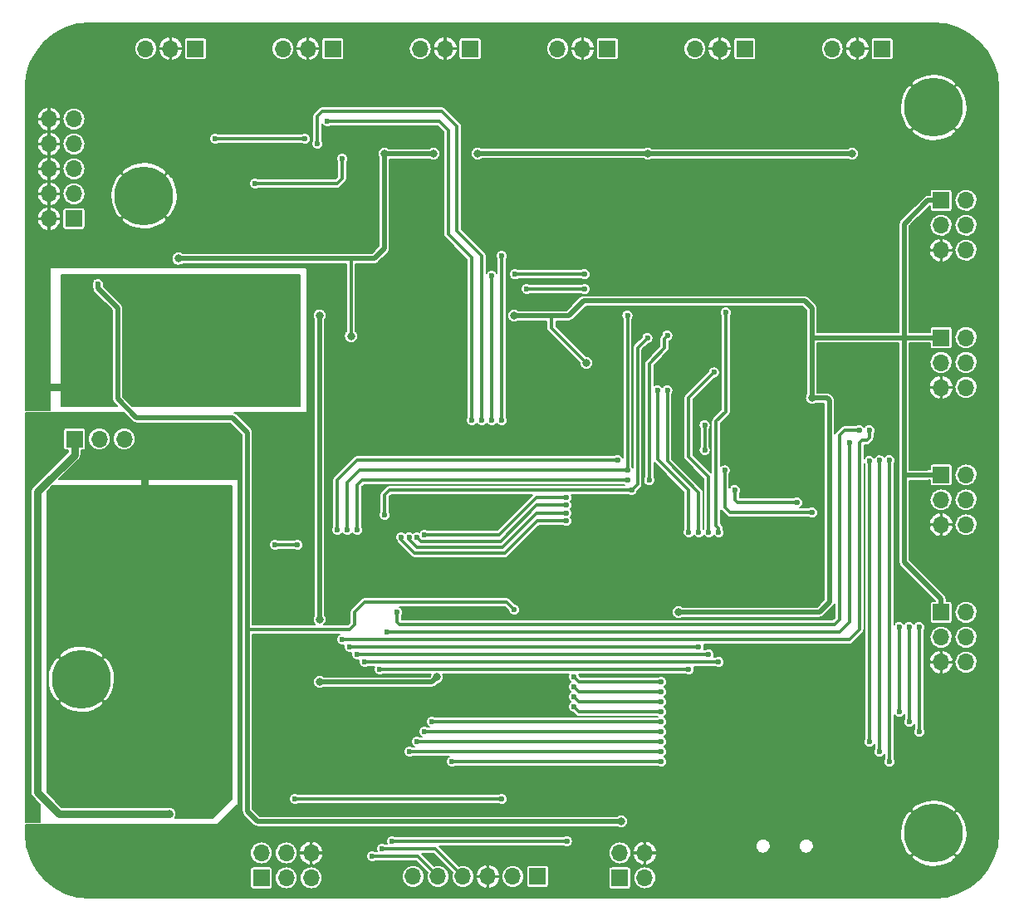
<source format=gbl>
G04 #@! TF.FileFunction,Copper,L2,Bot,Signal*
%FSLAX46Y46*%
G04 Gerber Fmt 4.6, Leading zero omitted, Abs format (unit mm)*
G04 Created by KiCad (PCBNEW 4.0.6) date 05/06/17 23:30:12*
%MOMM*%
%LPD*%
G01*
G04 APERTURE LIST*
%ADD10C,0.100000*%
%ADD11R,1.700000X1.700000*%
%ADD12O,1.700000X1.700000*%
%ADD13C,6.000000*%
%ADD14C,0.600000*%
%ADD15C,0.800000*%
%ADD16C,0.200000*%
%ADD17C,0.380000*%
%ADD18C,0.750000*%
%ADD19C,0.500000*%
%ADD20C,0.300000*%
G04 APERTURE END LIST*
D10*
D11*
X93752000Y57540000D03*
D12*
X96292000Y57540000D03*
X93752000Y55000000D03*
X96292000Y55000000D03*
X93752000Y52460000D03*
X96292000Y52460000D03*
D13*
X12500000Y72000000D03*
X93000000Y81000000D03*
X93000000Y7000000D03*
X6100000Y22700000D03*
D11*
X5400000Y47200000D03*
D12*
X7940000Y47200000D03*
X10480000Y47200000D03*
D11*
X93752000Y71540000D03*
D12*
X96292000Y71540000D03*
X93752000Y69000000D03*
X96292000Y69000000D03*
X93752000Y66460000D03*
X96292000Y66460000D03*
D11*
X93752000Y43540000D03*
D12*
X96292000Y43540000D03*
X93752000Y41000000D03*
X96292000Y41000000D03*
X93752000Y38460000D03*
X96292000Y38460000D03*
D11*
X93752000Y29540000D03*
D12*
X96292000Y29540000D03*
X93752000Y27000000D03*
X96292000Y27000000D03*
X93752000Y24460000D03*
X96292000Y24460000D03*
D11*
X45740000Y87000000D03*
D12*
X43200000Y87000000D03*
X40660000Y87000000D03*
D11*
X59740000Y87000000D03*
D12*
X57200000Y87000000D03*
X54660000Y87000000D03*
D11*
X73740000Y87000000D03*
D12*
X71200000Y87000000D03*
X68660000Y87000000D03*
D11*
X87740000Y87000000D03*
D12*
X85200000Y87000000D03*
X82660000Y87000000D03*
D11*
X17740000Y87000000D03*
D12*
X15200000Y87000000D03*
X12660000Y87000000D03*
D11*
X31740000Y87000000D03*
D12*
X29200000Y87000000D03*
X26660000Y87000000D03*
D11*
X5350000Y69670000D03*
D12*
X2810000Y69670000D03*
X5350000Y72210000D03*
X2810000Y72210000D03*
X5350000Y74750000D03*
X2810000Y74750000D03*
X5350000Y77290000D03*
X2810000Y77290000D03*
X5350000Y79830000D03*
X2810000Y79830000D03*
D11*
X61000000Y2460000D03*
D12*
X61000000Y5000000D03*
X63540000Y2460000D03*
X63540000Y5000000D03*
D11*
X24460000Y2460000D03*
D12*
X24460000Y5000000D03*
X27000000Y2460000D03*
X27000000Y5000000D03*
X29540000Y2460000D03*
X29540000Y5000000D03*
D11*
X52620000Y2600000D03*
D12*
X50080000Y2600000D03*
X47540000Y2600000D03*
X45000000Y2600000D03*
X42460000Y2600000D03*
X39920000Y2600000D03*
D14*
X49100000Y74100000D03*
X51600000Y74100000D03*
X54200000Y74100000D03*
X58000000Y74100000D03*
X70200000Y74100000D03*
X72900000Y74100000D03*
X75400000Y74100000D03*
X75400000Y74100000D03*
X79200000Y74100000D03*
X72800000Y83300000D03*
X85200000Y80500000D03*
X85200000Y83900000D03*
X56800000Y83500000D03*
X43200000Y82300000D03*
X43200000Y84800000D03*
X28500000Y81100000D03*
X29200000Y84000000D03*
X15200000Y81000000D03*
X15200000Y84000000D03*
X28000000Y35000000D03*
X29150000Y40350000D03*
X14000000Y46000000D03*
X25900000Y42000000D03*
X25900000Y45000000D03*
X20000000Y46000000D03*
X17000000Y46000000D03*
X80600000Y67700000D03*
X59700000Y67600000D03*
X67700000Y59900000D03*
X63300000Y60000000D03*
X62800000Y62600000D03*
X41500000Y57600000D03*
X31000000Y61900000D03*
X41500000Y67500000D03*
X42000000Y62000000D03*
X37000000Y62000000D03*
X37100000Y58000000D03*
X82000000Y11000000D03*
X84000000Y11000000D03*
X86000000Y11000000D03*
X86000000Y9000000D03*
X86000000Y7000000D03*
X86000000Y5000000D03*
X86000000Y2700000D03*
X70600000Y7000000D03*
X70600000Y5000000D03*
X70600000Y2700000D03*
X67000000Y10000000D03*
X62000000Y10000000D03*
X60900000Y11600000D03*
X54100000Y5000000D03*
X53700000Y9600000D03*
X37100000Y12000000D03*
X40500000Y11700000D03*
X43600000Y11800000D03*
X48600000Y13100000D03*
X45600000Y13100000D03*
X72400000Y45100000D03*
X74000000Y37000000D03*
X80000000Y37100000D03*
X80000000Y32000000D03*
X75000000Y24400000D03*
X80000000Y24400000D03*
X91400000Y45600000D03*
X78000000Y52000000D03*
X73900000Y52000000D03*
X74000000Y56000000D03*
X78000000Y56000000D03*
X82100000Y62000000D03*
X82100000Y56100000D03*
X88000000Y56000000D03*
X97000000Y61000000D03*
X88300000Y60600000D03*
X86800000Y66600000D03*
X35000000Y78000000D03*
X18000000Y62000000D03*
X15000000Y59600000D03*
X32000000Y24000000D03*
X34000000Y19000000D03*
X34000000Y16000000D03*
X34000000Y13000000D03*
X17100000Y5100000D03*
X33800000Y9400000D03*
X33900000Y7100000D03*
X29600000Y7100000D03*
X47300000Y5100000D03*
X57300000Y11600000D03*
X57300000Y6700000D03*
X65700000Y5000000D03*
X46400000Y19900000D03*
X43400000Y20000000D03*
X44600000Y33600000D03*
X39600000Y33800000D03*
X21400000Y69400000D03*
X25000000Y67200000D03*
X49100000Y67600000D03*
X51600000Y67600000D03*
X54200000Y67600000D03*
X56700000Y67600000D03*
X70288000Y67658000D03*
X77908000Y67658000D03*
X75368000Y67658000D03*
X72828000Y67658000D03*
X85200000Y24400000D03*
X91500000Y38400000D03*
X91500000Y52400000D03*
X91400000Y66400000D03*
X56100000Y53180000D03*
X78000000Y48600000D03*
X52700000Y36200000D03*
X77700000Y12800000D03*
X31600000Y45000000D03*
X12550000Y41500000D03*
X14250000Y21500000D03*
X15500000Y21500000D03*
X14000000Y25500000D03*
X14250000Y24500000D03*
X14250000Y23500000D03*
X14250000Y22500000D03*
X15500000Y22500000D03*
X23900000Y58000000D03*
X26500000Y62500000D03*
X26500000Y59000000D03*
X26500000Y58000000D03*
X26000000Y57000000D03*
X25000000Y57000000D03*
X24000000Y57000000D03*
X22150000Y54850000D03*
X22150000Y55850000D03*
X22150000Y58850000D03*
X22150000Y57850000D03*
X22150000Y56850000D03*
X3500000Y32500000D03*
X3500000Y31500000D03*
X3500000Y30500000D03*
X3500000Y29500000D03*
X3500000Y28500000D03*
X3500000Y27500000D03*
X4500000Y27500000D03*
X5500000Y27500000D03*
X6500000Y27500000D03*
X7500000Y27500000D03*
X8500000Y27500000D03*
X9500000Y27500000D03*
X9500000Y28500000D03*
X9500000Y29550000D03*
X9500000Y30500000D03*
X9500000Y31500000D03*
X9500000Y32500000D03*
X11500000Y10500000D03*
X10500000Y10500000D03*
X9500000Y10500000D03*
X8500000Y10500000D03*
X7000000Y10500000D03*
X6000000Y10500000D03*
X6000000Y11500000D03*
X6000000Y12500000D03*
X6000000Y13500000D03*
X6000000Y14500000D03*
X6000000Y15500000D03*
X6000000Y16500000D03*
X7000000Y16500000D03*
X8500000Y16500000D03*
X9500000Y16500000D03*
X10500000Y16500000D03*
X11500000Y16500000D03*
X11500000Y15500000D03*
X10500000Y15500000D03*
X9500000Y15500000D03*
X8500000Y15500000D03*
X7000000Y15500000D03*
X7000000Y14500000D03*
X7000000Y13500000D03*
X7000000Y12500000D03*
X7000000Y11500000D03*
X8500000Y11500000D03*
X9500000Y11500000D03*
X10500000Y11500000D03*
X11500000Y11500000D03*
X40200000Y31700000D03*
X50600000Y31500000D03*
X33700000Y68200000D03*
X27600000Y67200000D03*
X63300000Y34500000D03*
X41100000Y29500000D03*
X44500000Y29500000D03*
X50000000Y40600000D03*
X44500000Y31400000D03*
X59000000Y50000000D03*
X52900000Y53200000D03*
X52900000Y50330000D03*
X37800000Y48700000D03*
X41100000Y48700000D03*
X17400000Y55000000D03*
X15000000Y56800000D03*
X15000000Y55800000D03*
X15400000Y55000000D03*
X16400000Y55000000D03*
X15100000Y52900000D03*
X7800000Y57800000D03*
X5500000Y52500000D03*
X1900000Y53100000D03*
X54000000Y34000000D03*
X54000000Y32000000D03*
D15*
X57588000Y54958000D03*
X66986000Y29558000D03*
X50222000Y59784000D03*
X80598000Y51402000D03*
X30410000Y28796000D03*
X30410000Y59800000D03*
X30410000Y22446000D03*
X42348000Y22926000D03*
X15100000Y9000000D03*
X33600000Y57700000D03*
X46500000Y76300000D03*
X42000000Y76300000D03*
X16000000Y65600000D03*
X84662000Y76294000D03*
X63840000Y76294000D03*
X37014000Y76294000D03*
D14*
X7800000Y63000000D03*
X50222000Y29812000D03*
D15*
X61144000Y8222000D03*
D14*
X27870000Y10508000D03*
X48952000Y10508000D03*
X86440000Y48100000D03*
X32696000Y26764000D03*
X41078000Y37432000D03*
X55556000Y41242000D03*
X85424000Y48100000D03*
X38284000Y29558000D03*
X84408000Y46830000D03*
X37268000Y27526000D03*
X88475308Y14321308D03*
X43872000Y14318000D03*
X65208000Y14318000D03*
X88475308Y45048692D03*
X55556000Y40441997D03*
X40316000Y37178000D03*
X39554000Y15334000D03*
X65208000Y15334000D03*
X87456000Y15334000D03*
X87479404Y45028596D03*
X40316000Y16350000D03*
X65208000Y16350000D03*
X86440000Y16350000D03*
X86440000Y44965000D03*
X41078000Y17366000D03*
X65208000Y17366000D03*
X91520000Y17366000D03*
X91520000Y28034000D03*
X39515997Y37178000D03*
X55556000Y39641994D03*
X41840000Y18382000D03*
X65208000Y18382000D03*
X90504000Y18382000D03*
X90504000Y28034000D03*
X56318000Y19906000D03*
X65208000Y19398000D03*
X89488000Y19398000D03*
X89488000Y28034000D03*
X65208000Y20414000D03*
X56318000Y20922000D03*
X38715994Y37178000D03*
X55556000Y38841991D03*
X65208000Y21430000D03*
X56318000Y21938000D03*
X65208000Y22446000D03*
X56318000Y22954000D03*
X55600000Y6200000D03*
X37776000Y6190000D03*
X25838000Y36416000D03*
X28124000Y36416000D03*
X36760000Y5428000D03*
X35744000Y4666000D03*
X70600000Y54000000D03*
X70050000Y37686000D03*
X70050000Y25240000D03*
X34220000Y25240000D03*
X65850000Y52164000D03*
X69034000Y37686000D03*
X69034000Y26002000D03*
X33458000Y26002000D03*
X51500000Y62500000D03*
X57412000Y62500000D03*
X50300000Y64000000D03*
X57400000Y64000000D03*
X48952000Y65880000D03*
X48952000Y49116000D03*
X47936000Y63848000D03*
X47936000Y49116000D03*
X64834000Y52164000D03*
X68018000Y37686000D03*
X68018000Y23716000D03*
X36506000Y23716000D03*
X71800000Y60100000D03*
X71066000Y37686000D03*
X71066000Y24478000D03*
X34982000Y24478000D03*
X64000000Y43000000D03*
X61800000Y43000000D03*
X65850000Y57752000D03*
X34220000Y37940000D03*
X71700000Y44000000D03*
X61786000Y44036000D03*
X80598000Y39718000D03*
X61786000Y59784000D03*
X33204000Y37940000D03*
X69660000Y48608000D03*
X60770000Y45052000D03*
X69660000Y46068000D03*
X32188000Y37940000D03*
X30156000Y77310000D03*
X46920000Y49116000D03*
X31172000Y79596000D03*
X45904000Y49116000D03*
X62204000Y42004000D03*
X72724000Y42004000D03*
X79074000Y40734000D03*
X63818000Y57498000D03*
X37014000Y39464000D03*
X32696000Y75786000D03*
X23806000Y73246000D03*
X28886000Y77818000D03*
X19742000Y77818000D03*
D16*
X51600000Y74100000D02*
X49100000Y74100000D01*
X54200000Y74100000D02*
X51600000Y74100000D01*
X58000000Y74100000D02*
X54200000Y74100000D01*
X59700000Y67600000D02*
X59700000Y72400000D01*
X59700000Y72400000D02*
X58000000Y74100000D01*
X72900000Y74100000D02*
X70200000Y74100000D01*
X75400000Y74100000D02*
X72900000Y74100000D01*
X79200000Y74100000D02*
X75400000Y74100000D01*
X80600000Y67700000D02*
X80600000Y72700000D01*
X80600000Y72700000D02*
X79200000Y74100000D01*
X85200000Y83900000D02*
X85200000Y80500000D01*
X43200000Y84800000D02*
X43200000Y82300000D01*
X29200000Y84000000D02*
X29200000Y81800000D01*
X29200000Y81800000D02*
X28500000Y81100000D01*
X15200000Y84000000D02*
X15200000Y81000000D01*
X14000000Y46000000D02*
X14000000Y45850000D01*
X28000000Y35000000D02*
X29150000Y36150000D01*
X29150000Y40350000D02*
X29150000Y36150000D01*
X14000000Y45850000D02*
X12550000Y44400000D01*
X12550000Y44400000D02*
X12550000Y44450000D01*
X12550000Y44450000D02*
X12600000Y44500000D01*
X12600000Y44500000D02*
X12550000Y44500000D01*
X77908000Y67658000D02*
X80558000Y67658000D01*
X80558000Y67658000D02*
X80600000Y67700000D01*
X56700000Y67600000D02*
X59700000Y67600000D01*
X63300000Y60000000D02*
X67600000Y60000000D01*
X67600000Y60000000D02*
X67700000Y59900000D01*
X70288000Y67658000D02*
X67858000Y67658000D01*
X67858000Y67658000D02*
X62800000Y62600000D01*
X42000000Y62000000D02*
X42000000Y58100000D01*
X42000000Y58100000D02*
X41500000Y57600000D01*
X42000000Y62000000D02*
X42000000Y67000000D01*
X42000000Y67000000D02*
X41500000Y67500000D01*
X37100000Y61900000D02*
X37000000Y62000000D01*
X37100000Y58000000D02*
X37100000Y61900000D01*
X86000000Y11000000D02*
X84000000Y11000000D01*
X86000000Y7000000D02*
X86000000Y9000000D01*
X86000000Y2700000D02*
X86000000Y5000000D01*
X70600000Y2700000D02*
X70600000Y5000000D01*
X62000000Y10000000D02*
X67000000Y10000000D01*
X57300000Y11600000D02*
X60900000Y11600000D01*
X43600000Y11800000D02*
X40600000Y11800000D01*
X40600000Y11800000D02*
X40500000Y11700000D01*
X45600000Y13100000D02*
X44900000Y13100000D01*
X44900000Y13100000D02*
X43600000Y11800000D01*
X45600000Y13100000D02*
X48600000Y13100000D01*
X80000000Y32000000D02*
X80000000Y37100000D01*
X80000000Y24400000D02*
X75000000Y24400000D01*
X91500000Y52400000D02*
X91500000Y45700000D01*
X91500000Y45700000D02*
X91400000Y45600000D01*
X73900000Y52000000D02*
X78000000Y52000000D01*
X78000000Y56000000D02*
X74000000Y56000000D01*
X88000000Y56000000D02*
X82200000Y56000000D01*
X82200000Y56000000D02*
X82100000Y56100000D01*
X86800000Y66600000D02*
X86800000Y62100000D01*
X86800000Y62100000D02*
X88300000Y60600000D01*
X33700000Y68200000D02*
X33700000Y76700000D01*
X33700000Y76700000D02*
X35000000Y78000000D01*
X15000000Y56800000D02*
X15000000Y59600000D01*
X34000000Y13000000D02*
X34000000Y16000000D01*
X29175736Y7100000D02*
X19100000Y7100000D01*
X19100000Y7100000D02*
X17100000Y5100000D01*
X29600000Y7100000D02*
X29175736Y7100000D01*
X29600000Y7100000D02*
X33900000Y7100000D01*
X65700000Y6600000D02*
X65600000Y6700000D01*
X65600000Y6700000D02*
X57300000Y6700000D01*
X65700000Y5000000D02*
X65700000Y6600000D01*
X93752000Y52460000D02*
X91560000Y52460000D01*
X91560000Y52460000D02*
X91500000Y52400000D01*
D17*
X54000000Y34000000D02*
X54000000Y34900000D01*
X54000000Y34900000D02*
X52700000Y36200000D01*
D16*
X86700000Y13300000D02*
X78200000Y13300000D01*
X78200000Y13300000D02*
X77700000Y12800000D01*
X93000000Y7000000D02*
X86700000Y13300000D01*
X37800000Y48700000D02*
X35300000Y48700000D01*
X35300000Y48700000D02*
X31600000Y45000000D01*
X9500000Y38450000D02*
X12550000Y41500000D01*
X9500000Y32500000D02*
X9500000Y38450000D01*
D18*
X12550000Y44400000D02*
X12550000Y44500000D01*
X12550000Y44500000D02*
X12550000Y41500000D01*
D16*
X15500000Y22500000D02*
X15500000Y21500000D01*
X14250000Y23500000D02*
X14250000Y24500000D01*
X15500000Y22500000D02*
X14250000Y22500000D01*
X26500000Y59000000D02*
X26500000Y62500000D01*
X26500000Y58000000D02*
X26500000Y59000000D01*
X25000000Y57000000D02*
X26000000Y57000000D01*
X22150000Y57850000D02*
X23150000Y57850000D01*
X23150000Y57850000D02*
X24000000Y57000000D01*
X15000000Y56800000D02*
X22100000Y56800000D01*
X22100000Y56800000D02*
X22150000Y56850000D01*
X22150000Y58850000D02*
X22150000Y55850000D01*
X22150000Y56850000D02*
X22150000Y57850000D01*
X3500000Y30500000D02*
X3500000Y31500000D01*
X3500000Y28500000D02*
X3500000Y29500000D01*
X5500000Y27500000D02*
X4500000Y27500000D01*
X7500000Y27500000D02*
X6500000Y27500000D01*
X9500000Y27500000D02*
X8500000Y27500000D01*
X9500000Y29550000D02*
X9500000Y28500000D01*
X9500000Y31500000D02*
X9500000Y30500000D01*
X9500000Y32500000D02*
X9500000Y31500000D01*
X10500000Y10500000D02*
X11500000Y10500000D01*
X8500000Y10500000D02*
X9500000Y10500000D01*
X6000000Y10500000D02*
X7000000Y10500000D01*
X6000000Y12500000D02*
X6000000Y11500000D01*
X6000000Y14500000D02*
X6000000Y13500000D01*
X6000000Y16500000D02*
X6000000Y15500000D01*
X8500000Y16500000D02*
X7000000Y16500000D01*
X10500000Y16500000D02*
X9500000Y16500000D01*
X11500000Y15500000D02*
X11500000Y16500000D01*
X9500000Y15500000D02*
X10500000Y15500000D01*
X7000000Y15500000D02*
X8500000Y15500000D01*
X7000000Y13500000D02*
X7000000Y14500000D01*
X7000000Y11500000D02*
X7000000Y12500000D01*
X10500000Y11500000D02*
X9500000Y11500000D01*
X11500000Y11500000D02*
X10500000Y11500000D01*
X90700000Y13100000D02*
X83600000Y13100000D01*
X93752000Y16152000D02*
X90700000Y13100000D01*
X93752000Y24460000D02*
X93752000Y16152000D01*
X44500000Y31400000D02*
X40500000Y31400000D01*
X40500000Y31400000D02*
X40200000Y31700000D01*
X54000000Y32000000D02*
X51100000Y32000000D01*
X51100000Y32000000D02*
X50600000Y31500000D01*
X27600000Y67200000D02*
X28600000Y68200000D01*
X28600000Y68200000D02*
X33700000Y68200000D01*
X54000000Y34000000D02*
X62800000Y34000000D01*
X62800000Y34000000D02*
X63300000Y34500000D01*
X44500000Y29500000D02*
X41100000Y29500000D01*
X37200000Y37400000D02*
X40400000Y40600000D01*
X40400000Y40600000D02*
X50000000Y40600000D01*
X37200000Y36400000D02*
X37200000Y37400000D01*
X42200000Y31400000D02*
X37200000Y36400000D01*
X44500000Y31400000D02*
X42200000Y31400000D01*
X54000000Y34000000D02*
X47100000Y34000000D01*
X47100000Y34000000D02*
X44500000Y31400000D01*
X52900000Y50330000D02*
X58670000Y50330000D01*
X58670000Y50330000D02*
X59000000Y50000000D01*
X52900000Y53200000D02*
X52900000Y50330000D01*
X41100000Y48700000D02*
X42000000Y47800000D01*
X42000000Y47800000D02*
X50370000Y47800000D01*
X50370000Y47800000D02*
X52900000Y50330000D01*
X41100000Y48700000D02*
X37800000Y48700000D01*
X15000000Y55800000D02*
X15000000Y56800000D01*
X16400000Y55000000D02*
X15400000Y55000000D01*
X4600000Y56000000D02*
X6400000Y57800000D01*
X6400000Y57800000D02*
X7800000Y57800000D01*
X4600000Y53824264D02*
X4600000Y56000000D01*
X5500000Y52500000D02*
X5500000Y52924264D01*
X5500000Y52924264D02*
X4600000Y53824264D01*
X1900000Y53100000D02*
X2500000Y52500000D01*
D18*
X2500000Y52500000D02*
X5500000Y52500000D01*
D16*
X54000000Y32000000D02*
X54000000Y34000000D01*
D19*
X54032000Y59784000D02*
X55806002Y59784000D01*
X50222000Y59784000D02*
X54032000Y59784000D01*
D17*
X54032000Y59784000D02*
X54032000Y58514000D01*
X54032000Y58514000D02*
X57588000Y54958000D01*
D19*
X66986000Y29558000D02*
X81360000Y29558000D01*
X57330002Y61308000D02*
X79836000Y61308000D01*
X79836000Y61308000D02*
X80598000Y60546000D01*
X55806002Y59784000D02*
X57330002Y61308000D01*
X89996000Y57540000D02*
X80640000Y57540000D01*
X80640000Y57540000D02*
X80598000Y57498000D01*
X89996000Y34646000D02*
X89996000Y43528000D01*
X89996000Y43528000D02*
X89996000Y45946000D01*
X92402000Y43540000D02*
X92390000Y43528000D01*
X93752000Y43540000D02*
X92402000Y43540000D01*
X92390000Y43528000D02*
X89996000Y43528000D01*
X81360000Y29558000D02*
X82376000Y30574000D01*
X93752000Y57540000D02*
X92402000Y57540000D01*
X92402000Y57540000D02*
X89996000Y57540000D01*
X80598000Y60546000D02*
X80598000Y57498000D01*
X93752000Y71540000D02*
X92402000Y71540000D01*
X92402000Y71540000D02*
X89996000Y69134000D01*
X89996000Y69134000D02*
X89996000Y57540000D01*
X89996000Y45946000D02*
X89996000Y57540000D01*
X80598000Y57498000D02*
X80598000Y51402000D01*
X82122000Y51402000D02*
X80598000Y51402000D01*
X82122000Y51402000D02*
X82376000Y51148000D01*
X82376000Y51148000D02*
X82376000Y30574000D01*
X30410000Y59800000D02*
X30410000Y28796000D01*
X93752000Y29540000D02*
X93752000Y30890000D01*
X93752000Y30890000D02*
X89996000Y34646000D01*
X42348000Y22926000D02*
X41868000Y22446000D01*
X41868000Y22446000D02*
X30410000Y22446000D01*
D18*
X1600000Y11200000D02*
X3800000Y9000000D01*
X3800000Y9000000D02*
X15100000Y9000000D01*
X1600000Y41800000D02*
X1600000Y11200000D01*
X5400000Y47200000D02*
X5400000Y45600000D01*
X5400000Y45600000D02*
X1600000Y41800000D01*
D19*
X16000000Y65600000D02*
X33600000Y65600000D01*
X33600000Y65600000D02*
X35972000Y65600000D01*
D17*
X33600000Y57700000D02*
X33600000Y65600000D01*
D19*
X46500000Y76300000D02*
X63834000Y76300000D01*
X63834000Y76300000D02*
X63840000Y76294000D01*
X37014000Y76294000D02*
X41994000Y76294000D01*
X41994000Y76294000D02*
X42000000Y76300000D01*
X63840000Y76294000D02*
X84662000Y76294000D01*
X35972000Y65600000D02*
X37014000Y66642000D01*
X37014000Y66642000D02*
X37014000Y76294000D01*
X9800000Y51300000D02*
X11730000Y49370000D01*
X11730000Y49370000D02*
X21520000Y49370000D01*
X9800000Y60575736D02*
X9800000Y51300000D01*
X7800000Y63000000D02*
X7800000Y62575736D01*
X7800000Y62575736D02*
X9800000Y60575736D01*
D17*
X34982000Y30574000D02*
X49460000Y30574000D01*
X49460000Y30574000D02*
X50222000Y29812000D01*
X33966000Y29558000D02*
X34982000Y30574000D01*
X33966000Y28288000D02*
X33966000Y29558000D01*
X33458000Y27780000D02*
X33966000Y28288000D01*
D19*
X23044000Y27780000D02*
X23044000Y47846000D01*
X23044000Y9238000D02*
X23044000Y27780000D01*
D17*
X23044000Y27780000D02*
X33458000Y27780000D01*
D19*
X23044000Y47846000D02*
X21520000Y49370000D01*
X24060000Y8222000D02*
X23044000Y9238000D01*
X61144000Y8222000D02*
X24060000Y8222000D01*
D17*
X27870000Y10508000D02*
X28124000Y10508000D01*
X48952000Y10508000D02*
X28124000Y10508000D01*
X32696000Y26764000D02*
X84408000Y26764000D01*
X84408000Y26764000D02*
X85424000Y27780000D01*
X85424000Y27780000D02*
X85424000Y46830000D01*
X86186000Y47084000D02*
X86440000Y47338000D01*
X85424000Y46830000D02*
X85678000Y47084000D01*
X85678000Y47084000D02*
X86186000Y47084000D01*
X86440000Y47338000D02*
X86440000Y48100000D01*
X52508000Y41242000D02*
X48698000Y37432000D01*
X48698000Y37432000D02*
X41078000Y37432000D01*
X55556000Y41242000D02*
X52508000Y41242000D01*
X38284000Y29558000D02*
X38284000Y28542000D01*
X38284000Y28542000D02*
X38538000Y28288000D01*
X38538000Y28288000D02*
X82884000Y28288000D01*
X83900000Y48100000D02*
X85424000Y48100000D01*
X82884000Y28288000D02*
X83392000Y28796000D01*
X83392000Y28796000D02*
X83392000Y47592000D01*
X83392000Y47592000D02*
X83900000Y48100000D01*
X37268000Y27526000D02*
X83392000Y27526000D01*
X83392000Y27526000D02*
X84408000Y28542000D01*
X84408000Y28542000D02*
X84408000Y46830000D01*
X65208000Y14318000D02*
X43872000Y14318000D01*
X88475308Y45048692D02*
X88475308Y14321308D01*
D20*
X88475308Y14321308D02*
X88472000Y14318000D01*
D17*
X48828257Y36741999D02*
X52528255Y40441997D01*
X52528255Y40441997D02*
X55556000Y40441997D01*
X48828257Y36741999D02*
X40752001Y36741999D01*
X40752001Y36741999D02*
X40316000Y37178000D01*
X65208000Y15334000D02*
X39554000Y15334000D01*
X87479404Y45028596D02*
X87479404Y15357404D01*
X87479404Y15357404D02*
X87456000Y15334000D01*
X65208000Y16350000D02*
X40316010Y16350010D01*
X40316010Y16350010D02*
X40316000Y16350000D01*
X86440000Y44965000D02*
X86440000Y16350000D01*
X65208000Y17366000D02*
X41078000Y17366000D01*
X91520000Y28034000D02*
X91520000Y17366000D01*
X55556000Y39641994D02*
X52548510Y39641994D01*
X52548510Y39641994D02*
X49068505Y36161989D01*
X49068505Y36161989D02*
X40310809Y36161989D01*
X40310809Y36161989D02*
X39515997Y36956801D01*
X39515997Y36956801D02*
X39515997Y37178000D01*
X65208000Y18382000D02*
X41840000Y18382000D01*
X90504000Y28034000D02*
X90504000Y18382000D01*
X89488000Y28034000D02*
X89488000Y19398000D01*
X65208000Y19398000D02*
X56826000Y19398000D01*
X56826000Y19398000D02*
X56318000Y19906000D01*
X65208000Y20414000D02*
X56826000Y20414000D01*
X56826000Y20414000D02*
X56318000Y20922000D01*
X52568765Y38841991D02*
X49308753Y35581979D01*
X40070560Y35581980D02*
X38715994Y36936546D01*
X49308753Y35581979D02*
X40070560Y35581980D01*
X38715994Y36936546D02*
X38715994Y37178000D01*
X55556000Y38841991D02*
X52568765Y38841991D01*
X65208000Y21430000D02*
X56826000Y21430000D01*
X56826000Y21430000D02*
X56318000Y21938000D01*
X65208000Y22446000D02*
X56826000Y22446000D01*
X56826000Y22446000D02*
X56318000Y22954000D01*
X37776000Y6190000D02*
X55590000Y6190000D01*
X55590000Y6190000D02*
X55600000Y6200000D01*
X28124000Y36416000D02*
X25838000Y36416000D01*
X45000000Y2600000D02*
X42172000Y5428000D01*
X42172000Y5428000D02*
X36760000Y5428000D01*
X42460000Y2600000D02*
X40394000Y4666000D01*
X40394000Y4666000D02*
X39689202Y4666000D01*
X39689202Y4666000D02*
X35744000Y4666000D01*
X68000000Y45400000D02*
X68000000Y51400000D01*
X68000000Y51400000D02*
X70600000Y54000000D01*
X70050000Y43350000D02*
X68000000Y45400000D01*
X70050000Y37686000D02*
X70050000Y43350000D01*
X34220000Y25240000D02*
X70050000Y25240000D01*
X65850000Y52164000D02*
X65850000Y44970258D01*
X65850000Y44970258D02*
X69034000Y41786258D01*
X69034000Y41786258D02*
X69034000Y37686000D01*
X69034000Y26002000D02*
X33458000Y26002000D01*
X51500000Y62500000D02*
X56987736Y62500000D01*
X56987736Y62500000D02*
X57412000Y62500000D01*
X50300000Y64000000D02*
X52600000Y64000000D01*
X52600000Y64000000D02*
X57400000Y64000000D01*
X48952000Y49116000D02*
X48952000Y65880000D01*
X47936000Y49116000D02*
X47936000Y63848000D01*
X68018000Y41982000D02*
X64834000Y45166000D01*
X64834000Y45166000D02*
X64834000Y52164000D01*
X68018000Y37686000D02*
X68018000Y41982000D01*
X36506000Y23716000D02*
X36930264Y23716000D01*
X36930264Y23716000D02*
X68018000Y23716000D01*
X70800000Y49000000D02*
X71800000Y50000000D01*
X71800000Y50000000D02*
X71800000Y60100000D01*
X70800000Y38376264D02*
X70800000Y49000000D01*
X71066000Y37686000D02*
X71066000Y38110264D01*
X71066000Y38110264D02*
X70800000Y38376264D01*
X34982000Y24478000D02*
X71066000Y24478000D01*
X34700000Y43000000D02*
X61800000Y43000000D01*
X65550001Y56450001D02*
X64000000Y54900000D01*
X64000000Y54900000D02*
X64000000Y43000000D01*
X65850000Y57752000D02*
X65550001Y57452001D01*
X65550001Y57452001D02*
X65550001Y56450001D01*
X34474000Y42774000D02*
X34700000Y43000000D01*
X34474000Y42766000D02*
X34474000Y42774000D01*
X34220000Y37940000D02*
X34220000Y42512000D01*
X34220000Y42512000D02*
X34474000Y42766000D01*
X34474000Y44036000D02*
X61786000Y44036000D01*
X71700000Y44000000D02*
X71700000Y40234000D01*
X71700000Y40234000D02*
X72216000Y39718000D01*
X72216000Y39718000D02*
X80598000Y39718000D01*
X61786000Y59784000D02*
X61786000Y44036000D01*
X34474000Y44036000D02*
X33204000Y42766000D01*
X33204000Y42766000D02*
X33204000Y37940000D01*
X34220000Y45052000D02*
X60770000Y45052000D01*
X34220000Y45052000D02*
X32188000Y43020000D01*
X32188000Y43020000D02*
X32188000Y37940000D01*
X69660000Y48608000D02*
X69660000Y46068000D01*
X44400000Y79100000D02*
X42888000Y80612000D01*
X42888000Y80612000D02*
X30664000Y80612000D01*
X44400000Y68400000D02*
X44400000Y79100000D01*
X46920000Y65880000D02*
X44400000Y68400000D01*
X46920000Y49116000D02*
X46920000Y65880000D01*
X30664000Y80612000D02*
X30156000Y80104000D01*
X30156000Y80104000D02*
X30156000Y78834000D01*
X30156000Y78834000D02*
X30156000Y77310000D01*
X42600000Y79600000D02*
X42596000Y79596000D01*
X42596000Y79596000D02*
X31172000Y79596000D01*
X43500000Y78700000D02*
X42600000Y79600000D01*
X43500000Y68100000D02*
X43500000Y78700000D01*
X45900000Y65700000D02*
X43500000Y68100000D01*
X45900000Y49544264D02*
X45900000Y65700000D01*
X45904000Y49116000D02*
X45904000Y49540264D01*
X45904000Y49540264D02*
X45900000Y49544264D01*
X37522000Y42004000D02*
X62204000Y42004000D01*
X63818000Y57498000D02*
X62802000Y56482000D01*
X62802000Y56482000D02*
X62802000Y42602000D01*
X62802000Y42602000D02*
X62204000Y42004000D01*
X37522000Y42004000D02*
X37014000Y41496000D01*
X37014000Y41496000D02*
X37014000Y39464000D01*
X79074000Y40734000D02*
X72978000Y40734000D01*
X72978000Y40734000D02*
X72724000Y40988000D01*
X72724000Y40988000D02*
X72724000Y42004000D01*
X32696000Y73754000D02*
X32696000Y75786000D01*
X32188000Y73246000D02*
X32696000Y73754000D01*
X23806000Y73246000D02*
X32188000Y73246000D01*
X19742000Y77818000D02*
X28886000Y77818000D01*
D16*
G36*
X94281572Y89472422D02*
X95514334Y89100230D01*
X96651322Y88495683D01*
X97649232Y87681807D01*
X98470059Y86689599D01*
X99082530Y85556857D01*
X99463317Y84326731D01*
X99599902Y83027211D01*
X99600000Y82999173D01*
X99600000Y7019564D01*
X99472422Y5718426D01*
X99100229Y4485663D01*
X98495683Y3348678D01*
X97681804Y2350765D01*
X96689599Y1529941D01*
X95556859Y917471D01*
X94326731Y536683D01*
X93027211Y400098D01*
X92999172Y400000D01*
X7019564Y400000D01*
X5718426Y527578D01*
X4485663Y899771D01*
X3348678Y1504317D01*
X2350765Y2318196D01*
X1530273Y3310000D01*
X23308549Y3310000D01*
X23308549Y1610000D01*
X23312359Y1562226D01*
X23337452Y1481197D01*
X23384126Y1410366D01*
X23448685Y1355343D01*
X23526018Y1320484D01*
X23610000Y1308549D01*
X25310000Y1308549D01*
X25357774Y1312359D01*
X25438803Y1337452D01*
X25509634Y1384126D01*
X25564657Y1448685D01*
X25599516Y1526018D01*
X25611451Y1610000D01*
X25611451Y2465564D01*
X25850000Y2465564D01*
X25850000Y2454436D01*
X25871902Y2231066D01*
X25936772Y2016205D01*
X26042141Y1818036D01*
X26183994Y1644107D01*
X26356928Y1501043D01*
X26554357Y1394293D01*
X26768760Y1327924D01*
X26991972Y1304464D01*
X27215489Y1324806D01*
X27430798Y1388175D01*
X27629698Y1492157D01*
X27804613Y1632792D01*
X27948881Y1804724D01*
X28057006Y2001403D01*
X28124870Y2215338D01*
X28149888Y2438379D01*
X28150000Y2454436D01*
X28150000Y2465564D01*
X28390000Y2465564D01*
X28390000Y2454436D01*
X28411902Y2231066D01*
X28476772Y2016205D01*
X28582141Y1818036D01*
X28723994Y1644107D01*
X28896928Y1501043D01*
X29094357Y1394293D01*
X29308760Y1327924D01*
X29531972Y1304464D01*
X29755489Y1324806D01*
X29970798Y1388175D01*
X30169698Y1492157D01*
X30344613Y1632792D01*
X30488881Y1804724D01*
X30597006Y2001403D01*
X30664870Y2215338D01*
X30689888Y2438379D01*
X30690000Y2454436D01*
X30690000Y2465564D01*
X30676273Y2605564D01*
X38770000Y2605564D01*
X38770000Y2594436D01*
X38791902Y2371066D01*
X38856772Y2156205D01*
X38962141Y1958036D01*
X39103994Y1784107D01*
X39276928Y1641043D01*
X39474357Y1534293D01*
X39688760Y1467924D01*
X39911972Y1444464D01*
X40135489Y1464806D01*
X40350798Y1528175D01*
X40549698Y1632157D01*
X40724613Y1772792D01*
X40868881Y1944724D01*
X40977006Y2141403D01*
X41044870Y2355338D01*
X41069888Y2578379D01*
X41070000Y2594436D01*
X41070000Y2605564D01*
X41048098Y2828934D01*
X40983228Y3043795D01*
X40877859Y3241964D01*
X40736006Y3415893D01*
X40563072Y3558957D01*
X40365643Y3665707D01*
X40151240Y3732076D01*
X39928028Y3755536D01*
X39704511Y3735194D01*
X39489202Y3671825D01*
X39290302Y3567843D01*
X39115387Y3427208D01*
X38971119Y3255276D01*
X38862994Y3058597D01*
X38795130Y2844662D01*
X38770112Y2621621D01*
X38770000Y2605564D01*
X30676273Y2605564D01*
X30668098Y2688934D01*
X30603228Y2903795D01*
X30497859Y3101964D01*
X30356006Y3275893D01*
X30183072Y3418957D01*
X29985643Y3525707D01*
X29771240Y3592076D01*
X29548028Y3615536D01*
X29324511Y3595194D01*
X29109202Y3531825D01*
X28910302Y3427843D01*
X28735387Y3287208D01*
X28591119Y3115276D01*
X28482994Y2918597D01*
X28415130Y2704662D01*
X28390112Y2481621D01*
X28390000Y2465564D01*
X28150000Y2465564D01*
X28128098Y2688934D01*
X28063228Y2903795D01*
X27957859Y3101964D01*
X27816006Y3275893D01*
X27643072Y3418957D01*
X27445643Y3525707D01*
X27231240Y3592076D01*
X27008028Y3615536D01*
X26784511Y3595194D01*
X26569202Y3531825D01*
X26370302Y3427843D01*
X26195387Y3287208D01*
X26051119Y3115276D01*
X25942994Y2918597D01*
X25875130Y2704662D01*
X25850112Y2481621D01*
X25850000Y2465564D01*
X25611451Y2465564D01*
X25611451Y3310000D01*
X25607641Y3357774D01*
X25582548Y3438803D01*
X25535874Y3509634D01*
X25471315Y3564657D01*
X25393982Y3599516D01*
X25310000Y3611451D01*
X23610000Y3611451D01*
X23562226Y3607641D01*
X23481197Y3582548D01*
X23410366Y3535874D01*
X23355343Y3471315D01*
X23320484Y3393982D01*
X23308549Y3310000D01*
X1530273Y3310000D01*
X1529941Y3310401D01*
X917471Y4443141D01*
X743373Y5005564D01*
X23310000Y5005564D01*
X23310000Y4994436D01*
X23331902Y4771066D01*
X23396772Y4556205D01*
X23502141Y4358036D01*
X23643994Y4184107D01*
X23816928Y4041043D01*
X24014357Y3934293D01*
X24228760Y3867924D01*
X24451972Y3844464D01*
X24675489Y3864806D01*
X24890798Y3928175D01*
X25089698Y4032157D01*
X25264613Y4172792D01*
X25408881Y4344724D01*
X25517006Y4541403D01*
X25584870Y4755338D01*
X25609888Y4978379D01*
X25610000Y4994436D01*
X25610000Y5005564D01*
X25850000Y5005564D01*
X25850000Y4994436D01*
X25871902Y4771066D01*
X25936772Y4556205D01*
X26042141Y4358036D01*
X26183994Y4184107D01*
X26356928Y4041043D01*
X26554357Y3934293D01*
X26768760Y3867924D01*
X26991972Y3844464D01*
X27215489Y3864806D01*
X27430798Y3928175D01*
X27629698Y4032157D01*
X27804613Y4172792D01*
X27948881Y4344724D01*
X28057006Y4541403D01*
X28124835Y4755229D01*
X28314197Y4755229D01*
X28385503Y4520790D01*
X28501176Y4304767D01*
X28656770Y4115461D01*
X28846306Y3960148D01*
X29062500Y3844795D01*
X29295229Y3774199D01*
X29490000Y3851087D01*
X29490000Y4950000D01*
X29590000Y4950000D01*
X29590000Y3851087D01*
X29784771Y3774199D01*
X30017500Y3844795D01*
X30233694Y3960148D01*
X30423230Y4115461D01*
X30578824Y4304767D01*
X30694497Y4520790D01*
X30723318Y4615550D01*
X35143211Y4615550D01*
X35164452Y4499817D01*
X35207768Y4390414D01*
X35271509Y4291508D01*
X35353247Y4206866D01*
X35449868Y4139713D01*
X35557693Y4092605D01*
X35672614Y4067338D01*
X35790254Y4064874D01*
X35906133Y4085306D01*
X36015835Y4127857D01*
X36091696Y4176000D01*
X40191036Y4176000D01*
X41380223Y2986813D01*
X41335130Y2844662D01*
X41310112Y2621621D01*
X41310000Y2605564D01*
X41310000Y2594436D01*
X41331902Y2371066D01*
X41396772Y2156205D01*
X41502141Y1958036D01*
X41643994Y1784107D01*
X41816928Y1641043D01*
X42014357Y1534293D01*
X42228760Y1467924D01*
X42451972Y1444464D01*
X42675489Y1464806D01*
X42890798Y1528175D01*
X43089698Y1632157D01*
X43264613Y1772792D01*
X43408881Y1944724D01*
X43517006Y2141403D01*
X43584870Y2355338D01*
X43609888Y2578379D01*
X43610000Y2594436D01*
X43610000Y2605564D01*
X43588098Y2828934D01*
X43523228Y3043795D01*
X43417859Y3241964D01*
X43276006Y3415893D01*
X43103072Y3558957D01*
X42905643Y3665707D01*
X42691240Y3732076D01*
X42468028Y3755536D01*
X42244511Y3735194D01*
X42069329Y3683635D01*
X40814964Y4938000D01*
X41969036Y4938000D01*
X43920223Y2986813D01*
X43875130Y2844662D01*
X43850112Y2621621D01*
X43850000Y2605564D01*
X43850000Y2594436D01*
X43871902Y2371066D01*
X43936772Y2156205D01*
X44042141Y1958036D01*
X44183994Y1784107D01*
X44356928Y1641043D01*
X44554357Y1534293D01*
X44768760Y1467924D01*
X44991972Y1444464D01*
X45215489Y1464806D01*
X45430798Y1528175D01*
X45629698Y1632157D01*
X45804613Y1772792D01*
X45948881Y1944724D01*
X46057006Y2141403D01*
X46124835Y2355229D01*
X46314197Y2355229D01*
X46385503Y2120790D01*
X46501176Y1904767D01*
X46656770Y1715461D01*
X46846306Y1560148D01*
X47062500Y1444795D01*
X47295229Y1374199D01*
X47490000Y1451087D01*
X47490000Y2550000D01*
X47590000Y2550000D01*
X47590000Y1451087D01*
X47784771Y1374199D01*
X48017500Y1444795D01*
X48233694Y1560148D01*
X48423230Y1715461D01*
X48578824Y1904767D01*
X48694497Y2120790D01*
X48765803Y2355229D01*
X48689002Y2550000D01*
X47590000Y2550000D01*
X47490000Y2550000D01*
X46390998Y2550000D01*
X46314197Y2355229D01*
X46124835Y2355229D01*
X46124870Y2355338D01*
X46149888Y2578379D01*
X46150000Y2594436D01*
X46150000Y2605564D01*
X48930000Y2605564D01*
X48930000Y2594436D01*
X48951902Y2371066D01*
X49016772Y2156205D01*
X49122141Y1958036D01*
X49263994Y1784107D01*
X49436928Y1641043D01*
X49634357Y1534293D01*
X49848760Y1467924D01*
X50071972Y1444464D01*
X50295489Y1464806D01*
X50510798Y1528175D01*
X50709698Y1632157D01*
X50884613Y1772792D01*
X51028881Y1944724D01*
X51137006Y2141403D01*
X51204870Y2355338D01*
X51229888Y2578379D01*
X51230000Y2594436D01*
X51230000Y2605564D01*
X51208098Y2828934D01*
X51143228Y3043795D01*
X51037859Y3241964D01*
X50896006Y3415893D01*
X50854778Y3450000D01*
X51468549Y3450000D01*
X51468549Y1750000D01*
X51472359Y1702226D01*
X51497452Y1621197D01*
X51544126Y1550366D01*
X51608685Y1495343D01*
X51686018Y1460484D01*
X51770000Y1448549D01*
X53470000Y1448549D01*
X53517774Y1452359D01*
X53598803Y1477452D01*
X53669634Y1524126D01*
X53724657Y1588685D01*
X53759516Y1666018D01*
X53771451Y1750000D01*
X53771451Y3310000D01*
X59848549Y3310000D01*
X59848549Y1610000D01*
X59852359Y1562226D01*
X59877452Y1481197D01*
X59924126Y1410366D01*
X59988685Y1355343D01*
X60066018Y1320484D01*
X60150000Y1308549D01*
X61850000Y1308549D01*
X61897774Y1312359D01*
X61978803Y1337452D01*
X62049634Y1384126D01*
X62104657Y1448685D01*
X62139516Y1526018D01*
X62151451Y1610000D01*
X62151451Y2465564D01*
X62390000Y2465564D01*
X62390000Y2454436D01*
X62411902Y2231066D01*
X62476772Y2016205D01*
X62582141Y1818036D01*
X62723994Y1644107D01*
X62896928Y1501043D01*
X63094357Y1394293D01*
X63308760Y1327924D01*
X63531972Y1304464D01*
X63755489Y1324806D01*
X63970798Y1388175D01*
X64169698Y1492157D01*
X64344613Y1632792D01*
X64488881Y1804724D01*
X64597006Y2001403D01*
X64664870Y2215338D01*
X64689888Y2438379D01*
X64690000Y2454436D01*
X64690000Y2465564D01*
X64668098Y2688934D01*
X64603228Y2903795D01*
X64497859Y3101964D01*
X64356006Y3275893D01*
X64183072Y3418957D01*
X63985643Y3525707D01*
X63771240Y3592076D01*
X63548028Y3615536D01*
X63324511Y3595194D01*
X63109202Y3531825D01*
X62910302Y3427843D01*
X62735387Y3287208D01*
X62591119Y3115276D01*
X62482994Y2918597D01*
X62415130Y2704662D01*
X62390112Y2481621D01*
X62390000Y2465564D01*
X62151451Y2465564D01*
X62151451Y3310000D01*
X62147641Y3357774D01*
X62122548Y3438803D01*
X62075874Y3509634D01*
X62011315Y3564657D01*
X61933982Y3599516D01*
X61850000Y3611451D01*
X60150000Y3611451D01*
X60102226Y3607641D01*
X60021197Y3582548D01*
X59950366Y3535874D01*
X59895343Y3471315D01*
X59860484Y3393982D01*
X59848549Y3310000D01*
X53771451Y3310000D01*
X53771451Y3450000D01*
X53767641Y3497774D01*
X53742548Y3578803D01*
X53695874Y3649634D01*
X53631315Y3704657D01*
X53553982Y3739516D01*
X53470000Y3751451D01*
X51770000Y3751451D01*
X51722226Y3747641D01*
X51641197Y3722548D01*
X51570366Y3675874D01*
X51515343Y3611315D01*
X51480484Y3533982D01*
X51468549Y3450000D01*
X50854778Y3450000D01*
X50723072Y3558957D01*
X50525643Y3665707D01*
X50311240Y3732076D01*
X50088028Y3755536D01*
X49864511Y3735194D01*
X49649202Y3671825D01*
X49450302Y3567843D01*
X49275387Y3427208D01*
X49131119Y3255276D01*
X49022994Y3058597D01*
X48955130Y2844662D01*
X48930112Y2621621D01*
X48930000Y2605564D01*
X46150000Y2605564D01*
X46128098Y2828934D01*
X46123317Y2844771D01*
X46314197Y2844771D01*
X46390998Y2650000D01*
X47490000Y2650000D01*
X47490000Y3748913D01*
X47590000Y3748913D01*
X47590000Y2650000D01*
X48689002Y2650000D01*
X48765803Y2844771D01*
X48694497Y3079210D01*
X48578824Y3295233D01*
X48423230Y3484539D01*
X48233694Y3639852D01*
X48017500Y3755205D01*
X47784771Y3825801D01*
X47590000Y3748913D01*
X47490000Y3748913D01*
X47295229Y3825801D01*
X47062500Y3755205D01*
X46846306Y3639852D01*
X46656770Y3484539D01*
X46501176Y3295233D01*
X46385503Y3079210D01*
X46314197Y2844771D01*
X46123317Y2844771D01*
X46063228Y3043795D01*
X45957859Y3241964D01*
X45816006Y3415893D01*
X45643072Y3558957D01*
X45445643Y3665707D01*
X45231240Y3732076D01*
X45008028Y3755536D01*
X44784511Y3735194D01*
X44609329Y3683635D01*
X43287400Y5005564D01*
X59850000Y5005564D01*
X59850000Y4994436D01*
X59871902Y4771066D01*
X59936772Y4556205D01*
X60042141Y4358036D01*
X60183994Y4184107D01*
X60356928Y4041043D01*
X60554357Y3934293D01*
X60768760Y3867924D01*
X60991972Y3844464D01*
X61215489Y3864806D01*
X61430798Y3928175D01*
X61629698Y4032157D01*
X61804613Y4172792D01*
X61948881Y4344724D01*
X62057006Y4541403D01*
X62124835Y4755229D01*
X62314197Y4755229D01*
X62385503Y4520790D01*
X62501176Y4304767D01*
X62656770Y4115461D01*
X62846306Y3960148D01*
X63062500Y3844795D01*
X63295229Y3774199D01*
X63490000Y3851087D01*
X63490000Y4950000D01*
X63590000Y4950000D01*
X63590000Y3851087D01*
X63784771Y3774199D01*
X64017500Y3844795D01*
X64233694Y3960148D01*
X64423230Y4115461D01*
X64578824Y4304767D01*
X64694497Y4520790D01*
X64724619Y4619826D01*
X90690537Y4619826D01*
X91032526Y4206940D01*
X91615230Y3876772D01*
X92251149Y3666629D01*
X92915847Y3584584D01*
X93583778Y3633793D01*
X94229275Y3812364D01*
X94827532Y4113434D01*
X94967474Y4206940D01*
X95309463Y4619826D01*
X93000000Y6929289D01*
X90690537Y4619826D01*
X64724619Y4619826D01*
X64765803Y4755229D01*
X64689002Y4950000D01*
X63590000Y4950000D01*
X63490000Y4950000D01*
X62390998Y4950000D01*
X62314197Y4755229D01*
X62124835Y4755229D01*
X62124870Y4755338D01*
X62149888Y4978379D01*
X62150000Y4994436D01*
X62150000Y5005564D01*
X62128098Y5228934D01*
X62123317Y5244771D01*
X62314197Y5244771D01*
X62390998Y5050000D01*
X63490000Y5050000D01*
X63490000Y6148913D01*
X63590000Y6148913D01*
X63590000Y5050000D01*
X64689002Y5050000D01*
X64765803Y5244771D01*
X64694497Y5479210D01*
X64610039Y5636938D01*
X74849014Y5636938D01*
X74875565Y5492272D01*
X74929710Y5355518D01*
X75009386Y5231885D01*
X75111558Y5126083D01*
X75232335Y5042141D01*
X75367116Y4983256D01*
X75510767Y4951672D01*
X75657818Y4948592D01*
X75802666Y4974133D01*
X75939794Y5027321D01*
X76063980Y5106132D01*
X76170493Y5207563D01*
X76255277Y5327751D01*
X76315100Y5462118D01*
X76347686Y5605545D01*
X76348124Y5636938D01*
X79249014Y5636938D01*
X79275565Y5492272D01*
X79329710Y5355518D01*
X79409386Y5231885D01*
X79511558Y5126083D01*
X79632335Y5042141D01*
X79767116Y4983256D01*
X79910767Y4951672D01*
X80057818Y4948592D01*
X80202666Y4974133D01*
X80339794Y5027321D01*
X80463980Y5106132D01*
X80570493Y5207563D01*
X80655277Y5327751D01*
X80715100Y5462118D01*
X80747686Y5605545D01*
X80750032Y5773541D01*
X80721464Y5917823D01*
X80665415Y6053807D01*
X80584021Y6176316D01*
X80480381Y6280681D01*
X80358444Y6362929D01*
X80222854Y6419925D01*
X80078776Y6449501D01*
X79931697Y6450527D01*
X79787219Y6422967D01*
X79650847Y6367869D01*
X79527773Y6287332D01*
X79422687Y6184423D01*
X79339590Y6063064D01*
X79281648Y5927875D01*
X79251068Y5784006D01*
X79249014Y5636938D01*
X76348124Y5636938D01*
X76350032Y5773541D01*
X76321464Y5917823D01*
X76265415Y6053807D01*
X76184021Y6176316D01*
X76080381Y6280681D01*
X75958444Y6362929D01*
X75822854Y6419925D01*
X75678776Y6449501D01*
X75531697Y6450527D01*
X75387219Y6422967D01*
X75250847Y6367869D01*
X75127773Y6287332D01*
X75022687Y6184423D01*
X74939590Y6063064D01*
X74881648Y5927875D01*
X74851068Y5784006D01*
X74849014Y5636938D01*
X64610039Y5636938D01*
X64578824Y5695233D01*
X64423230Y5884539D01*
X64233694Y6039852D01*
X64017500Y6155205D01*
X63784771Y6225801D01*
X63590000Y6148913D01*
X63490000Y6148913D01*
X63295229Y6225801D01*
X63062500Y6155205D01*
X62846306Y6039852D01*
X62656770Y5884539D01*
X62501176Y5695233D01*
X62385503Y5479210D01*
X62314197Y5244771D01*
X62123317Y5244771D01*
X62063228Y5443795D01*
X61957859Y5641964D01*
X61816006Y5815893D01*
X61643072Y5958957D01*
X61445643Y6065707D01*
X61231240Y6132076D01*
X61008028Y6155536D01*
X60784511Y6135194D01*
X60569202Y6071825D01*
X60370302Y5967843D01*
X60195387Y5827208D01*
X60051119Y5655276D01*
X59942994Y5458597D01*
X59875130Y5244662D01*
X59850112Y5021621D01*
X59850000Y5005564D01*
X43287400Y5005564D01*
X42592964Y5700000D01*
X55268046Y5700000D01*
X55305868Y5673713D01*
X55413693Y5626605D01*
X55528614Y5601338D01*
X55646254Y5598874D01*
X55762133Y5619306D01*
X55871835Y5661857D01*
X55971184Y5724906D01*
X56056395Y5806051D01*
X56124221Y5902201D01*
X56172080Y6009694D01*
X56198149Y6124436D01*
X56200026Y6258833D01*
X56177171Y6374258D01*
X56132332Y6483046D01*
X56067216Y6581052D01*
X55984305Y6664545D01*
X55886755Y6730343D01*
X55778283Y6775940D01*
X55663021Y6799600D01*
X55545357Y6800422D01*
X55429775Y6778373D01*
X55320677Y6734295D01*
X55237707Y6680000D01*
X38122566Y6680000D01*
X38062755Y6720343D01*
X37954283Y6765940D01*
X37839021Y6789600D01*
X37721357Y6790422D01*
X37605775Y6768373D01*
X37496677Y6724295D01*
X37398219Y6659865D01*
X37314150Y6577539D01*
X37247672Y6480451D01*
X37201318Y6372300D01*
X37176854Y6257205D01*
X37175211Y6139550D01*
X37196452Y6023817D01*
X37238348Y5918000D01*
X37106566Y5918000D01*
X37046755Y5958343D01*
X36938283Y6003940D01*
X36823021Y6027600D01*
X36705357Y6028422D01*
X36589775Y6006373D01*
X36480677Y5962295D01*
X36382219Y5897865D01*
X36298150Y5815539D01*
X36231672Y5718451D01*
X36185318Y5610300D01*
X36160854Y5495205D01*
X36159211Y5377550D01*
X36180452Y5261817D01*
X36222348Y5156000D01*
X36090566Y5156000D01*
X36030755Y5196343D01*
X35922283Y5241940D01*
X35807021Y5265600D01*
X35689357Y5266422D01*
X35573775Y5244373D01*
X35464677Y5200295D01*
X35366219Y5135865D01*
X35282150Y5053539D01*
X35215672Y4956451D01*
X35169318Y4848300D01*
X35144854Y4733205D01*
X35143211Y4615550D01*
X30723318Y4615550D01*
X30765803Y4755229D01*
X30689002Y4950000D01*
X29590000Y4950000D01*
X29490000Y4950000D01*
X28390998Y4950000D01*
X28314197Y4755229D01*
X28124835Y4755229D01*
X28124870Y4755338D01*
X28149888Y4978379D01*
X28150000Y4994436D01*
X28150000Y5005564D01*
X28128098Y5228934D01*
X28123317Y5244771D01*
X28314197Y5244771D01*
X28390998Y5050000D01*
X29490000Y5050000D01*
X29490000Y6148913D01*
X29590000Y6148913D01*
X29590000Y5050000D01*
X30689002Y5050000D01*
X30765803Y5244771D01*
X30694497Y5479210D01*
X30578824Y5695233D01*
X30423230Y5884539D01*
X30233694Y6039852D01*
X30017500Y6155205D01*
X29784771Y6225801D01*
X29590000Y6148913D01*
X29490000Y6148913D01*
X29295229Y6225801D01*
X29062500Y6155205D01*
X28846306Y6039852D01*
X28656770Y5884539D01*
X28501176Y5695233D01*
X28385503Y5479210D01*
X28314197Y5244771D01*
X28123317Y5244771D01*
X28063228Y5443795D01*
X27957859Y5641964D01*
X27816006Y5815893D01*
X27643072Y5958957D01*
X27445643Y6065707D01*
X27231240Y6132076D01*
X27008028Y6155536D01*
X26784511Y6135194D01*
X26569202Y6071825D01*
X26370302Y5967843D01*
X26195387Y5827208D01*
X26051119Y5655276D01*
X25942994Y5458597D01*
X25875130Y5244662D01*
X25850112Y5021621D01*
X25850000Y5005564D01*
X25610000Y5005564D01*
X25588098Y5228934D01*
X25523228Y5443795D01*
X25417859Y5641964D01*
X25276006Y5815893D01*
X25103072Y5958957D01*
X24905643Y6065707D01*
X24691240Y6132076D01*
X24468028Y6155536D01*
X24244511Y6135194D01*
X24029202Y6071825D01*
X23830302Y5967843D01*
X23655387Y5827208D01*
X23511119Y5655276D01*
X23402994Y5458597D01*
X23335130Y5244662D01*
X23310112Y5021621D01*
X23310000Y5005564D01*
X743373Y5005564D01*
X536683Y5673269D01*
X400098Y6972789D01*
X400000Y7000828D01*
X400000Y7084153D01*
X89584584Y7084153D01*
X89633793Y6416222D01*
X89812364Y5770725D01*
X90113434Y5172468D01*
X90206940Y5032526D01*
X90619826Y4690537D01*
X92929289Y7000000D01*
X93070711Y7000000D01*
X95380174Y4690537D01*
X95793060Y5032526D01*
X96123228Y5615230D01*
X96333371Y6251149D01*
X96415416Y6915847D01*
X96366207Y7583778D01*
X96187636Y8229275D01*
X95886566Y8827532D01*
X95793060Y8967474D01*
X95380174Y9309463D01*
X93070711Y7000000D01*
X92929289Y7000000D01*
X90619826Y9309463D01*
X90206940Y8967474D01*
X89876772Y8384770D01*
X89666629Y7748851D01*
X89584584Y7084153D01*
X400000Y7084153D01*
X400000Y7900000D01*
X20000000Y7900000D01*
X20027859Y7903959D01*
X20053513Y7915523D01*
X20070711Y7929289D01*
X22070711Y9929289D01*
X22087611Y9951788D01*
X22097574Y9978105D01*
X22100000Y10000000D01*
X22100000Y43000000D01*
X22096041Y43027859D01*
X22084477Y43053513D01*
X22066224Y43074929D01*
X22042728Y43090412D01*
X22015848Y43098736D01*
X22000000Y43100000D01*
X3854594Y43100000D01*
X5877297Y45122703D01*
X5916870Y45170879D01*
X5956952Y45218647D01*
X5958661Y45221757D01*
X5960915Y45224500D01*
X5990407Y45279502D01*
X6020416Y45334089D01*
X6021488Y45337467D01*
X6023168Y45340601D01*
X6041412Y45400275D01*
X6060250Y45459660D01*
X6060646Y45463188D01*
X6061683Y45466581D01*
X6067984Y45528615D01*
X6074934Y45590576D01*
X6074983Y45597512D01*
X6074996Y45597644D01*
X6074984Y45597767D01*
X6075000Y45600000D01*
X6075000Y46048549D01*
X6250000Y46048549D01*
X6297774Y46052359D01*
X6378803Y46077452D01*
X6449634Y46124126D01*
X6504657Y46188685D01*
X6539516Y46266018D01*
X6551451Y46350000D01*
X6551451Y47205564D01*
X6790000Y47205564D01*
X6790000Y47194436D01*
X6811902Y46971066D01*
X6876772Y46756205D01*
X6982141Y46558036D01*
X7123994Y46384107D01*
X7296928Y46241043D01*
X7494357Y46134293D01*
X7708760Y46067924D01*
X7931972Y46044464D01*
X8155489Y46064806D01*
X8370798Y46128175D01*
X8569698Y46232157D01*
X8744613Y46372792D01*
X8888881Y46544724D01*
X8997006Y46741403D01*
X9064870Y46955338D01*
X9089888Y47178379D01*
X9090000Y47194436D01*
X9090000Y47205564D01*
X9330000Y47205564D01*
X9330000Y47194436D01*
X9351902Y46971066D01*
X9416772Y46756205D01*
X9522141Y46558036D01*
X9663994Y46384107D01*
X9836928Y46241043D01*
X10034357Y46134293D01*
X10248760Y46067924D01*
X10471972Y46044464D01*
X10695489Y46064806D01*
X10910798Y46128175D01*
X11109698Y46232157D01*
X11284613Y46372792D01*
X11428881Y46544724D01*
X11537006Y46741403D01*
X11604870Y46955338D01*
X11629888Y47178379D01*
X11630000Y47194436D01*
X11630000Y47205564D01*
X11608098Y47428934D01*
X11543228Y47643795D01*
X11437859Y47841964D01*
X11296006Y48015893D01*
X11123072Y48158957D01*
X10925643Y48265707D01*
X10711240Y48332076D01*
X10488028Y48355536D01*
X10264511Y48335194D01*
X10049202Y48271825D01*
X9850302Y48167843D01*
X9675387Y48027208D01*
X9531119Y47855276D01*
X9422994Y47658597D01*
X9355130Y47444662D01*
X9330112Y47221621D01*
X9330000Y47205564D01*
X9090000Y47205564D01*
X9068098Y47428934D01*
X9003228Y47643795D01*
X8897859Y47841964D01*
X8756006Y48015893D01*
X8583072Y48158957D01*
X8385643Y48265707D01*
X8171240Y48332076D01*
X7948028Y48355536D01*
X7724511Y48335194D01*
X7509202Y48271825D01*
X7310302Y48167843D01*
X7135387Y48027208D01*
X6991119Y47855276D01*
X6882994Y47658597D01*
X6815130Y47444662D01*
X6790112Y47221621D01*
X6790000Y47205564D01*
X6551451Y47205564D01*
X6551451Y48050000D01*
X6547641Y48097774D01*
X6522548Y48178803D01*
X6475874Y48249634D01*
X6411315Y48304657D01*
X6333982Y48339516D01*
X6250000Y48351451D01*
X4550000Y48351451D01*
X4502226Y48347641D01*
X4421197Y48322548D01*
X4350366Y48275874D01*
X4295343Y48211315D01*
X4260484Y48133982D01*
X4248549Y48050000D01*
X4248549Y46350000D01*
X4252359Y46302226D01*
X4277452Y46221197D01*
X4324126Y46150366D01*
X4388685Y46095343D01*
X4466018Y46060484D01*
X4550000Y46048549D01*
X4725000Y46048549D01*
X4725000Y45879594D01*
X1122703Y42277297D01*
X1083130Y42229121D01*
X1043048Y42181353D01*
X1041339Y42178243D01*
X1039085Y42175500D01*
X1009593Y42120498D01*
X979584Y42065911D01*
X978512Y42062533D01*
X976832Y42059399D01*
X958588Y41999725D01*
X939750Y41940340D01*
X939354Y41936812D01*
X938317Y41933419D01*
X932016Y41871385D01*
X925066Y41809424D01*
X925017Y41802488D01*
X925004Y41802356D01*
X925016Y41802233D01*
X925000Y41800000D01*
X925000Y11200000D01*
X931082Y11137969D01*
X936518Y11075833D01*
X937509Y11072423D01*
X937855Y11068892D01*
X955879Y11009192D01*
X973272Y10949327D01*
X974904Y10946178D01*
X975931Y10942777D01*
X1005204Y10887722D01*
X1033897Y10832368D01*
X1036113Y10829592D01*
X1037778Y10826461D01*
X1077162Y10778171D01*
X1116086Y10729413D01*
X1120958Y10724472D01*
X1121040Y10724372D01*
X1121133Y10724295D01*
X1122703Y10722703D01*
X1900000Y9945406D01*
X1900000Y8100000D01*
X400000Y8100000D01*
X400000Y49900000D01*
X10422182Y49900000D01*
X11341091Y48981091D01*
X11380343Y48948850D01*
X11419268Y48916188D01*
X11421805Y48914793D01*
X11424038Y48912959D01*
X11468782Y48888968D01*
X11513332Y48864476D01*
X11516091Y48863601D01*
X11518638Y48862235D01*
X11567221Y48847381D01*
X11615649Y48832019D01*
X11618522Y48831697D01*
X11621288Y48830851D01*
X11671875Y48825712D01*
X11722321Y48820054D01*
X11727969Y48820014D01*
X11728080Y48820003D01*
X11728183Y48820013D01*
X11730000Y48820000D01*
X21292182Y48820000D01*
X22494000Y47618183D01*
X22494000Y9238000D01*
X22498958Y9187438D01*
X22503386Y9136827D01*
X22504193Y9134050D01*
X22504475Y9131171D01*
X22519162Y9082524D01*
X22533333Y9033748D01*
X22534664Y9031181D01*
X22535500Y9028411D01*
X22559368Y8983521D01*
X22582732Y8938448D01*
X22584534Y8936190D01*
X22585893Y8933635D01*
X22618035Y8894225D01*
X22649700Y8854559D01*
X22653668Y8850534D01*
X22653736Y8850451D01*
X22653813Y8850388D01*
X22655091Y8849091D01*
X23671091Y7833091D01*
X23710343Y7800850D01*
X23749268Y7768188D01*
X23751805Y7766793D01*
X23754038Y7764959D01*
X23798817Y7740948D01*
X23843332Y7716476D01*
X23846086Y7715602D01*
X23848638Y7714234D01*
X23897267Y7699367D01*
X23945649Y7684019D01*
X23948521Y7683697D01*
X23951288Y7682851D01*
X24001875Y7677712D01*
X24052321Y7672054D01*
X24057969Y7672014D01*
X24058080Y7672003D01*
X24058183Y7672013D01*
X24060000Y7672000D01*
X60708759Y7672000D01*
X60800846Y7607998D01*
X60926641Y7553039D01*
X61060716Y7523561D01*
X61197963Y7520686D01*
X61333155Y7544524D01*
X61461141Y7594167D01*
X61577048Y7667723D01*
X61676460Y7762392D01*
X61755591Y7874568D01*
X61811427Y7999977D01*
X61841841Y8133842D01*
X61844030Y8290639D01*
X61817366Y8425301D01*
X61765054Y8552220D01*
X61689086Y8666561D01*
X61592356Y8763969D01*
X61478548Y8840733D01*
X61351997Y8893930D01*
X61217524Y8921534D01*
X61080250Y8922492D01*
X60945405Y8896769D01*
X60818124Y8845344D01*
X60706042Y8772000D01*
X24287818Y8772000D01*
X23679644Y9380174D01*
X90690537Y9380174D01*
X93000000Y7070711D01*
X95309463Y9380174D01*
X94967474Y9793060D01*
X94384770Y10123228D01*
X93748851Y10333371D01*
X93084153Y10415416D01*
X92416222Y10366207D01*
X91770725Y10187636D01*
X91172468Y9886566D01*
X91032526Y9793060D01*
X90690537Y9380174D01*
X23679644Y9380174D01*
X23594000Y9465818D01*
X23594000Y10457550D01*
X27269211Y10457550D01*
X27290452Y10341817D01*
X27333768Y10232414D01*
X27397509Y10133508D01*
X27479247Y10048866D01*
X27575868Y9981713D01*
X27683693Y9934605D01*
X27798614Y9909338D01*
X27916254Y9906874D01*
X28032133Y9927306D01*
X28141835Y9969857D01*
X28217696Y10018000D01*
X48605658Y10018000D01*
X48657868Y9981713D01*
X48765693Y9934605D01*
X48880614Y9909338D01*
X48998254Y9906874D01*
X49114133Y9927306D01*
X49223835Y9969857D01*
X49323184Y10032906D01*
X49408395Y10114051D01*
X49476221Y10210201D01*
X49524080Y10317694D01*
X49550149Y10432436D01*
X49552026Y10566833D01*
X49529171Y10682258D01*
X49484332Y10791046D01*
X49419216Y10889052D01*
X49336305Y10972545D01*
X49238755Y11038343D01*
X49130283Y11083940D01*
X49015021Y11107600D01*
X48897357Y11108422D01*
X48781775Y11086373D01*
X48672677Y11042295D01*
X48604988Y10998000D01*
X28216566Y10998000D01*
X28156755Y11038343D01*
X28048283Y11083940D01*
X27933021Y11107600D01*
X27815357Y11108422D01*
X27699775Y11086373D01*
X27590677Y11042295D01*
X27492219Y10977865D01*
X27408150Y10895539D01*
X27341672Y10798451D01*
X27295318Y10690300D01*
X27270854Y10575205D01*
X27269211Y10457550D01*
X23594000Y10457550D01*
X23594000Y27290000D01*
X32404001Y27290000D01*
X32318219Y27233865D01*
X32234150Y27151539D01*
X32167672Y27054451D01*
X32121318Y26946300D01*
X32096854Y26831205D01*
X32095211Y26713550D01*
X32116452Y26597817D01*
X32159768Y26488414D01*
X32223509Y26389508D01*
X32305247Y26304866D01*
X32401868Y26237713D01*
X32509693Y26190605D01*
X32624614Y26165338D01*
X32742254Y26162874D01*
X32858133Y26183306D01*
X32887829Y26194824D01*
X32883318Y26184300D01*
X32858854Y26069205D01*
X32857211Y25951550D01*
X32878452Y25835817D01*
X32921768Y25726414D01*
X32985509Y25627508D01*
X33067247Y25542866D01*
X33163868Y25475713D01*
X33271693Y25428605D01*
X33386614Y25403338D01*
X33504254Y25400874D01*
X33620133Y25421306D01*
X33649829Y25432824D01*
X33645318Y25422300D01*
X33620854Y25307205D01*
X33619211Y25189550D01*
X33640452Y25073817D01*
X33683768Y24964414D01*
X33747509Y24865508D01*
X33829247Y24780866D01*
X33925868Y24713713D01*
X34033693Y24666605D01*
X34148614Y24641338D01*
X34266254Y24638874D01*
X34382133Y24659306D01*
X34411829Y24670824D01*
X34407318Y24660300D01*
X34382854Y24545205D01*
X34381211Y24427550D01*
X34402452Y24311817D01*
X34445768Y24202414D01*
X34509509Y24103508D01*
X34591247Y24018866D01*
X34687868Y23951713D01*
X34795693Y23904605D01*
X34910614Y23879338D01*
X35028254Y23876874D01*
X35144133Y23897306D01*
X35253835Y23939857D01*
X35329696Y23988000D01*
X35969764Y23988000D01*
X35931318Y23898300D01*
X35906854Y23783205D01*
X35905211Y23665550D01*
X35926452Y23549817D01*
X35969768Y23440414D01*
X36033509Y23341508D01*
X36115247Y23256866D01*
X36211868Y23189713D01*
X36319693Y23142605D01*
X36434614Y23117338D01*
X36552254Y23114874D01*
X36668133Y23135306D01*
X36777835Y23177857D01*
X36853696Y23226000D01*
X41714962Y23226000D01*
X41677538Y23138683D01*
X41649107Y23004925D01*
X41640182Y22996000D01*
X30846449Y22996000D01*
X30744548Y23064733D01*
X30617997Y23117930D01*
X30483524Y23145534D01*
X30346250Y23146492D01*
X30211405Y23120769D01*
X30084124Y23069344D01*
X29969255Y22994176D01*
X29871174Y22898128D01*
X29793617Y22784859D01*
X29739538Y22658683D01*
X29710997Y22524406D01*
X29709080Y22387142D01*
X29733861Y22252120D01*
X29784396Y22124483D01*
X29858760Y22009093D01*
X29954121Y21910344D01*
X30066846Y21831998D01*
X30192641Y21777039D01*
X30326716Y21747561D01*
X30463963Y21744686D01*
X30599155Y21768524D01*
X30727141Y21818167D01*
X30843048Y21891723D01*
X30847539Y21896000D01*
X41868000Y21896000D01*
X41918562Y21900958D01*
X41969173Y21905386D01*
X41971950Y21906193D01*
X41974829Y21906475D01*
X42023476Y21921162D01*
X42072252Y21935333D01*
X42074819Y21936664D01*
X42077589Y21937500D01*
X42122479Y21961368D01*
X42167552Y21984732D01*
X42169810Y21986534D01*
X42172365Y21987893D01*
X42211775Y22020035D01*
X42251441Y22051700D01*
X42255466Y22055668D01*
X42255549Y22055736D01*
X42255612Y22055813D01*
X42256909Y22057091D01*
X42429329Y22229511D01*
X42537155Y22248524D01*
X42665141Y22298167D01*
X42781048Y22371723D01*
X42880460Y22466392D01*
X42959591Y22578568D01*
X43015427Y22703977D01*
X43045841Y22837842D01*
X43048030Y22994639D01*
X43021366Y23129301D01*
X42981510Y23226000D01*
X55781764Y23226000D01*
X55743318Y23136300D01*
X55718854Y23021205D01*
X55717211Y22903550D01*
X55738452Y22787817D01*
X55781768Y22678414D01*
X55845509Y22579508D01*
X55927247Y22494866D01*
X55998011Y22445684D01*
X55940219Y22407865D01*
X55856150Y22325539D01*
X55789672Y22228451D01*
X55743318Y22120300D01*
X55718854Y22005205D01*
X55717211Y21887550D01*
X55738452Y21771817D01*
X55781768Y21662414D01*
X55845509Y21563508D01*
X55927247Y21478866D01*
X55998011Y21429684D01*
X55940219Y21391865D01*
X55856150Y21309539D01*
X55789672Y21212451D01*
X55743318Y21104300D01*
X55718854Y20989205D01*
X55717211Y20871550D01*
X55738452Y20755817D01*
X55781768Y20646414D01*
X55845509Y20547508D01*
X55927247Y20462866D01*
X55998011Y20413684D01*
X55940219Y20375865D01*
X55856150Y20293539D01*
X55789672Y20196451D01*
X55743318Y20088300D01*
X55718854Y19973205D01*
X55717211Y19855550D01*
X55738452Y19739817D01*
X55781768Y19630414D01*
X55845509Y19531508D01*
X55927247Y19446866D01*
X56023868Y19379713D01*
X56131693Y19332605D01*
X56217239Y19313797D01*
X56479517Y19051518D01*
X56514470Y19022808D01*
X56549166Y18993694D01*
X56551427Y18992451D01*
X56553415Y18990818D01*
X56593302Y18969430D01*
X56632968Y18947624D01*
X56635421Y18946846D01*
X56637694Y18945627D01*
X56680978Y18932394D01*
X56724123Y18918708D01*
X56726687Y18918420D01*
X56729148Y18917668D01*
X56774164Y18913095D01*
X56819159Y18908048D01*
X56824194Y18908013D01*
X56824289Y18908003D01*
X56824378Y18908011D01*
X56826000Y18908000D01*
X64861658Y18908000D01*
X64888011Y18889684D01*
X64860988Y18872000D01*
X42186566Y18872000D01*
X42126755Y18912343D01*
X42018283Y18957940D01*
X41903021Y18981600D01*
X41785357Y18982422D01*
X41669775Y18960373D01*
X41560677Y18916295D01*
X41462219Y18851865D01*
X41378150Y18769539D01*
X41311672Y18672451D01*
X41265318Y18564300D01*
X41240854Y18449205D01*
X41239211Y18331550D01*
X41260452Y18215817D01*
X41303768Y18106414D01*
X41367509Y18007508D01*
X41449247Y17922866D01*
X41545455Y17856000D01*
X41424566Y17856000D01*
X41364755Y17896343D01*
X41256283Y17941940D01*
X41141021Y17965600D01*
X41023357Y17966422D01*
X40907775Y17944373D01*
X40798677Y17900295D01*
X40700219Y17835865D01*
X40616150Y17753539D01*
X40549672Y17656451D01*
X40503318Y17548300D01*
X40478854Y17433205D01*
X40477211Y17315550D01*
X40498452Y17199817D01*
X40541768Y17090414D01*
X40605509Y16991508D01*
X40687247Y16906866D01*
X40783441Y16840010D01*
X40662552Y16840010D01*
X40602755Y16880343D01*
X40494283Y16925940D01*
X40379021Y16949600D01*
X40261357Y16950422D01*
X40145775Y16928373D01*
X40036677Y16884295D01*
X39938219Y16819865D01*
X39854150Y16737539D01*
X39787672Y16640451D01*
X39741318Y16532300D01*
X39716854Y16417205D01*
X39715211Y16299550D01*
X39736452Y16183817D01*
X39779768Y16074414D01*
X39843509Y15975508D01*
X39925247Y15890866D01*
X40021455Y15824000D01*
X39900566Y15824000D01*
X39840755Y15864343D01*
X39732283Y15909940D01*
X39617021Y15933600D01*
X39499357Y15934422D01*
X39383775Y15912373D01*
X39274677Y15868295D01*
X39176219Y15803865D01*
X39092150Y15721539D01*
X39025672Y15624451D01*
X38979318Y15516300D01*
X38954854Y15401205D01*
X38953211Y15283550D01*
X38974452Y15167817D01*
X39017768Y15058414D01*
X39081509Y14959508D01*
X39163247Y14874866D01*
X39259868Y14807713D01*
X39367693Y14760605D01*
X39482614Y14735338D01*
X39600254Y14732874D01*
X39716133Y14753306D01*
X39825835Y14795857D01*
X39901696Y14844000D01*
X43580001Y14844000D01*
X43494219Y14787865D01*
X43410150Y14705539D01*
X43343672Y14608451D01*
X43297318Y14500300D01*
X43272854Y14385205D01*
X43271211Y14267550D01*
X43292452Y14151817D01*
X43335768Y14042414D01*
X43399509Y13943508D01*
X43481247Y13858866D01*
X43577868Y13791713D01*
X43685693Y13744605D01*
X43800614Y13719338D01*
X43918254Y13716874D01*
X44034133Y13737306D01*
X44143835Y13779857D01*
X44219696Y13828000D01*
X64861658Y13828000D01*
X64913868Y13791713D01*
X65021693Y13744605D01*
X65136614Y13719338D01*
X65254254Y13716874D01*
X65370133Y13737306D01*
X65479835Y13779857D01*
X65579184Y13842906D01*
X65664395Y13924051D01*
X65732221Y14020201D01*
X65780080Y14127694D01*
X65806149Y14242436D01*
X65808026Y14376833D01*
X65785171Y14492258D01*
X65740332Y14601046D01*
X65675216Y14699052D01*
X65592305Y14782545D01*
X65527615Y14826179D01*
X65579184Y14858906D01*
X65664395Y14940051D01*
X65732221Y15036201D01*
X65780080Y15143694D01*
X65806149Y15258436D01*
X65808026Y15392833D01*
X65785171Y15508258D01*
X65740332Y15617046D01*
X65675216Y15715052D01*
X65592305Y15798545D01*
X65527615Y15842179D01*
X65579184Y15874906D01*
X65664395Y15956051D01*
X65732221Y16052201D01*
X65780080Y16159694D01*
X65806149Y16274436D01*
X65808026Y16408833D01*
X65785171Y16524258D01*
X65740332Y16633046D01*
X65675216Y16731052D01*
X65592305Y16814545D01*
X65527615Y16858179D01*
X65579184Y16890906D01*
X65664395Y16972051D01*
X65732221Y17068201D01*
X65780080Y17175694D01*
X65806149Y17290436D01*
X65808026Y17424833D01*
X65785171Y17540258D01*
X65740332Y17649046D01*
X65675216Y17747052D01*
X65592305Y17830545D01*
X65527615Y17874179D01*
X65579184Y17906906D01*
X65664395Y17988051D01*
X65732221Y18084201D01*
X65780080Y18191694D01*
X65806149Y18306436D01*
X65808026Y18440833D01*
X65785171Y18556258D01*
X65740332Y18665046D01*
X65675216Y18763052D01*
X65592305Y18846545D01*
X65527615Y18890179D01*
X65579184Y18922906D01*
X65664395Y19004051D01*
X65732221Y19100201D01*
X65780080Y19207694D01*
X65806149Y19322436D01*
X65808026Y19456833D01*
X65785171Y19572258D01*
X65740332Y19681046D01*
X65675216Y19779052D01*
X65592305Y19862545D01*
X65527615Y19906179D01*
X65579184Y19938906D01*
X65664395Y20020051D01*
X65732221Y20116201D01*
X65780080Y20223694D01*
X65806149Y20338436D01*
X65808026Y20472833D01*
X65785171Y20588258D01*
X65740332Y20697046D01*
X65675216Y20795052D01*
X65592305Y20878545D01*
X65527615Y20922179D01*
X65579184Y20954906D01*
X65664395Y21036051D01*
X65732221Y21132201D01*
X65780080Y21239694D01*
X65806149Y21354436D01*
X65808026Y21488833D01*
X65785171Y21604258D01*
X65740332Y21713046D01*
X65675216Y21811052D01*
X65592305Y21894545D01*
X65527615Y21938179D01*
X65579184Y21970906D01*
X65664395Y22052051D01*
X65732221Y22148201D01*
X65780080Y22255694D01*
X65806149Y22370436D01*
X65808026Y22504833D01*
X65785171Y22620258D01*
X65740332Y22729046D01*
X65675216Y22827052D01*
X65592305Y22910545D01*
X65494755Y22976343D01*
X65386283Y23021940D01*
X65271021Y23045600D01*
X65153357Y23046422D01*
X65037775Y23024373D01*
X64928677Y22980295D01*
X64860988Y22936000D01*
X57028965Y22936000D01*
X56909606Y23055359D01*
X56895171Y23128258D01*
X56854885Y23226000D01*
X67671658Y23226000D01*
X67723868Y23189713D01*
X67831693Y23142605D01*
X67946614Y23117338D01*
X68064254Y23114874D01*
X68180133Y23135306D01*
X68289835Y23177857D01*
X68389184Y23240906D01*
X68474395Y23322051D01*
X68542221Y23418201D01*
X68590080Y23525694D01*
X68616149Y23640436D01*
X68618026Y23774833D01*
X68595171Y23890258D01*
X68554885Y23988000D01*
X70719658Y23988000D01*
X70771868Y23951713D01*
X70879693Y23904605D01*
X70994614Y23879338D01*
X71112254Y23876874D01*
X71228133Y23897306D01*
X71337835Y23939857D01*
X71437184Y24002906D01*
X71522395Y24084051D01*
X71590221Y24180201D01*
X71638080Y24287694D01*
X71664149Y24402436D01*
X71666026Y24536833D01*
X71643171Y24652258D01*
X71598332Y24761046D01*
X71533216Y24859052D01*
X71450305Y24942545D01*
X71352755Y25008343D01*
X71244283Y25053940D01*
X71129021Y25077600D01*
X71011357Y25078422D01*
X70895775Y25056373D01*
X70786677Y25012295D01*
X70718988Y24968000D01*
X70585707Y24968000D01*
X70622080Y25049694D01*
X70648149Y25164436D01*
X70650026Y25298833D01*
X70627171Y25414258D01*
X70582332Y25523046D01*
X70517216Y25621052D01*
X70434305Y25704545D01*
X70336755Y25770343D01*
X70228283Y25815940D01*
X70113021Y25839600D01*
X69995357Y25840422D01*
X69879775Y25818373D01*
X69770677Y25774295D01*
X69702988Y25730000D01*
X69569707Y25730000D01*
X69606080Y25811694D01*
X69632149Y25926436D01*
X69634026Y26060833D01*
X69611171Y26176258D01*
X69570885Y26274000D01*
X84408000Y26274000D01*
X84453018Y26278414D01*
X84498136Y26282361D01*
X84500614Y26283081D01*
X84503175Y26283332D01*
X84546498Y26296412D01*
X84589970Y26309042D01*
X84592256Y26310227D01*
X84594724Y26310972D01*
X84634677Y26332215D01*
X84674873Y26353051D01*
X84676889Y26354661D01*
X84679162Y26355869D01*
X84714238Y26384476D01*
X84749611Y26412714D01*
X84753191Y26416245D01*
X84753271Y26416310D01*
X84753332Y26416384D01*
X84754482Y26417518D01*
X85770482Y27433518D01*
X85799194Y27468472D01*
X85828306Y27503166D01*
X85829547Y27505423D01*
X85831183Y27507415D01*
X85852581Y27547323D01*
X85874376Y27586968D01*
X85875155Y27589423D01*
X85876373Y27591695D01*
X85889614Y27635005D01*
X85903292Y27678123D01*
X85903579Y27680682D01*
X85904333Y27683148D01*
X85908910Y27728209D01*
X85913952Y27773159D01*
X85913987Y27778195D01*
X85913997Y27778290D01*
X85913989Y27778379D01*
X85914000Y27780000D01*
X85914000Y44673537D01*
X85950000Y44617676D01*
X85950000Y16696427D01*
X85911672Y16640451D01*
X85865318Y16532300D01*
X85840854Y16417205D01*
X85839211Y16299550D01*
X85860452Y16183817D01*
X85903768Y16074414D01*
X85967509Y15975508D01*
X86049247Y15890866D01*
X86145868Y15823713D01*
X86253693Y15776605D01*
X86368614Y15751338D01*
X86486254Y15748874D01*
X86602133Y15769306D01*
X86711835Y15811857D01*
X86811184Y15874906D01*
X86896395Y15956051D01*
X86964221Y16052201D01*
X86989404Y16108763D01*
X86989404Y15714608D01*
X86927672Y15624451D01*
X86881318Y15516300D01*
X86856854Y15401205D01*
X86855211Y15283550D01*
X86876452Y15167817D01*
X86919768Y15058414D01*
X86983509Y14959508D01*
X87065247Y14874866D01*
X87161868Y14807713D01*
X87269693Y14760605D01*
X87384614Y14735338D01*
X87502254Y14732874D01*
X87618133Y14753306D01*
X87727835Y14795857D01*
X87827184Y14858906D01*
X87912395Y14940051D01*
X87980221Y15036201D01*
X87985308Y15047627D01*
X87985308Y14667735D01*
X87946980Y14611759D01*
X87900626Y14503608D01*
X87876162Y14388513D01*
X87874519Y14270858D01*
X87895760Y14155125D01*
X87939076Y14045722D01*
X88002817Y13946816D01*
X88084555Y13862174D01*
X88181176Y13795021D01*
X88289001Y13747913D01*
X88403922Y13722646D01*
X88521562Y13720182D01*
X88637441Y13740614D01*
X88747143Y13783165D01*
X88846492Y13846214D01*
X88931703Y13927359D01*
X88999529Y14023509D01*
X89047388Y14131002D01*
X89073457Y14245744D01*
X89075334Y14380141D01*
X89052479Y14495566D01*
X89007640Y14604354D01*
X88965308Y14668068D01*
X88965308Y19101404D01*
X89015509Y19023508D01*
X89097247Y18938866D01*
X89193868Y18871713D01*
X89301693Y18824605D01*
X89416614Y18799338D01*
X89534254Y18796874D01*
X89650133Y18817306D01*
X89759835Y18859857D01*
X89859184Y18922906D01*
X89944395Y19004051D01*
X90012221Y19100201D01*
X90014000Y19104197D01*
X90014000Y18728427D01*
X89975672Y18672451D01*
X89929318Y18564300D01*
X89904854Y18449205D01*
X89903211Y18331550D01*
X89924452Y18215817D01*
X89967768Y18106414D01*
X90031509Y18007508D01*
X90113247Y17922866D01*
X90209868Y17855713D01*
X90317693Y17808605D01*
X90432614Y17783338D01*
X90550254Y17780874D01*
X90666133Y17801306D01*
X90775835Y17843857D01*
X90875184Y17906906D01*
X90960395Y17988051D01*
X91028221Y18084201D01*
X91030000Y18088197D01*
X91030000Y17712427D01*
X90991672Y17656451D01*
X90945318Y17548300D01*
X90920854Y17433205D01*
X90919211Y17315550D01*
X90940452Y17199817D01*
X90983768Y17090414D01*
X91047509Y16991508D01*
X91129247Y16906866D01*
X91225868Y16839713D01*
X91333693Y16792605D01*
X91448614Y16767338D01*
X91566254Y16764874D01*
X91682133Y16785306D01*
X91791835Y16827857D01*
X91891184Y16890906D01*
X91976395Y16972051D01*
X92044221Y17068201D01*
X92092080Y17175694D01*
X92118149Y17290436D01*
X92120026Y17424833D01*
X92097171Y17540258D01*
X92052332Y17649046D01*
X92010000Y17712760D01*
X92010000Y24215229D01*
X92526199Y24215229D01*
X92596795Y23982500D01*
X92712148Y23766306D01*
X92867461Y23576770D01*
X93056767Y23421176D01*
X93272790Y23305503D01*
X93507229Y23234197D01*
X93702000Y23310998D01*
X93702000Y24410000D01*
X93802000Y24410000D01*
X93802000Y23310998D01*
X93996771Y23234197D01*
X94231210Y23305503D01*
X94447233Y23421176D01*
X94636539Y23576770D01*
X94791852Y23766306D01*
X94907205Y23982500D01*
X94977801Y24215229D01*
X94900913Y24410000D01*
X93802000Y24410000D01*
X93702000Y24410000D01*
X92603087Y24410000D01*
X92526199Y24215229D01*
X92010000Y24215229D01*
X92010000Y24468028D01*
X95136464Y24468028D01*
X95156806Y24244511D01*
X95220175Y24029202D01*
X95324157Y23830302D01*
X95464792Y23655387D01*
X95636724Y23511119D01*
X95833403Y23402994D01*
X96047338Y23335130D01*
X96270379Y23310112D01*
X96286436Y23310000D01*
X96297564Y23310000D01*
X96520934Y23331902D01*
X96735795Y23396772D01*
X96933964Y23502141D01*
X97107893Y23643994D01*
X97250957Y23816928D01*
X97357707Y24014357D01*
X97424076Y24228760D01*
X97447536Y24451972D01*
X97427194Y24675489D01*
X97363825Y24890798D01*
X97259843Y25089698D01*
X97119208Y25264613D01*
X96947276Y25408881D01*
X96750597Y25517006D01*
X96536662Y25584870D01*
X96313621Y25609888D01*
X96297564Y25610000D01*
X96286436Y25610000D01*
X96063066Y25588098D01*
X95848205Y25523228D01*
X95650036Y25417859D01*
X95476107Y25276006D01*
X95333043Y25103072D01*
X95226293Y24905643D01*
X95159924Y24691240D01*
X95136464Y24468028D01*
X92010000Y24468028D01*
X92010000Y24704771D01*
X92526199Y24704771D01*
X92603087Y24510000D01*
X93702000Y24510000D01*
X93702000Y25609002D01*
X93802000Y25609002D01*
X93802000Y24510000D01*
X94900913Y24510000D01*
X94977801Y24704771D01*
X94907205Y24937500D01*
X94791852Y25153694D01*
X94636539Y25343230D01*
X94447233Y25498824D01*
X94231210Y25614497D01*
X93996771Y25685803D01*
X93802000Y25609002D01*
X93702000Y25609002D01*
X93507229Y25685803D01*
X93272790Y25614497D01*
X93056767Y25498824D01*
X92867461Y25343230D01*
X92712148Y25153694D01*
X92596795Y24937500D01*
X92526199Y24704771D01*
X92010000Y24704771D01*
X92010000Y27008028D01*
X92596464Y27008028D01*
X92616806Y26784511D01*
X92680175Y26569202D01*
X92784157Y26370302D01*
X92924792Y26195387D01*
X93096724Y26051119D01*
X93293403Y25942994D01*
X93507338Y25875130D01*
X93730379Y25850112D01*
X93746436Y25850000D01*
X93757564Y25850000D01*
X93980934Y25871902D01*
X94195795Y25936772D01*
X94393964Y26042141D01*
X94567893Y26183994D01*
X94710957Y26356928D01*
X94817707Y26554357D01*
X94884076Y26768760D01*
X94907536Y26991972D01*
X94906075Y27008028D01*
X95136464Y27008028D01*
X95156806Y26784511D01*
X95220175Y26569202D01*
X95324157Y26370302D01*
X95464792Y26195387D01*
X95636724Y26051119D01*
X95833403Y25942994D01*
X96047338Y25875130D01*
X96270379Y25850112D01*
X96286436Y25850000D01*
X96297564Y25850000D01*
X96520934Y25871902D01*
X96735795Y25936772D01*
X96933964Y26042141D01*
X97107893Y26183994D01*
X97250957Y26356928D01*
X97357707Y26554357D01*
X97424076Y26768760D01*
X97447536Y26991972D01*
X97427194Y27215489D01*
X97363825Y27430798D01*
X97259843Y27629698D01*
X97119208Y27804613D01*
X96947276Y27948881D01*
X96750597Y28057006D01*
X96536662Y28124870D01*
X96313621Y28149888D01*
X96297564Y28150000D01*
X96286436Y28150000D01*
X96063066Y28128098D01*
X95848205Y28063228D01*
X95650036Y27957859D01*
X95476107Y27816006D01*
X95333043Y27643072D01*
X95226293Y27445643D01*
X95159924Y27231240D01*
X95136464Y27008028D01*
X94906075Y27008028D01*
X94887194Y27215489D01*
X94823825Y27430798D01*
X94719843Y27629698D01*
X94579208Y27804613D01*
X94407276Y27948881D01*
X94210597Y28057006D01*
X93996662Y28124870D01*
X93773621Y28149888D01*
X93757564Y28150000D01*
X93746436Y28150000D01*
X93523066Y28128098D01*
X93308205Y28063228D01*
X93110036Y27957859D01*
X92936107Y27816006D01*
X92793043Y27643072D01*
X92686293Y27445643D01*
X92619924Y27231240D01*
X92596464Y27008028D01*
X92010000Y27008028D01*
X92010000Y27687689D01*
X92044221Y27736201D01*
X92092080Y27843694D01*
X92118149Y27958436D01*
X92120026Y28092833D01*
X92097171Y28208258D01*
X92052332Y28317046D01*
X91987216Y28415052D01*
X91904305Y28498545D01*
X91806755Y28564343D01*
X91698283Y28609940D01*
X91583021Y28633600D01*
X91465357Y28634422D01*
X91349775Y28612373D01*
X91240677Y28568295D01*
X91142219Y28503865D01*
X91058150Y28421539D01*
X91011841Y28353907D01*
X90971216Y28415052D01*
X90888305Y28498545D01*
X90790755Y28564343D01*
X90682283Y28609940D01*
X90567021Y28633600D01*
X90449357Y28634422D01*
X90333775Y28612373D01*
X90224677Y28568295D01*
X90126219Y28503865D01*
X90042150Y28421539D01*
X89995841Y28353907D01*
X89955216Y28415052D01*
X89872305Y28498545D01*
X89774755Y28564343D01*
X89666283Y28609940D01*
X89551021Y28633600D01*
X89433357Y28634422D01*
X89317775Y28612373D01*
X89208677Y28568295D01*
X89110219Y28503865D01*
X89026150Y28421539D01*
X88965308Y28332682D01*
X88965308Y44702381D01*
X88999529Y44750893D01*
X89047388Y44858386D01*
X89073457Y44973128D01*
X89075334Y45107525D01*
X89052479Y45222950D01*
X89007640Y45331738D01*
X88942524Y45429744D01*
X88859613Y45513237D01*
X88762063Y45579035D01*
X88653591Y45624632D01*
X88538329Y45648292D01*
X88420665Y45649114D01*
X88305083Y45627065D01*
X88195985Y45582987D01*
X88097527Y45518557D01*
X88013458Y45436231D01*
X87970572Y45373598D01*
X87946620Y45409648D01*
X87863709Y45493141D01*
X87766159Y45558939D01*
X87657687Y45604536D01*
X87542425Y45628196D01*
X87424761Y45629018D01*
X87309179Y45606969D01*
X87200081Y45562891D01*
X87101623Y45498461D01*
X87017554Y45416135D01*
X86951076Y45319047D01*
X86940913Y45295335D01*
X86907216Y45346052D01*
X86824305Y45429545D01*
X86726755Y45495343D01*
X86618283Y45540940D01*
X86503021Y45564600D01*
X86385357Y45565422D01*
X86269775Y45543373D01*
X86160677Y45499295D01*
X86062219Y45434865D01*
X85978150Y45352539D01*
X85914000Y45258851D01*
X85914000Y46594000D01*
X86186000Y46594000D01*
X86231018Y46598414D01*
X86276136Y46602361D01*
X86278614Y46603081D01*
X86281175Y46603332D01*
X86324498Y46616412D01*
X86367970Y46629042D01*
X86370256Y46630227D01*
X86372724Y46630972D01*
X86412677Y46652215D01*
X86452873Y46673051D01*
X86454889Y46674661D01*
X86457162Y46675869D01*
X86492238Y46704476D01*
X86527611Y46732714D01*
X86531191Y46736245D01*
X86531271Y46736310D01*
X86531332Y46736384D01*
X86532482Y46737518D01*
X86786482Y46991518D01*
X86815172Y47026445D01*
X86844306Y47061166D01*
X86845549Y47063427D01*
X86847182Y47065415D01*
X86868570Y47105302D01*
X86890376Y47144968D01*
X86891154Y47147421D01*
X86892373Y47149694D01*
X86905619Y47193019D01*
X86919292Y47236123D01*
X86919579Y47238682D01*
X86920333Y47241148D01*
X86924911Y47286214D01*
X86929952Y47331159D01*
X86929987Y47336194D01*
X86929997Y47336289D01*
X86929989Y47336378D01*
X86930000Y47338000D01*
X86930000Y47753689D01*
X86964221Y47802201D01*
X87012080Y47909694D01*
X87038149Y48024436D01*
X87040026Y48158833D01*
X87017171Y48274258D01*
X86972332Y48383046D01*
X86907216Y48481052D01*
X86824305Y48564545D01*
X86726755Y48630343D01*
X86618283Y48675940D01*
X86503021Y48699600D01*
X86385357Y48700422D01*
X86269775Y48678373D01*
X86160677Y48634295D01*
X86062219Y48569865D01*
X85978150Y48487539D01*
X85931841Y48419907D01*
X85891216Y48481052D01*
X85808305Y48564545D01*
X85710755Y48630343D01*
X85602283Y48675940D01*
X85487021Y48699600D01*
X85369357Y48700422D01*
X85253775Y48678373D01*
X85144677Y48634295D01*
X85076988Y48590000D01*
X83900000Y48590000D01*
X83854937Y48585581D01*
X83809863Y48581638D01*
X83807390Y48580919D01*
X83804825Y48580668D01*
X83761472Y48567579D01*
X83718030Y48554958D01*
X83715744Y48553773D01*
X83713276Y48553028D01*
X83673284Y48531764D01*
X83633127Y48510948D01*
X83631115Y48509341D01*
X83628838Y48508131D01*
X83593704Y48479477D01*
X83558389Y48451285D01*
X83554806Y48447753D01*
X83554729Y48447690D01*
X83554670Y48447619D01*
X83553517Y48446482D01*
X83045518Y47938482D01*
X83016828Y47903555D01*
X82987694Y47868834D01*
X82986451Y47866573D01*
X82984818Y47864585D01*
X82963440Y47824716D01*
X82941624Y47785032D01*
X82940845Y47782577D01*
X82939627Y47780305D01*
X82926386Y47736995D01*
X82926000Y47735779D01*
X82926000Y51148000D01*
X82921042Y51198562D01*
X82916614Y51249173D01*
X82915807Y51251950D01*
X82915525Y51254829D01*
X82900838Y51303476D01*
X82886667Y51352252D01*
X82885336Y51354819D01*
X82884500Y51357589D01*
X82860632Y51402479D01*
X82837268Y51447552D01*
X82835466Y51449810D01*
X82834107Y51452365D01*
X82801965Y51491775D01*
X82770300Y51531441D01*
X82766332Y51535466D01*
X82766264Y51535549D01*
X82766187Y51535612D01*
X82764909Y51536909D01*
X82510909Y51790909D01*
X82471657Y51823150D01*
X82432732Y51855812D01*
X82430195Y51857207D01*
X82427962Y51859041D01*
X82383183Y51883052D01*
X82338668Y51907524D01*
X82335914Y51908398D01*
X82333362Y51909766D01*
X82284733Y51924633D01*
X82236351Y51939981D01*
X82233479Y51940303D01*
X82230712Y51941149D01*
X82180125Y51946288D01*
X82129679Y51951946D01*
X82124031Y51951986D01*
X82123920Y51951997D01*
X82123817Y51951987D01*
X82122000Y51952000D01*
X81148000Y51952000D01*
X81148000Y56990000D01*
X89446000Y56990000D01*
X89446000Y34646000D01*
X89450958Y34595438D01*
X89455386Y34544827D01*
X89456193Y34542050D01*
X89456475Y34539171D01*
X89471162Y34490524D01*
X89485333Y34441748D01*
X89486664Y34439181D01*
X89487500Y34436411D01*
X89511368Y34391521D01*
X89534732Y34346448D01*
X89536534Y34344190D01*
X89537893Y34341635D01*
X89570035Y34302225D01*
X89601700Y34262559D01*
X89605668Y34258534D01*
X89605736Y34258451D01*
X89605813Y34258388D01*
X89607091Y34257091D01*
X93172731Y30691451D01*
X92902000Y30691451D01*
X92854226Y30687641D01*
X92773197Y30662548D01*
X92702366Y30615874D01*
X92647343Y30551315D01*
X92612484Y30473982D01*
X92600549Y30390000D01*
X92600549Y28690000D01*
X92604359Y28642226D01*
X92629452Y28561197D01*
X92676126Y28490366D01*
X92740685Y28435343D01*
X92818018Y28400484D01*
X92902000Y28388549D01*
X94602000Y28388549D01*
X94649774Y28392359D01*
X94730803Y28417452D01*
X94801634Y28464126D01*
X94856657Y28528685D01*
X94891516Y28606018D01*
X94903451Y28690000D01*
X94903451Y29548028D01*
X95136464Y29548028D01*
X95156806Y29324511D01*
X95220175Y29109202D01*
X95324157Y28910302D01*
X95464792Y28735387D01*
X95636724Y28591119D01*
X95833403Y28482994D01*
X96047338Y28415130D01*
X96270379Y28390112D01*
X96286436Y28390000D01*
X96297564Y28390000D01*
X96520934Y28411902D01*
X96735795Y28476772D01*
X96933964Y28582141D01*
X97107893Y28723994D01*
X97250957Y28896928D01*
X97357707Y29094357D01*
X97424076Y29308760D01*
X97447536Y29531972D01*
X97427194Y29755489D01*
X97363825Y29970798D01*
X97259843Y30169698D01*
X97119208Y30344613D01*
X96947276Y30488881D01*
X96750597Y30597006D01*
X96536662Y30664870D01*
X96313621Y30689888D01*
X96297564Y30690000D01*
X96286436Y30690000D01*
X96063066Y30668098D01*
X95848205Y30603228D01*
X95650036Y30497859D01*
X95476107Y30356006D01*
X95333043Y30183072D01*
X95226293Y29985643D01*
X95159924Y29771240D01*
X95136464Y29548028D01*
X94903451Y29548028D01*
X94903451Y30390000D01*
X94899641Y30437774D01*
X94874548Y30518803D01*
X94827874Y30589634D01*
X94763315Y30644657D01*
X94685982Y30679516D01*
X94602000Y30691451D01*
X94302000Y30691451D01*
X94302000Y30890000D01*
X94297042Y30940562D01*
X94292614Y30991173D01*
X94291807Y30993950D01*
X94291525Y30996829D01*
X94276838Y31045476D01*
X94262667Y31094252D01*
X94261336Y31096819D01*
X94260500Y31099589D01*
X94236632Y31144479D01*
X94213268Y31189552D01*
X94211466Y31191810D01*
X94210107Y31194365D01*
X94177965Y31233775D01*
X94146300Y31273441D01*
X94142332Y31277466D01*
X94142264Y31277549D01*
X94142187Y31277612D01*
X94140909Y31278909D01*
X90546000Y34873818D01*
X90546000Y38215229D01*
X92526199Y38215229D01*
X92596795Y37982500D01*
X92712148Y37766306D01*
X92867461Y37576770D01*
X93056767Y37421176D01*
X93272790Y37305503D01*
X93507229Y37234197D01*
X93702000Y37310998D01*
X93702000Y38410000D01*
X93802000Y38410000D01*
X93802000Y37310998D01*
X93996771Y37234197D01*
X94231210Y37305503D01*
X94447233Y37421176D01*
X94636539Y37576770D01*
X94791852Y37766306D01*
X94907205Y37982500D01*
X94977801Y38215229D01*
X94900913Y38410000D01*
X93802000Y38410000D01*
X93702000Y38410000D01*
X92603087Y38410000D01*
X92526199Y38215229D01*
X90546000Y38215229D01*
X90546000Y38468028D01*
X95136464Y38468028D01*
X95156806Y38244511D01*
X95220175Y38029202D01*
X95324157Y37830302D01*
X95464792Y37655387D01*
X95636724Y37511119D01*
X95833403Y37402994D01*
X96047338Y37335130D01*
X96270379Y37310112D01*
X96286436Y37310000D01*
X96297564Y37310000D01*
X96520934Y37331902D01*
X96735795Y37396772D01*
X96933964Y37502141D01*
X97107893Y37643994D01*
X97250957Y37816928D01*
X97357707Y38014357D01*
X97424076Y38228760D01*
X97447536Y38451972D01*
X97427194Y38675489D01*
X97363825Y38890798D01*
X97259843Y39089698D01*
X97119208Y39264613D01*
X96947276Y39408881D01*
X96750597Y39517006D01*
X96536662Y39584870D01*
X96313621Y39609888D01*
X96297564Y39610000D01*
X96286436Y39610000D01*
X96063066Y39588098D01*
X95848205Y39523228D01*
X95650036Y39417859D01*
X95476107Y39276006D01*
X95333043Y39103072D01*
X95226293Y38905643D01*
X95159924Y38691240D01*
X95136464Y38468028D01*
X90546000Y38468028D01*
X90546000Y38704771D01*
X92526199Y38704771D01*
X92603087Y38510000D01*
X93702000Y38510000D01*
X93702000Y39609002D01*
X93802000Y39609002D01*
X93802000Y38510000D01*
X94900913Y38510000D01*
X94977801Y38704771D01*
X94907205Y38937500D01*
X94791852Y39153694D01*
X94636539Y39343230D01*
X94447233Y39498824D01*
X94231210Y39614497D01*
X93996771Y39685803D01*
X93802000Y39609002D01*
X93702000Y39609002D01*
X93507229Y39685803D01*
X93272790Y39614497D01*
X93056767Y39498824D01*
X92867461Y39343230D01*
X92712148Y39153694D01*
X92596795Y38937500D01*
X92526199Y38704771D01*
X90546000Y38704771D01*
X90546000Y41008028D01*
X92596464Y41008028D01*
X92616806Y40784511D01*
X92680175Y40569202D01*
X92784157Y40370302D01*
X92924792Y40195387D01*
X93096724Y40051119D01*
X93293403Y39942994D01*
X93507338Y39875130D01*
X93730379Y39850112D01*
X93746436Y39850000D01*
X93757564Y39850000D01*
X93980934Y39871902D01*
X94195795Y39936772D01*
X94393964Y40042141D01*
X94567893Y40183994D01*
X94710957Y40356928D01*
X94817707Y40554357D01*
X94884076Y40768760D01*
X94907536Y40991972D01*
X94906075Y41008028D01*
X95136464Y41008028D01*
X95156806Y40784511D01*
X95220175Y40569202D01*
X95324157Y40370302D01*
X95464792Y40195387D01*
X95636724Y40051119D01*
X95833403Y39942994D01*
X96047338Y39875130D01*
X96270379Y39850112D01*
X96286436Y39850000D01*
X96297564Y39850000D01*
X96520934Y39871902D01*
X96735795Y39936772D01*
X96933964Y40042141D01*
X97107893Y40183994D01*
X97250957Y40356928D01*
X97357707Y40554357D01*
X97424076Y40768760D01*
X97447536Y40991972D01*
X97427194Y41215489D01*
X97363825Y41430798D01*
X97259843Y41629698D01*
X97119208Y41804613D01*
X96947276Y41948881D01*
X96750597Y42057006D01*
X96536662Y42124870D01*
X96313621Y42149888D01*
X96297564Y42150000D01*
X96286436Y42150000D01*
X96063066Y42128098D01*
X95848205Y42063228D01*
X95650036Y41957859D01*
X95476107Y41816006D01*
X95333043Y41643072D01*
X95226293Y41445643D01*
X95159924Y41231240D01*
X95136464Y41008028D01*
X94906075Y41008028D01*
X94887194Y41215489D01*
X94823825Y41430798D01*
X94719843Y41629698D01*
X94579208Y41804613D01*
X94407276Y41948881D01*
X94210597Y42057006D01*
X93996662Y42124870D01*
X93773621Y42149888D01*
X93757564Y42150000D01*
X93746436Y42150000D01*
X93523066Y42128098D01*
X93308205Y42063228D01*
X93110036Y41957859D01*
X92936107Y41816006D01*
X92793043Y41643072D01*
X92686293Y41445643D01*
X92619924Y41231240D01*
X92596464Y41008028D01*
X90546000Y41008028D01*
X90546000Y42978000D01*
X92390000Y42978000D01*
X92440562Y42982958D01*
X92491173Y42987386D01*
X92493950Y42988193D01*
X92496829Y42988475D01*
X92501880Y42990000D01*
X92600549Y42990000D01*
X92600549Y42690000D01*
X92604359Y42642226D01*
X92629452Y42561197D01*
X92676126Y42490366D01*
X92740685Y42435343D01*
X92818018Y42400484D01*
X92902000Y42388549D01*
X94602000Y42388549D01*
X94649774Y42392359D01*
X94730803Y42417452D01*
X94801634Y42464126D01*
X94856657Y42528685D01*
X94891516Y42606018D01*
X94903451Y42690000D01*
X94903451Y43548028D01*
X95136464Y43548028D01*
X95156806Y43324511D01*
X95220175Y43109202D01*
X95324157Y42910302D01*
X95464792Y42735387D01*
X95636724Y42591119D01*
X95833403Y42482994D01*
X96047338Y42415130D01*
X96270379Y42390112D01*
X96286436Y42390000D01*
X96297564Y42390000D01*
X96520934Y42411902D01*
X96735795Y42476772D01*
X96933964Y42582141D01*
X97107893Y42723994D01*
X97250957Y42896928D01*
X97357707Y43094357D01*
X97424076Y43308760D01*
X97447536Y43531972D01*
X97427194Y43755489D01*
X97363825Y43970798D01*
X97259843Y44169698D01*
X97119208Y44344613D01*
X96947276Y44488881D01*
X96750597Y44597006D01*
X96536662Y44664870D01*
X96313621Y44689888D01*
X96297564Y44690000D01*
X96286436Y44690000D01*
X96063066Y44668098D01*
X95848205Y44603228D01*
X95650036Y44497859D01*
X95476107Y44356006D01*
X95333043Y44183072D01*
X95226293Y43985643D01*
X95159924Y43771240D01*
X95136464Y43548028D01*
X94903451Y43548028D01*
X94903451Y44390000D01*
X94899641Y44437774D01*
X94874548Y44518803D01*
X94827874Y44589634D01*
X94763315Y44644657D01*
X94685982Y44679516D01*
X94602000Y44691451D01*
X92902000Y44691451D01*
X92854226Y44687641D01*
X92773197Y44662548D01*
X92702366Y44615874D01*
X92647343Y44551315D01*
X92612484Y44473982D01*
X92600549Y44390000D01*
X92600549Y44090000D01*
X92402000Y44090000D01*
X92351484Y44085047D01*
X92300827Y44080615D01*
X92298045Y44079807D01*
X92295171Y44079525D01*
X92290120Y44078000D01*
X90546000Y44078000D01*
X90546000Y52215229D01*
X92526199Y52215229D01*
X92596795Y51982500D01*
X92712148Y51766306D01*
X92867461Y51576770D01*
X93056767Y51421176D01*
X93272790Y51305503D01*
X93507229Y51234197D01*
X93702000Y51310998D01*
X93702000Y52410000D01*
X93802000Y52410000D01*
X93802000Y51310998D01*
X93996771Y51234197D01*
X94231210Y51305503D01*
X94447233Y51421176D01*
X94636539Y51576770D01*
X94791852Y51766306D01*
X94907205Y51982500D01*
X94977801Y52215229D01*
X94900913Y52410000D01*
X93802000Y52410000D01*
X93702000Y52410000D01*
X92603087Y52410000D01*
X92526199Y52215229D01*
X90546000Y52215229D01*
X90546000Y52468028D01*
X95136464Y52468028D01*
X95156806Y52244511D01*
X95220175Y52029202D01*
X95324157Y51830302D01*
X95464792Y51655387D01*
X95636724Y51511119D01*
X95833403Y51402994D01*
X96047338Y51335130D01*
X96270379Y51310112D01*
X96286436Y51310000D01*
X96297564Y51310000D01*
X96520934Y51331902D01*
X96735795Y51396772D01*
X96933964Y51502141D01*
X97107893Y51643994D01*
X97250957Y51816928D01*
X97357707Y52014357D01*
X97424076Y52228760D01*
X97447536Y52451972D01*
X97427194Y52675489D01*
X97363825Y52890798D01*
X97259843Y53089698D01*
X97119208Y53264613D01*
X96947276Y53408881D01*
X96750597Y53517006D01*
X96536662Y53584870D01*
X96313621Y53609888D01*
X96297564Y53610000D01*
X96286436Y53610000D01*
X96063066Y53588098D01*
X95848205Y53523228D01*
X95650036Y53417859D01*
X95476107Y53276006D01*
X95333043Y53103072D01*
X95226293Y52905643D01*
X95159924Y52691240D01*
X95136464Y52468028D01*
X90546000Y52468028D01*
X90546000Y52704771D01*
X92526199Y52704771D01*
X92603087Y52510000D01*
X93702000Y52510000D01*
X93702000Y53609002D01*
X93802000Y53609002D01*
X93802000Y52510000D01*
X94900913Y52510000D01*
X94977801Y52704771D01*
X94907205Y52937500D01*
X94791852Y53153694D01*
X94636539Y53343230D01*
X94447233Y53498824D01*
X94231210Y53614497D01*
X93996771Y53685803D01*
X93802000Y53609002D01*
X93702000Y53609002D01*
X93507229Y53685803D01*
X93272790Y53614497D01*
X93056767Y53498824D01*
X92867461Y53343230D01*
X92712148Y53153694D01*
X92596795Y52937500D01*
X92526199Y52704771D01*
X90546000Y52704771D01*
X90546000Y55008028D01*
X92596464Y55008028D01*
X92616806Y54784511D01*
X92680175Y54569202D01*
X92784157Y54370302D01*
X92924792Y54195387D01*
X93096724Y54051119D01*
X93293403Y53942994D01*
X93507338Y53875130D01*
X93730379Y53850112D01*
X93746436Y53850000D01*
X93757564Y53850000D01*
X93980934Y53871902D01*
X94195795Y53936772D01*
X94393964Y54042141D01*
X94567893Y54183994D01*
X94710957Y54356928D01*
X94817707Y54554357D01*
X94884076Y54768760D01*
X94907536Y54991972D01*
X94906075Y55008028D01*
X95136464Y55008028D01*
X95156806Y54784511D01*
X95220175Y54569202D01*
X95324157Y54370302D01*
X95464792Y54195387D01*
X95636724Y54051119D01*
X95833403Y53942994D01*
X96047338Y53875130D01*
X96270379Y53850112D01*
X96286436Y53850000D01*
X96297564Y53850000D01*
X96520934Y53871902D01*
X96735795Y53936772D01*
X96933964Y54042141D01*
X97107893Y54183994D01*
X97250957Y54356928D01*
X97357707Y54554357D01*
X97424076Y54768760D01*
X97447536Y54991972D01*
X97427194Y55215489D01*
X97363825Y55430798D01*
X97259843Y55629698D01*
X97119208Y55804613D01*
X96947276Y55948881D01*
X96750597Y56057006D01*
X96536662Y56124870D01*
X96313621Y56149888D01*
X96297564Y56150000D01*
X96286436Y56150000D01*
X96063066Y56128098D01*
X95848205Y56063228D01*
X95650036Y55957859D01*
X95476107Y55816006D01*
X95333043Y55643072D01*
X95226293Y55445643D01*
X95159924Y55231240D01*
X95136464Y55008028D01*
X94906075Y55008028D01*
X94887194Y55215489D01*
X94823825Y55430798D01*
X94719843Y55629698D01*
X94579208Y55804613D01*
X94407276Y55948881D01*
X94210597Y56057006D01*
X93996662Y56124870D01*
X93773621Y56149888D01*
X93757564Y56150000D01*
X93746436Y56150000D01*
X93523066Y56128098D01*
X93308205Y56063228D01*
X93110036Y55957859D01*
X92936107Y55816006D01*
X92793043Y55643072D01*
X92686293Y55445643D01*
X92619924Y55231240D01*
X92596464Y55008028D01*
X90546000Y55008028D01*
X90546000Y56990000D01*
X92600549Y56990000D01*
X92600549Y56690000D01*
X92604359Y56642226D01*
X92629452Y56561197D01*
X92676126Y56490366D01*
X92740685Y56435343D01*
X92818018Y56400484D01*
X92902000Y56388549D01*
X94602000Y56388549D01*
X94649774Y56392359D01*
X94730803Y56417452D01*
X94801634Y56464126D01*
X94856657Y56528685D01*
X94891516Y56606018D01*
X94903451Y56690000D01*
X94903451Y57548028D01*
X95136464Y57548028D01*
X95156806Y57324511D01*
X95220175Y57109202D01*
X95324157Y56910302D01*
X95464792Y56735387D01*
X95636724Y56591119D01*
X95833403Y56482994D01*
X96047338Y56415130D01*
X96270379Y56390112D01*
X96286436Y56390000D01*
X96297564Y56390000D01*
X96520934Y56411902D01*
X96735795Y56476772D01*
X96933964Y56582141D01*
X97107893Y56723994D01*
X97250957Y56896928D01*
X97357707Y57094357D01*
X97424076Y57308760D01*
X97447536Y57531972D01*
X97427194Y57755489D01*
X97363825Y57970798D01*
X97259843Y58169698D01*
X97119208Y58344613D01*
X96947276Y58488881D01*
X96750597Y58597006D01*
X96536662Y58664870D01*
X96313621Y58689888D01*
X96297564Y58690000D01*
X96286436Y58690000D01*
X96063066Y58668098D01*
X95848205Y58603228D01*
X95650036Y58497859D01*
X95476107Y58356006D01*
X95333043Y58183072D01*
X95226293Y57985643D01*
X95159924Y57771240D01*
X95136464Y57548028D01*
X94903451Y57548028D01*
X94903451Y58390000D01*
X94899641Y58437774D01*
X94874548Y58518803D01*
X94827874Y58589634D01*
X94763315Y58644657D01*
X94685982Y58679516D01*
X94602000Y58691451D01*
X92902000Y58691451D01*
X92854226Y58687641D01*
X92773197Y58662548D01*
X92702366Y58615874D01*
X92647343Y58551315D01*
X92612484Y58473982D01*
X92600549Y58390000D01*
X92600549Y58090000D01*
X90546000Y58090000D01*
X90546000Y66215229D01*
X92526199Y66215229D01*
X92596795Y65982500D01*
X92712148Y65766306D01*
X92867461Y65576770D01*
X93056767Y65421176D01*
X93272790Y65305503D01*
X93507229Y65234197D01*
X93702000Y65310998D01*
X93702000Y66410000D01*
X93802000Y66410000D01*
X93802000Y65310998D01*
X93996771Y65234197D01*
X94231210Y65305503D01*
X94447233Y65421176D01*
X94636539Y65576770D01*
X94791852Y65766306D01*
X94907205Y65982500D01*
X94977801Y66215229D01*
X94900913Y66410000D01*
X93802000Y66410000D01*
X93702000Y66410000D01*
X92603087Y66410000D01*
X92526199Y66215229D01*
X90546000Y66215229D01*
X90546000Y66468028D01*
X95136464Y66468028D01*
X95156806Y66244511D01*
X95220175Y66029202D01*
X95324157Y65830302D01*
X95464792Y65655387D01*
X95636724Y65511119D01*
X95833403Y65402994D01*
X96047338Y65335130D01*
X96270379Y65310112D01*
X96286436Y65310000D01*
X96297564Y65310000D01*
X96520934Y65331902D01*
X96735795Y65396772D01*
X96933964Y65502141D01*
X97107893Y65643994D01*
X97250957Y65816928D01*
X97357707Y66014357D01*
X97424076Y66228760D01*
X97447536Y66451972D01*
X97427194Y66675489D01*
X97363825Y66890798D01*
X97259843Y67089698D01*
X97119208Y67264613D01*
X96947276Y67408881D01*
X96750597Y67517006D01*
X96536662Y67584870D01*
X96313621Y67609888D01*
X96297564Y67610000D01*
X96286436Y67610000D01*
X96063066Y67588098D01*
X95848205Y67523228D01*
X95650036Y67417859D01*
X95476107Y67276006D01*
X95333043Y67103072D01*
X95226293Y66905643D01*
X95159924Y66691240D01*
X95136464Y66468028D01*
X90546000Y66468028D01*
X90546000Y66704771D01*
X92526199Y66704771D01*
X92603087Y66510000D01*
X93702000Y66510000D01*
X93702000Y67609002D01*
X93802000Y67609002D01*
X93802000Y66510000D01*
X94900913Y66510000D01*
X94977801Y66704771D01*
X94907205Y66937500D01*
X94791852Y67153694D01*
X94636539Y67343230D01*
X94447233Y67498824D01*
X94231210Y67614497D01*
X93996771Y67685803D01*
X93802000Y67609002D01*
X93702000Y67609002D01*
X93507229Y67685803D01*
X93272790Y67614497D01*
X93056767Y67498824D01*
X92867461Y67343230D01*
X92712148Y67153694D01*
X92596795Y66937500D01*
X92526199Y66704771D01*
X90546000Y66704771D01*
X90546000Y68906182D01*
X90647846Y69008028D01*
X92596464Y69008028D01*
X92616806Y68784511D01*
X92680175Y68569202D01*
X92784157Y68370302D01*
X92924792Y68195387D01*
X93096724Y68051119D01*
X93293403Y67942994D01*
X93507338Y67875130D01*
X93730379Y67850112D01*
X93746436Y67850000D01*
X93757564Y67850000D01*
X93980934Y67871902D01*
X94195795Y67936772D01*
X94393964Y68042141D01*
X94567893Y68183994D01*
X94710957Y68356928D01*
X94817707Y68554357D01*
X94884076Y68768760D01*
X94907536Y68991972D01*
X94906075Y69008028D01*
X95136464Y69008028D01*
X95156806Y68784511D01*
X95220175Y68569202D01*
X95324157Y68370302D01*
X95464792Y68195387D01*
X95636724Y68051119D01*
X95833403Y67942994D01*
X96047338Y67875130D01*
X96270379Y67850112D01*
X96286436Y67850000D01*
X96297564Y67850000D01*
X96520934Y67871902D01*
X96735795Y67936772D01*
X96933964Y68042141D01*
X97107893Y68183994D01*
X97250957Y68356928D01*
X97357707Y68554357D01*
X97424076Y68768760D01*
X97447536Y68991972D01*
X97427194Y69215489D01*
X97363825Y69430798D01*
X97259843Y69629698D01*
X97119208Y69804613D01*
X96947276Y69948881D01*
X96750597Y70057006D01*
X96536662Y70124870D01*
X96313621Y70149888D01*
X96297564Y70150000D01*
X96286436Y70150000D01*
X96063066Y70128098D01*
X95848205Y70063228D01*
X95650036Y69957859D01*
X95476107Y69816006D01*
X95333043Y69643072D01*
X95226293Y69445643D01*
X95159924Y69231240D01*
X95136464Y69008028D01*
X94906075Y69008028D01*
X94887194Y69215489D01*
X94823825Y69430798D01*
X94719843Y69629698D01*
X94579208Y69804613D01*
X94407276Y69948881D01*
X94210597Y70057006D01*
X93996662Y70124870D01*
X93773621Y70149888D01*
X93757564Y70150000D01*
X93746436Y70150000D01*
X93523066Y70128098D01*
X93308205Y70063228D01*
X93110036Y69957859D01*
X92936107Y69816006D01*
X92793043Y69643072D01*
X92686293Y69445643D01*
X92619924Y69231240D01*
X92596464Y69008028D01*
X90647846Y69008028D01*
X92600549Y70960731D01*
X92600549Y70690000D01*
X92604359Y70642226D01*
X92629452Y70561197D01*
X92676126Y70490366D01*
X92740685Y70435343D01*
X92818018Y70400484D01*
X92902000Y70388549D01*
X94602000Y70388549D01*
X94649774Y70392359D01*
X94730803Y70417452D01*
X94801634Y70464126D01*
X94856657Y70528685D01*
X94891516Y70606018D01*
X94903451Y70690000D01*
X94903451Y71548028D01*
X95136464Y71548028D01*
X95156806Y71324511D01*
X95220175Y71109202D01*
X95324157Y70910302D01*
X95464792Y70735387D01*
X95636724Y70591119D01*
X95833403Y70482994D01*
X96047338Y70415130D01*
X96270379Y70390112D01*
X96286436Y70390000D01*
X96297564Y70390000D01*
X96520934Y70411902D01*
X96735795Y70476772D01*
X96933964Y70582141D01*
X97107893Y70723994D01*
X97250957Y70896928D01*
X97357707Y71094357D01*
X97424076Y71308760D01*
X97447536Y71531972D01*
X97427194Y71755489D01*
X97363825Y71970798D01*
X97259843Y72169698D01*
X97119208Y72344613D01*
X96947276Y72488881D01*
X96750597Y72597006D01*
X96536662Y72664870D01*
X96313621Y72689888D01*
X96297564Y72690000D01*
X96286436Y72690000D01*
X96063066Y72668098D01*
X95848205Y72603228D01*
X95650036Y72497859D01*
X95476107Y72356006D01*
X95333043Y72183072D01*
X95226293Y71985643D01*
X95159924Y71771240D01*
X95136464Y71548028D01*
X94903451Y71548028D01*
X94903451Y72390000D01*
X94899641Y72437774D01*
X94874548Y72518803D01*
X94827874Y72589634D01*
X94763315Y72644657D01*
X94685982Y72679516D01*
X94602000Y72691451D01*
X92902000Y72691451D01*
X92854226Y72687641D01*
X92773197Y72662548D01*
X92702366Y72615874D01*
X92647343Y72551315D01*
X92612484Y72473982D01*
X92600549Y72390000D01*
X92600549Y72090000D01*
X92402000Y72090000D01*
X92351434Y72085042D01*
X92300827Y72080614D01*
X92298050Y72079807D01*
X92295171Y72079525D01*
X92246524Y72064838D01*
X92197748Y72050667D01*
X92195181Y72049336D01*
X92192411Y72048500D01*
X92147561Y72024653D01*
X92102448Y72001269D01*
X92100186Y71999464D01*
X92097635Y71998107D01*
X92058283Y71966012D01*
X92018559Y71934301D01*
X92014533Y71930330D01*
X92014451Y71930264D01*
X92014389Y71930189D01*
X92013091Y71928909D01*
X89607091Y69522909D01*
X89574850Y69483657D01*
X89542188Y69444732D01*
X89540793Y69442195D01*
X89538959Y69439962D01*
X89514948Y69395183D01*
X89490476Y69350668D01*
X89489602Y69347914D01*
X89488234Y69345362D01*
X89473367Y69296733D01*
X89458019Y69248351D01*
X89457697Y69245479D01*
X89456851Y69242712D01*
X89451712Y69192125D01*
X89446054Y69141679D01*
X89446014Y69136031D01*
X89446003Y69135920D01*
X89446013Y69135817D01*
X89446000Y69134000D01*
X89446000Y58090000D01*
X81148000Y58090000D01*
X81148000Y60546000D01*
X81143042Y60596566D01*
X81138614Y60647173D01*
X81137807Y60649950D01*
X81137525Y60652829D01*
X81122838Y60701476D01*
X81108667Y60750252D01*
X81107336Y60752819D01*
X81106500Y60755589D01*
X81082642Y60800460D01*
X81059269Y60845551D01*
X81057465Y60847811D01*
X81056107Y60850365D01*
X81023975Y60889763D01*
X80992301Y60929440D01*
X80988332Y60933466D01*
X80988264Y60933549D01*
X80988187Y60933612D01*
X80986909Y60934909D01*
X80224909Y61696909D01*
X80185657Y61729150D01*
X80146732Y61761812D01*
X80144195Y61763207D01*
X80141962Y61765041D01*
X80097183Y61789052D01*
X80052668Y61813524D01*
X80049914Y61814398D01*
X80047362Y61815766D01*
X79998733Y61830633D01*
X79950351Y61845981D01*
X79947479Y61846303D01*
X79944712Y61847149D01*
X79894125Y61852288D01*
X79843679Y61857946D01*
X79838031Y61857986D01*
X79837920Y61857997D01*
X79837817Y61857987D01*
X79836000Y61858000D01*
X57330002Y61858000D01*
X57279440Y61853042D01*
X57228829Y61848614D01*
X57226052Y61847807D01*
X57223173Y61847525D01*
X57174526Y61832838D01*
X57125750Y61818667D01*
X57123183Y61817336D01*
X57120413Y61816500D01*
X57075523Y61792632D01*
X57030450Y61769268D01*
X57028192Y61767466D01*
X57025637Y61766107D01*
X56986227Y61733965D01*
X56946561Y61702300D01*
X56942540Y61698335D01*
X56942453Y61698264D01*
X56942386Y61698183D01*
X56941093Y61696908D01*
X55578184Y60334000D01*
X50658449Y60334000D01*
X50556548Y60402733D01*
X50429997Y60455930D01*
X50295524Y60483534D01*
X50158250Y60484492D01*
X50023405Y60458769D01*
X49896124Y60407344D01*
X49781255Y60332176D01*
X49683174Y60236128D01*
X49605617Y60122859D01*
X49551538Y59996683D01*
X49522997Y59862406D01*
X49521080Y59725142D01*
X49545861Y59590120D01*
X49596396Y59462483D01*
X49670760Y59347093D01*
X49766121Y59248344D01*
X49878846Y59169998D01*
X50004641Y59115039D01*
X50138716Y59085561D01*
X50275963Y59082686D01*
X50411155Y59106524D01*
X50539141Y59156167D01*
X50655048Y59229723D01*
X50659539Y59234000D01*
X53542000Y59234000D01*
X53542000Y58514000D01*
X53546414Y58468982D01*
X53550361Y58423864D01*
X53551081Y58421386D01*
X53551332Y58418825D01*
X53564412Y58375502D01*
X53577042Y58332030D01*
X53578227Y58329744D01*
X53578972Y58327276D01*
X53600215Y58287323D01*
X53621051Y58247127D01*
X53622661Y58245111D01*
X53623869Y58242838D01*
X53652476Y58207762D01*
X53680714Y58172389D01*
X53684245Y58168809D01*
X53684310Y58168729D01*
X53684384Y58168668D01*
X53685518Y58167518D01*
X56888000Y54965035D01*
X56887080Y54899142D01*
X56911861Y54764120D01*
X56962396Y54636483D01*
X57036760Y54521093D01*
X57132121Y54422344D01*
X57244846Y54343998D01*
X57370641Y54289039D01*
X57504716Y54259561D01*
X57641963Y54256686D01*
X57777155Y54280524D01*
X57905141Y54330167D01*
X58021048Y54403723D01*
X58120460Y54498392D01*
X58199591Y54610568D01*
X58255427Y54735977D01*
X58285841Y54869842D01*
X58288030Y55026639D01*
X58261366Y55161301D01*
X58209054Y55288220D01*
X58133086Y55402561D01*
X58036356Y55499969D01*
X57922548Y55576733D01*
X57795997Y55629930D01*
X57661524Y55657534D01*
X57580868Y55658097D01*
X54522000Y58716964D01*
X54522000Y59234000D01*
X55806002Y59234000D01*
X55856564Y59238958D01*
X55907175Y59243386D01*
X55909952Y59244193D01*
X55912831Y59244475D01*
X55961478Y59259162D01*
X56010254Y59273333D01*
X56012821Y59274664D01*
X56015591Y59275500D01*
X56060481Y59299368D01*
X56105554Y59322732D01*
X56107812Y59324534D01*
X56110367Y59325893D01*
X56149777Y59358035D01*
X56189443Y59389700D01*
X56193468Y59393668D01*
X56193551Y59393736D01*
X56193614Y59393813D01*
X56194911Y59395091D01*
X57557819Y60758000D01*
X79608182Y60758000D01*
X80048000Y60318182D01*
X80048000Y51837809D01*
X79981617Y51740859D01*
X79927538Y51614683D01*
X79898997Y51480406D01*
X79897080Y51343142D01*
X79921861Y51208120D01*
X79972396Y51080483D01*
X80046760Y50965093D01*
X80142121Y50866344D01*
X80254846Y50787998D01*
X80380641Y50733039D01*
X80514716Y50703561D01*
X80651963Y50700686D01*
X80787155Y50724524D01*
X80915141Y50774167D01*
X81031048Y50847723D01*
X81035539Y50852000D01*
X81826000Y50852000D01*
X81826000Y30801818D01*
X81132182Y30108000D01*
X67422449Y30108000D01*
X67320548Y30176733D01*
X67193997Y30229930D01*
X67059524Y30257534D01*
X66922250Y30258492D01*
X66787405Y30232769D01*
X66660124Y30181344D01*
X66545255Y30106176D01*
X66447174Y30010128D01*
X66369617Y29896859D01*
X66315538Y29770683D01*
X66286997Y29636406D01*
X66285080Y29499142D01*
X66309861Y29364120D01*
X66360396Y29236483D01*
X66434760Y29121093D01*
X66530121Y29022344D01*
X66642846Y28943998D01*
X66768641Y28889039D01*
X66902716Y28859561D01*
X67039963Y28856686D01*
X67175155Y28880524D01*
X67303141Y28930167D01*
X67419048Y29003723D01*
X67423539Y29008000D01*
X81360000Y29008000D01*
X81410562Y29012958D01*
X81461173Y29017386D01*
X81463950Y29018193D01*
X81466829Y29018475D01*
X81515476Y29033162D01*
X81564252Y29047333D01*
X81566819Y29048664D01*
X81569589Y29049500D01*
X81614479Y29073368D01*
X81659552Y29096732D01*
X81661810Y29098534D01*
X81664365Y29099893D01*
X81703775Y29132035D01*
X81743441Y29163700D01*
X81747466Y29167668D01*
X81747549Y29167736D01*
X81747612Y29167813D01*
X81748909Y29169091D01*
X82764909Y30185091D01*
X82797150Y30224343D01*
X82829812Y30263268D01*
X82831207Y30265805D01*
X82833041Y30268038D01*
X82857052Y30312817D01*
X82881524Y30357332D01*
X82882398Y30360086D01*
X82883766Y30362638D01*
X82898633Y30411267D01*
X82902000Y30421880D01*
X82902000Y28998965D01*
X82681036Y28778000D01*
X38774000Y28778000D01*
X38774000Y29211689D01*
X38808221Y29260201D01*
X38856080Y29367694D01*
X38882149Y29482436D01*
X38884026Y29616833D01*
X38861171Y29732258D01*
X38816332Y29841046D01*
X38751216Y29939052D01*
X38668305Y30022545D01*
X38577194Y30084000D01*
X49257036Y30084000D01*
X49630591Y29710445D01*
X49642452Y29645817D01*
X49685768Y29536414D01*
X49749509Y29437508D01*
X49831247Y29352866D01*
X49927868Y29285713D01*
X50035693Y29238605D01*
X50150614Y29213338D01*
X50268254Y29210874D01*
X50384133Y29231306D01*
X50493835Y29273857D01*
X50593184Y29336906D01*
X50678395Y29418051D01*
X50746221Y29514201D01*
X50794080Y29621694D01*
X50820149Y29736436D01*
X50822026Y29870833D01*
X50799171Y29986258D01*
X50754332Y30095046D01*
X50689216Y30193052D01*
X50606305Y30276545D01*
X50508755Y30342343D01*
X50400283Y30387940D01*
X50323202Y30403762D01*
X49806482Y30920482D01*
X49771555Y30949172D01*
X49736834Y30978306D01*
X49734573Y30979549D01*
X49732585Y30981182D01*
X49692716Y31002560D01*
X49653032Y31024376D01*
X49650577Y31025155D01*
X49648305Y31026373D01*
X49604995Y31039614D01*
X49561877Y31053292D01*
X49559318Y31053579D01*
X49556852Y31054333D01*
X49511791Y31058910D01*
X49466841Y31063952D01*
X49461805Y31063987D01*
X49461710Y31063997D01*
X49461621Y31063989D01*
X49460000Y31064000D01*
X34982000Y31064000D01*
X34936982Y31059586D01*
X34891864Y31055639D01*
X34889386Y31054919D01*
X34886825Y31054668D01*
X34843502Y31041588D01*
X34800030Y31028958D01*
X34797744Y31027773D01*
X34795276Y31027028D01*
X34755323Y31005785D01*
X34715127Y30984949D01*
X34713111Y30983339D01*
X34710838Y30982131D01*
X34675762Y30953524D01*
X34640389Y30925286D01*
X34636809Y30921755D01*
X34636729Y30921690D01*
X34636668Y30921616D01*
X34635518Y30920482D01*
X33619518Y29904482D01*
X33590828Y29869555D01*
X33561694Y29834834D01*
X33560451Y29832573D01*
X33558818Y29830585D01*
X33537440Y29790716D01*
X33515624Y29751032D01*
X33514845Y29748577D01*
X33513627Y29746305D01*
X33500386Y29702995D01*
X33486708Y29659877D01*
X33486421Y29657318D01*
X33485667Y29654852D01*
X33481090Y29609791D01*
X33476048Y29564841D01*
X33476013Y29559805D01*
X33476003Y29559710D01*
X33476011Y29559621D01*
X33476000Y29558000D01*
X33476000Y28490965D01*
X33255036Y28270000D01*
X30872742Y28270000D01*
X30942460Y28336392D01*
X31021591Y28448568D01*
X31077427Y28573977D01*
X31107841Y28707842D01*
X31110030Y28864639D01*
X31083366Y28999301D01*
X31031054Y29126220D01*
X30960000Y29233165D01*
X30960000Y37889550D01*
X31587211Y37889550D01*
X31608452Y37773817D01*
X31651768Y37664414D01*
X31715509Y37565508D01*
X31797247Y37480866D01*
X31893868Y37413713D01*
X32001693Y37366605D01*
X32116614Y37341338D01*
X32234254Y37338874D01*
X32350133Y37359306D01*
X32459835Y37401857D01*
X32559184Y37464906D01*
X32644395Y37546051D01*
X32696472Y37619875D01*
X32731509Y37565508D01*
X32813247Y37480866D01*
X32909868Y37413713D01*
X33017693Y37366605D01*
X33132614Y37341338D01*
X33250254Y37338874D01*
X33366133Y37359306D01*
X33475835Y37401857D01*
X33575184Y37464906D01*
X33660395Y37546051D01*
X33712472Y37619875D01*
X33747509Y37565508D01*
X33829247Y37480866D01*
X33925868Y37413713D01*
X34033693Y37366605D01*
X34148614Y37341338D01*
X34266254Y37338874D01*
X34382133Y37359306D01*
X34491835Y37401857D01*
X34591184Y37464906D01*
X34676395Y37546051D01*
X34744221Y37642201D01*
X34792080Y37749694D01*
X34818149Y37864436D01*
X34820026Y37998833D01*
X34797171Y38114258D01*
X34752332Y38223046D01*
X34710000Y38286760D01*
X34710000Y42309036D01*
X34820482Y42419518D01*
X34849172Y42454445D01*
X34858362Y42465398D01*
X34902964Y42510000D01*
X61453658Y42510000D01*
X61476679Y42494000D01*
X37522000Y42494000D01*
X37476937Y42489581D01*
X37431863Y42485638D01*
X37429390Y42484919D01*
X37426825Y42484668D01*
X37383472Y42471579D01*
X37340030Y42458958D01*
X37337744Y42457773D01*
X37335276Y42457028D01*
X37295284Y42435764D01*
X37255127Y42414948D01*
X37253115Y42413341D01*
X37250838Y42412131D01*
X37215704Y42383477D01*
X37180389Y42355285D01*
X37176806Y42351753D01*
X37176729Y42351690D01*
X37176670Y42351619D01*
X37175517Y42350482D01*
X36667518Y41842482D01*
X36638828Y41807555D01*
X36609694Y41772834D01*
X36608451Y41770573D01*
X36606818Y41768585D01*
X36585440Y41728716D01*
X36563624Y41689032D01*
X36562845Y41686577D01*
X36561627Y41684305D01*
X36548386Y41640995D01*
X36534708Y41597877D01*
X36534421Y41595318D01*
X36533667Y41592852D01*
X36529090Y41547791D01*
X36524048Y41502841D01*
X36524013Y41497805D01*
X36524003Y41497710D01*
X36524011Y41497621D01*
X36524000Y41496000D01*
X36524000Y39810427D01*
X36485672Y39754451D01*
X36439318Y39646300D01*
X36414854Y39531205D01*
X36413211Y39413550D01*
X36434452Y39297817D01*
X36477768Y39188414D01*
X36541509Y39089508D01*
X36623247Y39004866D01*
X36719868Y38937713D01*
X36827693Y38890605D01*
X36942614Y38865338D01*
X37060254Y38862874D01*
X37176133Y38883306D01*
X37285835Y38925857D01*
X37385184Y38988906D01*
X37470395Y39070051D01*
X37538221Y39166201D01*
X37586080Y39273694D01*
X37612149Y39388436D01*
X37614026Y39522833D01*
X37591171Y39638258D01*
X37546332Y39747046D01*
X37504000Y39810760D01*
X37504000Y41293036D01*
X37724965Y41514000D01*
X52087035Y41514000D01*
X48495036Y37922000D01*
X41424566Y37922000D01*
X41364755Y37962343D01*
X41256283Y38007940D01*
X41141021Y38031600D01*
X41023357Y38032422D01*
X40907775Y38010373D01*
X40798677Y37966295D01*
X40700219Y37901865D01*
X40616150Y37819539D01*
X40554035Y37728823D01*
X40494283Y37753940D01*
X40379021Y37777600D01*
X40261357Y37778422D01*
X40145775Y37756373D01*
X40036677Y37712295D01*
X39938219Y37647865D01*
X39916317Y37626417D01*
X39900302Y37642545D01*
X39802752Y37708343D01*
X39694280Y37753940D01*
X39579018Y37777600D01*
X39461354Y37778422D01*
X39345772Y37756373D01*
X39236674Y37712295D01*
X39138216Y37647865D01*
X39116314Y37626417D01*
X39100299Y37642545D01*
X39002749Y37708343D01*
X38894277Y37753940D01*
X38779015Y37777600D01*
X38661351Y37778422D01*
X38545769Y37756373D01*
X38436671Y37712295D01*
X38338213Y37647865D01*
X38254144Y37565539D01*
X38187666Y37468451D01*
X38141312Y37360300D01*
X38116848Y37245205D01*
X38115205Y37127550D01*
X38136446Y37011817D01*
X38179762Y36902414D01*
X38243503Y36803508D01*
X38248238Y36798605D01*
X38248406Y36798048D01*
X38261036Y36754576D01*
X38262221Y36752290D01*
X38262966Y36749822D01*
X38284209Y36709869D01*
X38305045Y36669673D01*
X38306655Y36667657D01*
X38307863Y36665384D01*
X38336470Y36630308D01*
X38364708Y36594935D01*
X38368239Y36591355D01*
X38368304Y36591275D01*
X38368378Y36591214D01*
X38369512Y36590064D01*
X39724078Y35235497D01*
X39759040Y35206779D01*
X39793726Y35177674D01*
X39795986Y35176432D01*
X39797976Y35174797D01*
X39837862Y35153410D01*
X39877528Y35131604D01*
X39879983Y35130825D01*
X39882255Y35129607D01*
X39925553Y35116370D01*
X39968683Y35102688D01*
X39971243Y35102401D01*
X39973709Y35101647D01*
X40018809Y35097065D01*
X40063719Y35092028D01*
X40068744Y35091993D01*
X40068850Y35091982D01*
X40068948Y35091991D01*
X40070560Y35091980D01*
X49308753Y35091979D01*
X49353771Y35096393D01*
X49398889Y35100340D01*
X49401367Y35101060D01*
X49403928Y35101311D01*
X49447251Y35114391D01*
X49490723Y35127021D01*
X49493009Y35128206D01*
X49495477Y35128951D01*
X49535430Y35150194D01*
X49575626Y35171030D01*
X49577642Y35172640D01*
X49579915Y35173848D01*
X49614991Y35202455D01*
X49650364Y35230693D01*
X49653944Y35234224D01*
X49654024Y35234289D01*
X49654085Y35234363D01*
X49655235Y35235497D01*
X52771729Y38351991D01*
X55209658Y38351991D01*
X55261868Y38315704D01*
X55369693Y38268596D01*
X55484614Y38243329D01*
X55602254Y38240865D01*
X55718133Y38261297D01*
X55827835Y38303848D01*
X55927184Y38366897D01*
X56012395Y38448042D01*
X56080221Y38544192D01*
X56128080Y38651685D01*
X56154149Y38766427D01*
X56156026Y38900824D01*
X56133171Y39016249D01*
X56088332Y39125037D01*
X56023216Y39223043D01*
X56005196Y39241190D01*
X56012395Y39248045D01*
X56080221Y39344195D01*
X56128080Y39451688D01*
X56154149Y39566430D01*
X56156026Y39700827D01*
X56133171Y39816252D01*
X56088332Y39925040D01*
X56023216Y40023046D01*
X56005196Y40041193D01*
X56012395Y40048048D01*
X56080221Y40144198D01*
X56128080Y40251691D01*
X56154149Y40366433D01*
X56156026Y40500830D01*
X56133171Y40616255D01*
X56088332Y40725043D01*
X56023216Y40823049D01*
X56005196Y40841196D01*
X56012395Y40848051D01*
X56080221Y40944201D01*
X56128080Y41051694D01*
X56154149Y41166436D01*
X56156026Y41300833D01*
X56133171Y41416258D01*
X56092885Y41514000D01*
X61857658Y41514000D01*
X61909868Y41477713D01*
X62017693Y41430605D01*
X62132614Y41405338D01*
X62250254Y41402874D01*
X62366133Y41423306D01*
X62475835Y41465857D01*
X62575184Y41528906D01*
X62660395Y41610051D01*
X62728221Y41706201D01*
X62776080Y41813694D01*
X62796489Y41903525D01*
X63148483Y42255518D01*
X63177219Y42290502D01*
X63206306Y42325166D01*
X63207547Y42327423D01*
X63209183Y42329415D01*
X63230581Y42369323D01*
X63252376Y42408968D01*
X63253155Y42411423D01*
X63254373Y42413695D01*
X63267621Y42457028D01*
X63281292Y42500123D01*
X63281579Y42502682D01*
X63282333Y42505148D01*
X63286915Y42550254D01*
X63291952Y42595159D01*
X63291987Y42600184D01*
X63291998Y42600290D01*
X63291989Y42600388D01*
X63292000Y42602000D01*
X63292000Y42949550D01*
X63399211Y42949550D01*
X63420452Y42833817D01*
X63463768Y42724414D01*
X63527509Y42625508D01*
X63609247Y42540866D01*
X63705868Y42473713D01*
X63813693Y42426605D01*
X63928614Y42401338D01*
X64046254Y42398874D01*
X64162133Y42419306D01*
X64271835Y42461857D01*
X64371184Y42524906D01*
X64456395Y42606051D01*
X64524221Y42702201D01*
X64572080Y42809694D01*
X64598149Y42924436D01*
X64600026Y43058833D01*
X64577171Y43174258D01*
X64532332Y43283046D01*
X64490000Y43346760D01*
X64490000Y44817036D01*
X67528000Y41779036D01*
X67528000Y38032427D01*
X67489672Y37976451D01*
X67443318Y37868300D01*
X67418854Y37753205D01*
X67417211Y37635550D01*
X67438452Y37519817D01*
X67481768Y37410414D01*
X67545509Y37311508D01*
X67627247Y37226866D01*
X67723868Y37159713D01*
X67831693Y37112605D01*
X67946614Y37087338D01*
X68064254Y37084874D01*
X68180133Y37105306D01*
X68289835Y37147857D01*
X68389184Y37210906D01*
X68474395Y37292051D01*
X68526472Y37365875D01*
X68561509Y37311508D01*
X68643247Y37226866D01*
X68739868Y37159713D01*
X68847693Y37112605D01*
X68962614Y37087338D01*
X69080254Y37084874D01*
X69196133Y37105306D01*
X69305835Y37147857D01*
X69405184Y37210906D01*
X69490395Y37292051D01*
X69542472Y37365875D01*
X69577509Y37311508D01*
X69659247Y37226866D01*
X69755868Y37159713D01*
X69863693Y37112605D01*
X69978614Y37087338D01*
X70096254Y37084874D01*
X70212133Y37105306D01*
X70321835Y37147857D01*
X70421184Y37210906D01*
X70506395Y37292051D01*
X70558472Y37365875D01*
X70593509Y37311508D01*
X70675247Y37226866D01*
X70771868Y37159713D01*
X70879693Y37112605D01*
X70994614Y37087338D01*
X71112254Y37084874D01*
X71228133Y37105306D01*
X71337835Y37147857D01*
X71437184Y37210906D01*
X71522395Y37292051D01*
X71590221Y37388201D01*
X71638080Y37495694D01*
X71664149Y37610436D01*
X71666026Y37744833D01*
X71643171Y37860258D01*
X71598332Y37969046D01*
X71556000Y38032760D01*
X71556000Y38110264D01*
X71551590Y38155241D01*
X71547639Y38200400D01*
X71546919Y38202878D01*
X71546668Y38205439D01*
X71533588Y38248762D01*
X71520958Y38292234D01*
X71519773Y38294520D01*
X71519028Y38296988D01*
X71497785Y38336941D01*
X71476949Y38377137D01*
X71475339Y38379153D01*
X71474131Y38381426D01*
X71445524Y38416502D01*
X71417286Y38451875D01*
X71413755Y38455455D01*
X71413690Y38455535D01*
X71413616Y38455596D01*
X71412482Y38456746D01*
X71290000Y38579228D01*
X71290000Y39965938D01*
X71290661Y39965111D01*
X71291869Y39962838D01*
X71320476Y39927762D01*
X71348714Y39892389D01*
X71352245Y39888809D01*
X71352310Y39888729D01*
X71352384Y39888668D01*
X71353518Y39887518D01*
X71869518Y39371518D01*
X71904445Y39342828D01*
X71939166Y39313694D01*
X71941427Y39312451D01*
X71943415Y39310818D01*
X71983302Y39289430D01*
X72022968Y39267624D01*
X72025421Y39266846D01*
X72027694Y39265627D01*
X72071019Y39252381D01*
X72114123Y39238708D01*
X72116682Y39238421D01*
X72119148Y39237667D01*
X72164214Y39233089D01*
X72209159Y39228048D01*
X72214194Y39228013D01*
X72214289Y39228003D01*
X72214378Y39228011D01*
X72216000Y39228000D01*
X80251658Y39228000D01*
X80303868Y39191713D01*
X80411693Y39144605D01*
X80526614Y39119338D01*
X80644254Y39116874D01*
X80760133Y39137306D01*
X80869835Y39179857D01*
X80969184Y39242906D01*
X81054395Y39324051D01*
X81122221Y39420201D01*
X81170080Y39527694D01*
X81196149Y39642436D01*
X81198026Y39776833D01*
X81175171Y39892258D01*
X81130332Y40001046D01*
X81065216Y40099052D01*
X80982305Y40182545D01*
X80884755Y40248343D01*
X80776283Y40293940D01*
X80661021Y40317600D01*
X80543357Y40318422D01*
X80427775Y40296373D01*
X80318677Y40252295D01*
X80250988Y40208000D01*
X79364969Y40208000D01*
X79445184Y40258906D01*
X79530395Y40340051D01*
X79598221Y40436201D01*
X79646080Y40543694D01*
X79672149Y40658436D01*
X79674026Y40792833D01*
X79651171Y40908258D01*
X79606332Y41017046D01*
X79541216Y41115052D01*
X79458305Y41198545D01*
X79360755Y41264343D01*
X79252283Y41309940D01*
X79137021Y41333600D01*
X79019357Y41334422D01*
X78903775Y41312373D01*
X78794677Y41268295D01*
X78726988Y41224000D01*
X73214000Y41224000D01*
X73214000Y41657689D01*
X73248221Y41706201D01*
X73296080Y41813694D01*
X73322149Y41928436D01*
X73324026Y42062833D01*
X73301171Y42178258D01*
X73256332Y42287046D01*
X73191216Y42385052D01*
X73108305Y42468545D01*
X73010755Y42534343D01*
X72902283Y42579940D01*
X72787021Y42603600D01*
X72669357Y42604422D01*
X72553775Y42582373D01*
X72444677Y42538295D01*
X72346219Y42473865D01*
X72262150Y42391539D01*
X72195672Y42294451D01*
X72190000Y42281217D01*
X72190000Y43653689D01*
X72224221Y43702201D01*
X72272080Y43809694D01*
X72298149Y43924436D01*
X72300026Y44058833D01*
X72277171Y44174258D01*
X72232332Y44283046D01*
X72167216Y44381052D01*
X72084305Y44464545D01*
X71986755Y44530343D01*
X71878283Y44575940D01*
X71763021Y44599600D01*
X71645357Y44600422D01*
X71529775Y44578373D01*
X71420677Y44534295D01*
X71322219Y44469865D01*
X71290000Y44438314D01*
X71290000Y48797036D01*
X72146483Y49653518D01*
X72175201Y49688480D01*
X72204306Y49723166D01*
X72205548Y49725426D01*
X72207183Y49727416D01*
X72228570Y49767302D01*
X72250376Y49806968D01*
X72251155Y49809423D01*
X72252373Y49811695D01*
X72265610Y49854993D01*
X72279292Y49898123D01*
X72279579Y49900683D01*
X72280333Y49903149D01*
X72284915Y49948249D01*
X72289952Y49993159D01*
X72289987Y49998184D01*
X72289998Y49998290D01*
X72289989Y49998388D01*
X72290000Y50000000D01*
X72290000Y59753689D01*
X72324221Y59802201D01*
X72372080Y59909694D01*
X72398149Y60024436D01*
X72400026Y60158833D01*
X72377171Y60274258D01*
X72332332Y60383046D01*
X72267216Y60481052D01*
X72184305Y60564545D01*
X72086755Y60630343D01*
X71978283Y60675940D01*
X71863021Y60699600D01*
X71745357Y60700422D01*
X71629775Y60678373D01*
X71520677Y60634295D01*
X71422219Y60569865D01*
X71338150Y60487539D01*
X71271672Y60390451D01*
X71225318Y60282300D01*
X71200854Y60167205D01*
X71199211Y60049550D01*
X71220452Y59933817D01*
X71263768Y59824414D01*
X71310000Y59752676D01*
X71310000Y50202965D01*
X70453518Y49346482D01*
X70424828Y49311555D01*
X70395694Y49276834D01*
X70394451Y49274573D01*
X70392818Y49272585D01*
X70371440Y49232716D01*
X70349624Y49193032D01*
X70348845Y49190577D01*
X70347627Y49188305D01*
X70334386Y49144995D01*
X70320708Y49101877D01*
X70320421Y49099318D01*
X70319667Y49096852D01*
X70315090Y49051791D01*
X70310048Y49006841D01*
X70310013Y49001805D01*
X70310003Y49001710D01*
X70310011Y49001621D01*
X70310000Y49000000D01*
X70310000Y43782964D01*
X68490000Y45602964D01*
X68490000Y48557550D01*
X69059211Y48557550D01*
X69080452Y48441817D01*
X69123768Y48332414D01*
X69170000Y48260676D01*
X69170000Y46414427D01*
X69131672Y46358451D01*
X69085318Y46250300D01*
X69060854Y46135205D01*
X69059211Y46017550D01*
X69080452Y45901817D01*
X69123768Y45792414D01*
X69187509Y45693508D01*
X69269247Y45608866D01*
X69365868Y45541713D01*
X69473693Y45494605D01*
X69588614Y45469338D01*
X69706254Y45466874D01*
X69822133Y45487306D01*
X69931835Y45529857D01*
X70031184Y45592906D01*
X70116395Y45674051D01*
X70184221Y45770201D01*
X70232080Y45877694D01*
X70258149Y45992436D01*
X70260026Y46126833D01*
X70237171Y46242258D01*
X70192332Y46351046D01*
X70150000Y46414760D01*
X70150000Y48261689D01*
X70184221Y48310201D01*
X70232080Y48417694D01*
X70258149Y48532436D01*
X70260026Y48666833D01*
X70237171Y48782258D01*
X70192332Y48891046D01*
X70127216Y48989052D01*
X70044305Y49072545D01*
X69946755Y49138343D01*
X69838283Y49183940D01*
X69723021Y49207600D01*
X69605357Y49208422D01*
X69489775Y49186373D01*
X69380677Y49142295D01*
X69282219Y49077865D01*
X69198150Y48995539D01*
X69131672Y48898451D01*
X69085318Y48790300D01*
X69060854Y48675205D01*
X69059211Y48557550D01*
X68490000Y48557550D01*
X68490000Y51197036D01*
X70701597Y53408632D01*
X70762133Y53419306D01*
X70871835Y53461857D01*
X70971184Y53524906D01*
X71056395Y53606051D01*
X71124221Y53702201D01*
X71172080Y53809694D01*
X71198149Y53924436D01*
X71200026Y54058833D01*
X71177171Y54174258D01*
X71132332Y54283046D01*
X71067216Y54381052D01*
X70984305Y54464545D01*
X70886755Y54530343D01*
X70778283Y54575940D01*
X70663021Y54599600D01*
X70545357Y54600422D01*
X70429775Y54578373D01*
X70320677Y54534295D01*
X70222219Y54469865D01*
X70138150Y54387539D01*
X70071672Y54290451D01*
X70025318Y54182300D01*
X70008038Y54101003D01*
X67653518Y51746482D01*
X67624828Y51711555D01*
X67595694Y51676834D01*
X67594451Y51674573D01*
X67592818Y51672585D01*
X67571440Y51632716D01*
X67549624Y51593032D01*
X67548845Y51590577D01*
X67547627Y51588305D01*
X67534386Y51544995D01*
X67520708Y51501877D01*
X67520421Y51499318D01*
X67519667Y51496852D01*
X67515090Y51451791D01*
X67510048Y51406841D01*
X67510013Y51401805D01*
X67510003Y51401710D01*
X67510011Y51401621D01*
X67510000Y51400000D01*
X67510000Y45400000D01*
X67514414Y45354982D01*
X67518361Y45309864D01*
X67519081Y45307386D01*
X67519332Y45304825D01*
X67532412Y45261502D01*
X67545042Y45218030D01*
X67546227Y45215744D01*
X67546972Y45213276D01*
X67568215Y45173323D01*
X67589051Y45133127D01*
X67590661Y45131111D01*
X67591869Y45128838D01*
X67620476Y45093762D01*
X67648714Y45058389D01*
X67652245Y45054809D01*
X67652310Y45054729D01*
X67652384Y45054668D01*
X67653518Y45053518D01*
X69560000Y43147036D01*
X69560000Y38032427D01*
X69541841Y38005907D01*
X69524000Y38032760D01*
X69524000Y41786258D01*
X69519586Y41831276D01*
X69515639Y41876394D01*
X69514919Y41878872D01*
X69514668Y41881433D01*
X69501588Y41924756D01*
X69488958Y41968228D01*
X69487773Y41970514D01*
X69487028Y41972982D01*
X69465785Y42012935D01*
X69444949Y42053131D01*
X69443339Y42055147D01*
X69442131Y42057420D01*
X69413524Y42092496D01*
X69385286Y42127869D01*
X69381755Y42131449D01*
X69381690Y42131529D01*
X69381616Y42131590D01*
X69380482Y42132740D01*
X66340000Y45173222D01*
X66340000Y51817689D01*
X66374221Y51866201D01*
X66422080Y51973694D01*
X66448149Y52088436D01*
X66450026Y52222833D01*
X66427171Y52338258D01*
X66382332Y52447046D01*
X66317216Y52545052D01*
X66234305Y52628545D01*
X66136755Y52694343D01*
X66028283Y52739940D01*
X65913021Y52763600D01*
X65795357Y52764422D01*
X65679775Y52742373D01*
X65570677Y52698295D01*
X65472219Y52633865D01*
X65388150Y52551539D01*
X65341841Y52483907D01*
X65301216Y52545052D01*
X65218305Y52628545D01*
X65120755Y52694343D01*
X65012283Y52739940D01*
X64897021Y52763600D01*
X64779357Y52764422D01*
X64663775Y52742373D01*
X64554677Y52698295D01*
X64490000Y52655971D01*
X64490000Y54697036D01*
X65896483Y56103518D01*
X65925193Y56138471D01*
X65954307Y56173167D01*
X65955550Y56175428D01*
X65957183Y56177416D01*
X65978571Y56217303D01*
X66000377Y56256969D01*
X66001155Y56259422D01*
X66002374Y56261695D01*
X66015607Y56304979D01*
X66029293Y56348124D01*
X66029581Y56350688D01*
X66030333Y56353149D01*
X66034906Y56398165D01*
X66039953Y56443160D01*
X66039988Y56448195D01*
X66039998Y56448290D01*
X66039990Y56448379D01*
X66040001Y56450001D01*
X66040001Y57182115D01*
X66121835Y57213857D01*
X66221184Y57276906D01*
X66306395Y57358051D01*
X66374221Y57454201D01*
X66422080Y57561694D01*
X66448149Y57676436D01*
X66450026Y57810833D01*
X66427171Y57926258D01*
X66382332Y58035046D01*
X66317216Y58133052D01*
X66234305Y58216545D01*
X66136755Y58282343D01*
X66028283Y58327940D01*
X65913021Y58351600D01*
X65795357Y58352422D01*
X65679775Y58330373D01*
X65570677Y58286295D01*
X65472219Y58221865D01*
X65388150Y58139539D01*
X65321672Y58042451D01*
X65275318Y57934300D01*
X65258038Y57853002D01*
X65203519Y57798483D01*
X65174829Y57763556D01*
X65145695Y57728835D01*
X65144452Y57726574D01*
X65142819Y57724586D01*
X65121441Y57684717D01*
X65099625Y57645033D01*
X65098846Y57642578D01*
X65097628Y57640306D01*
X65084387Y57596996D01*
X65070709Y57553878D01*
X65070422Y57551319D01*
X65069668Y57548853D01*
X65065091Y57503792D01*
X65060049Y57458842D01*
X65060014Y57453806D01*
X65060004Y57453711D01*
X65060012Y57453622D01*
X65060001Y57452001D01*
X65060001Y56652966D01*
X63653518Y55246482D01*
X63624828Y55211555D01*
X63595694Y55176834D01*
X63594451Y55174573D01*
X63592818Y55172585D01*
X63571440Y55132716D01*
X63549624Y55093032D01*
X63548845Y55090577D01*
X63547627Y55088305D01*
X63534386Y55044995D01*
X63520708Y55001877D01*
X63520421Y54999318D01*
X63519667Y54996852D01*
X63515090Y54951791D01*
X63510048Y54906841D01*
X63510013Y54901805D01*
X63510003Y54901710D01*
X63510011Y54901621D01*
X63510000Y54900000D01*
X63510000Y43346427D01*
X63471672Y43290451D01*
X63425318Y43182300D01*
X63400854Y43067205D01*
X63399211Y42949550D01*
X63292000Y42949550D01*
X63292000Y56279036D01*
X63919596Y56906632D01*
X63980133Y56917306D01*
X64089835Y56959857D01*
X64189184Y57022906D01*
X64274395Y57104051D01*
X64342221Y57200201D01*
X64390080Y57307694D01*
X64416149Y57422436D01*
X64418026Y57556833D01*
X64395171Y57672258D01*
X64350332Y57781046D01*
X64285216Y57879052D01*
X64202305Y57962545D01*
X64104755Y58028343D01*
X63996283Y58073940D01*
X63881021Y58097600D01*
X63763357Y58098422D01*
X63647775Y58076373D01*
X63538677Y58032295D01*
X63440219Y57967865D01*
X63356150Y57885539D01*
X63289672Y57788451D01*
X63243318Y57680300D01*
X63226038Y57599002D01*
X62455518Y56828482D01*
X62426828Y56793555D01*
X62397694Y56758834D01*
X62396451Y56756573D01*
X62394818Y56754585D01*
X62373440Y56714716D01*
X62351624Y56675032D01*
X62350845Y56672577D01*
X62349627Y56670305D01*
X62336386Y56626995D01*
X62322708Y56583877D01*
X62322421Y56581318D01*
X62321667Y56578852D01*
X62317090Y56533791D01*
X62312048Y56488841D01*
X62312013Y56483805D01*
X62312003Y56483710D01*
X62312011Y56483621D01*
X62312000Y56482000D01*
X62312000Y44328576D01*
X62276000Y44382760D01*
X62276000Y59437689D01*
X62310221Y59486201D01*
X62358080Y59593694D01*
X62384149Y59708436D01*
X62386026Y59842833D01*
X62363171Y59958258D01*
X62318332Y60067046D01*
X62253216Y60165052D01*
X62170305Y60248545D01*
X62072755Y60314343D01*
X61964283Y60359940D01*
X61849021Y60383600D01*
X61731357Y60384422D01*
X61615775Y60362373D01*
X61506677Y60318295D01*
X61408219Y60253865D01*
X61324150Y60171539D01*
X61257672Y60074451D01*
X61211318Y59966300D01*
X61186854Y59851205D01*
X61185211Y59733550D01*
X61206452Y59617817D01*
X61249768Y59508414D01*
X61296000Y59436676D01*
X61296000Y45344576D01*
X61237216Y45433052D01*
X61154305Y45516545D01*
X61056755Y45582343D01*
X60948283Y45627940D01*
X60833021Y45651600D01*
X60715357Y45652422D01*
X60599775Y45630373D01*
X60490677Y45586295D01*
X60422988Y45542000D01*
X34220000Y45542000D01*
X34174978Y45537586D01*
X34129864Y45533639D01*
X34127386Y45532919D01*
X34124825Y45532668D01*
X34081502Y45519588D01*
X34038030Y45506958D01*
X34035744Y45505773D01*
X34033276Y45505028D01*
X33993323Y45483785D01*
X33953127Y45462949D01*
X33951111Y45461339D01*
X33948838Y45460131D01*
X33913762Y45431524D01*
X33878389Y45403286D01*
X33874809Y45399755D01*
X33874729Y45399690D01*
X33874668Y45399616D01*
X33873518Y45398482D01*
X31841518Y43366482D01*
X31812828Y43331555D01*
X31783694Y43296834D01*
X31782451Y43294573D01*
X31780818Y43292585D01*
X31759440Y43252716D01*
X31737624Y43213032D01*
X31736845Y43210577D01*
X31735627Y43208305D01*
X31722386Y43164995D01*
X31708708Y43121877D01*
X31708421Y43119318D01*
X31707667Y43116852D01*
X31703090Y43071791D01*
X31698048Y43026841D01*
X31698013Y43021805D01*
X31698003Y43021710D01*
X31698011Y43021621D01*
X31698000Y43020000D01*
X31698000Y38286427D01*
X31659672Y38230451D01*
X31613318Y38122300D01*
X31588854Y38007205D01*
X31587211Y37889550D01*
X30960000Y37889550D01*
X30960000Y59365257D01*
X31021591Y59452568D01*
X31077427Y59577977D01*
X31107841Y59711842D01*
X31110030Y59868639D01*
X31083366Y60003301D01*
X31031054Y60130220D01*
X30955086Y60244561D01*
X30858356Y60341969D01*
X30744548Y60418733D01*
X30617997Y60471930D01*
X30483524Y60499534D01*
X30346250Y60500492D01*
X30211405Y60474769D01*
X30084124Y60423344D01*
X29969255Y60348176D01*
X29871174Y60252128D01*
X29793617Y60138859D01*
X29739538Y60012683D01*
X29710997Y59878406D01*
X29709080Y59741142D01*
X29733861Y59606120D01*
X29784396Y59478483D01*
X29858760Y59363093D01*
X29860000Y59361809D01*
X29860000Y29231809D01*
X29793617Y29134859D01*
X29739538Y29008683D01*
X29710997Y28874406D01*
X29709080Y28737142D01*
X29733861Y28602120D01*
X29784396Y28474483D01*
X29858760Y28359093D01*
X29944796Y28270000D01*
X23594000Y28270000D01*
X23594000Y36365550D01*
X25237211Y36365550D01*
X25258452Y36249817D01*
X25301768Y36140414D01*
X25365509Y36041508D01*
X25447247Y35956866D01*
X25543868Y35889713D01*
X25651693Y35842605D01*
X25766614Y35817338D01*
X25884254Y35814874D01*
X26000133Y35835306D01*
X26109835Y35877857D01*
X26185696Y35926000D01*
X27777658Y35926000D01*
X27829868Y35889713D01*
X27937693Y35842605D01*
X28052614Y35817338D01*
X28170254Y35814874D01*
X28286133Y35835306D01*
X28395835Y35877857D01*
X28495184Y35940906D01*
X28580395Y36022051D01*
X28648221Y36118201D01*
X28696080Y36225694D01*
X28722149Y36340436D01*
X28724026Y36474833D01*
X28701171Y36590258D01*
X28656332Y36699046D01*
X28591216Y36797052D01*
X28508305Y36880545D01*
X28410755Y36946343D01*
X28302283Y36991940D01*
X28187021Y37015600D01*
X28069357Y37016422D01*
X27953775Y36994373D01*
X27844677Y36950295D01*
X27776988Y36906000D01*
X26184566Y36906000D01*
X26124755Y36946343D01*
X26016283Y36991940D01*
X25901021Y37015600D01*
X25783357Y37016422D01*
X25667775Y36994373D01*
X25558677Y36950295D01*
X25460219Y36885865D01*
X25376150Y36803539D01*
X25309672Y36706451D01*
X25263318Y36598300D01*
X25238854Y36483205D01*
X25237211Y36365550D01*
X23594000Y36365550D01*
X23594000Y47846000D01*
X23589042Y47896562D01*
X23584614Y47947173D01*
X23583807Y47949950D01*
X23583525Y47952829D01*
X23568838Y48001476D01*
X23554667Y48050252D01*
X23553336Y48052819D01*
X23552500Y48055589D01*
X23528632Y48100479D01*
X23505268Y48145552D01*
X23503466Y48147810D01*
X23502107Y48150365D01*
X23469965Y48189775D01*
X23438300Y48229441D01*
X23434335Y48233462D01*
X23434264Y48233549D01*
X23434183Y48233616D01*
X23432908Y48234909D01*
X21908909Y49758909D01*
X21869657Y49791150D01*
X21830732Y49823812D01*
X21828195Y49825207D01*
X21825962Y49827041D01*
X21781183Y49851052D01*
X21736668Y49875524D01*
X21733914Y49876398D01*
X21731362Y49877766D01*
X21682733Y49892633D01*
X21659510Y49900000D01*
X29000000Y49900000D01*
X29027859Y49903959D01*
X29053513Y49915523D01*
X29074929Y49933776D01*
X29090412Y49957272D01*
X29098736Y49984152D01*
X29100000Y50000000D01*
X29100000Y64600000D01*
X29096041Y64627859D01*
X29084477Y64653513D01*
X29066224Y64674929D01*
X29042728Y64690412D01*
X29015848Y64698736D01*
X29000000Y64700000D01*
X3000000Y64700000D01*
X2972141Y64696041D01*
X2946487Y64684477D01*
X2925071Y64666224D01*
X2909588Y64642728D01*
X2901264Y64615848D01*
X2900000Y64600000D01*
X2900000Y50100000D01*
X400000Y50100000D01*
X400000Y65541142D01*
X15299080Y65541142D01*
X15323861Y65406120D01*
X15374396Y65278483D01*
X15448760Y65163093D01*
X15544121Y65064344D01*
X15656846Y64985998D01*
X15782641Y64931039D01*
X15916716Y64901561D01*
X16053963Y64898686D01*
X16189155Y64922524D01*
X16317141Y64972167D01*
X16433048Y65045723D01*
X16437539Y65050000D01*
X33110000Y65050000D01*
X33110000Y58199942D01*
X33061174Y58152128D01*
X32983617Y58038859D01*
X32929538Y57912683D01*
X32900997Y57778406D01*
X32899080Y57641142D01*
X32923861Y57506120D01*
X32974396Y57378483D01*
X33048760Y57263093D01*
X33144121Y57164344D01*
X33256846Y57085998D01*
X33382641Y57031039D01*
X33516716Y57001561D01*
X33653963Y56998686D01*
X33789155Y57022524D01*
X33917141Y57072167D01*
X34033048Y57145723D01*
X34132460Y57240392D01*
X34211591Y57352568D01*
X34267427Y57477977D01*
X34297841Y57611842D01*
X34300030Y57768639D01*
X34273366Y57903301D01*
X34221054Y58030220D01*
X34145086Y58144561D01*
X34090000Y58200033D01*
X34090000Y65050000D01*
X35972000Y65050000D01*
X36022562Y65054958D01*
X36073173Y65059386D01*
X36075950Y65060193D01*
X36078829Y65060475D01*
X36127476Y65075162D01*
X36176252Y65089333D01*
X36178819Y65090664D01*
X36181589Y65091500D01*
X36226479Y65115368D01*
X36271552Y65138732D01*
X36273810Y65140534D01*
X36276365Y65141893D01*
X36315775Y65174035D01*
X36355441Y65205700D01*
X36359466Y65209668D01*
X36359549Y65209736D01*
X36359612Y65209813D01*
X36360909Y65211091D01*
X37402909Y66253092D01*
X37435152Y66292345D01*
X37467812Y66331268D01*
X37469205Y66333801D01*
X37471042Y66336038D01*
X37495073Y66380856D01*
X37519524Y66425332D01*
X37520398Y66428086D01*
X37521766Y66430638D01*
X37536633Y66479267D01*
X37551981Y66527649D01*
X37552303Y66530521D01*
X37553149Y66533288D01*
X37558287Y66583870D01*
X37563946Y66634321D01*
X37563986Y66639970D01*
X37563997Y66640081D01*
X37563987Y66640184D01*
X37564000Y66642000D01*
X37564000Y75744000D01*
X41573392Y75744000D01*
X41656846Y75685998D01*
X41782641Y75631039D01*
X41916716Y75601561D01*
X42053963Y75598686D01*
X42189155Y75622524D01*
X42317141Y75672167D01*
X42433048Y75745723D01*
X42532460Y75840392D01*
X42611591Y75952568D01*
X42667427Y76077977D01*
X42697841Y76211842D01*
X42700030Y76368639D01*
X42673366Y76503301D01*
X42621054Y76630220D01*
X42545086Y76744561D01*
X42448356Y76841969D01*
X42334548Y76918733D01*
X42207997Y76971930D01*
X42073524Y76999534D01*
X41936250Y77000492D01*
X41801405Y76974769D01*
X41674124Y76923344D01*
X41559255Y76848176D01*
X41554991Y76844000D01*
X37450449Y76844000D01*
X37348548Y76912733D01*
X37221997Y76965930D01*
X37087524Y76993534D01*
X36950250Y76994492D01*
X36815405Y76968769D01*
X36688124Y76917344D01*
X36573255Y76842176D01*
X36475174Y76746128D01*
X36397617Y76632859D01*
X36343538Y76506683D01*
X36314997Y76372406D01*
X36313080Y76235142D01*
X36337861Y76100120D01*
X36388396Y75972483D01*
X36462760Y75857093D01*
X36464000Y75855809D01*
X36464000Y66869817D01*
X35744182Y66150000D01*
X16436449Y66150000D01*
X16334548Y66218733D01*
X16207997Y66271930D01*
X16073524Y66299534D01*
X15936250Y66300492D01*
X15801405Y66274769D01*
X15674124Y66223344D01*
X15559255Y66148176D01*
X15461174Y66052128D01*
X15383617Y65938859D01*
X15329538Y65812683D01*
X15300997Y65678406D01*
X15299080Y65541142D01*
X400000Y65541142D01*
X400000Y69425229D01*
X1584199Y69425229D01*
X1654795Y69192500D01*
X1770148Y68976306D01*
X1925461Y68786770D01*
X2114767Y68631176D01*
X2330790Y68515503D01*
X2565229Y68444197D01*
X2760000Y68520998D01*
X2760000Y69620000D01*
X2860000Y69620000D01*
X2860000Y68520998D01*
X3054771Y68444197D01*
X3289210Y68515503D01*
X3505233Y68631176D01*
X3694539Y68786770D01*
X3849852Y68976306D01*
X3965205Y69192500D01*
X4035801Y69425229D01*
X3958913Y69620000D01*
X2860000Y69620000D01*
X2760000Y69620000D01*
X1661087Y69620000D01*
X1584199Y69425229D01*
X400000Y69425229D01*
X400000Y69914771D01*
X1584199Y69914771D01*
X1661087Y69720000D01*
X2760000Y69720000D01*
X2760000Y70819002D01*
X2860000Y70819002D01*
X2860000Y69720000D01*
X3958913Y69720000D01*
X4035801Y69914771D01*
X3965205Y70147500D01*
X3849852Y70363694D01*
X3721769Y70520000D01*
X4198549Y70520000D01*
X4198549Y68820000D01*
X4202359Y68772226D01*
X4227452Y68691197D01*
X4274126Y68620366D01*
X4338685Y68565343D01*
X4416018Y68530484D01*
X4500000Y68518549D01*
X6200000Y68518549D01*
X6247774Y68522359D01*
X6328803Y68547452D01*
X6399634Y68594126D01*
X6454657Y68658685D01*
X6489516Y68736018D01*
X6501451Y68820000D01*
X6501451Y69619826D01*
X10190537Y69619826D01*
X10532526Y69206940D01*
X11115230Y68876772D01*
X11751149Y68666629D01*
X12415847Y68584584D01*
X13083778Y68633793D01*
X13729275Y68812364D01*
X14327532Y69113434D01*
X14467474Y69206940D01*
X14809463Y69619826D01*
X12500000Y71929289D01*
X10190537Y69619826D01*
X6501451Y69619826D01*
X6501451Y70520000D01*
X6497641Y70567774D01*
X6472548Y70648803D01*
X6425874Y70719634D01*
X6361315Y70774657D01*
X6283982Y70809516D01*
X6200000Y70821451D01*
X4500000Y70821451D01*
X4452226Y70817641D01*
X4371197Y70792548D01*
X4300366Y70745874D01*
X4245343Y70681315D01*
X4210484Y70603982D01*
X4198549Y70520000D01*
X3721769Y70520000D01*
X3694539Y70553230D01*
X3505233Y70708824D01*
X3289210Y70824497D01*
X3054771Y70895803D01*
X2860000Y70819002D01*
X2760000Y70819002D01*
X2565229Y70895803D01*
X2330790Y70824497D01*
X2114767Y70708824D01*
X1925461Y70553230D01*
X1770148Y70363694D01*
X1654795Y70147500D01*
X1584199Y69914771D01*
X400000Y69914771D01*
X400000Y71965229D01*
X1584199Y71965229D01*
X1654795Y71732500D01*
X1770148Y71516306D01*
X1925461Y71326770D01*
X2114767Y71171176D01*
X2330790Y71055503D01*
X2565229Y70984197D01*
X2760000Y71060998D01*
X2760000Y72160000D01*
X2860000Y72160000D01*
X2860000Y71060998D01*
X3054771Y70984197D01*
X3289210Y71055503D01*
X3505233Y71171176D01*
X3694539Y71326770D01*
X3849852Y71516306D01*
X3965205Y71732500D01*
X4035801Y71965229D01*
X3958913Y72160000D01*
X2860000Y72160000D01*
X2760000Y72160000D01*
X1661087Y72160000D01*
X1584199Y71965229D01*
X400000Y71965229D01*
X400000Y72218028D01*
X4194464Y72218028D01*
X4214806Y71994511D01*
X4278175Y71779202D01*
X4382157Y71580302D01*
X4522792Y71405387D01*
X4694724Y71261119D01*
X4891403Y71152994D01*
X5105338Y71085130D01*
X5328379Y71060112D01*
X5344436Y71060000D01*
X5355564Y71060000D01*
X5578934Y71081902D01*
X5793795Y71146772D01*
X5991964Y71252141D01*
X6165893Y71393994D01*
X6308957Y71566928D01*
X6415707Y71764357D01*
X6482076Y71978760D01*
X6493153Y72084153D01*
X9084584Y72084153D01*
X9133793Y71416222D01*
X9312364Y70770725D01*
X9613434Y70172468D01*
X9706940Y70032526D01*
X10119826Y69690537D01*
X12429289Y72000000D01*
X12570711Y72000000D01*
X14880174Y69690537D01*
X15293060Y70032526D01*
X15623228Y70615230D01*
X15833371Y71251149D01*
X15915416Y71915847D01*
X15866207Y72583778D01*
X15696966Y73195550D01*
X23205211Y73195550D01*
X23226452Y73079817D01*
X23269768Y72970414D01*
X23333509Y72871508D01*
X23415247Y72786866D01*
X23511868Y72719713D01*
X23619693Y72672605D01*
X23734614Y72647338D01*
X23852254Y72644874D01*
X23968133Y72665306D01*
X24077835Y72707857D01*
X24153696Y72756000D01*
X32188000Y72756000D01*
X32233018Y72760414D01*
X32278136Y72764361D01*
X32280614Y72765081D01*
X32283175Y72765332D01*
X32326498Y72778412D01*
X32369970Y72791042D01*
X32372256Y72792227D01*
X32374724Y72792972D01*
X32414677Y72814215D01*
X32454873Y72835051D01*
X32456889Y72836661D01*
X32459162Y72837869D01*
X32494238Y72866476D01*
X32529611Y72894714D01*
X32533191Y72898245D01*
X32533271Y72898310D01*
X32533332Y72898384D01*
X32534482Y72899518D01*
X33042482Y73407517D01*
X33071192Y73442470D01*
X33100306Y73477166D01*
X33101549Y73479427D01*
X33103182Y73481415D01*
X33124570Y73521302D01*
X33146376Y73560968D01*
X33147154Y73563421D01*
X33148373Y73565694D01*
X33161606Y73608978D01*
X33175292Y73652123D01*
X33175580Y73654687D01*
X33176332Y73657148D01*
X33180905Y73702164D01*
X33185952Y73747159D01*
X33185987Y73752194D01*
X33185997Y73752289D01*
X33185989Y73752378D01*
X33186000Y73754000D01*
X33186000Y75439689D01*
X33220221Y75488201D01*
X33268080Y75595694D01*
X33294149Y75710436D01*
X33296026Y75844833D01*
X33273171Y75960258D01*
X33228332Y76069046D01*
X33163216Y76167052D01*
X33080305Y76250545D01*
X32982755Y76316343D01*
X32874283Y76361940D01*
X32759021Y76385600D01*
X32641357Y76386422D01*
X32525775Y76364373D01*
X32416677Y76320295D01*
X32318219Y76255865D01*
X32234150Y76173539D01*
X32167672Y76076451D01*
X32121318Y75968300D01*
X32096854Y75853205D01*
X32095211Y75735550D01*
X32116452Y75619817D01*
X32159768Y75510414D01*
X32206000Y75438676D01*
X32206000Y73956965D01*
X31985036Y73736000D01*
X24152566Y73736000D01*
X24092755Y73776343D01*
X23984283Y73821940D01*
X23869021Y73845600D01*
X23751357Y73846422D01*
X23635775Y73824373D01*
X23526677Y73780295D01*
X23428219Y73715865D01*
X23344150Y73633539D01*
X23277672Y73536451D01*
X23231318Y73428300D01*
X23206854Y73313205D01*
X23205211Y73195550D01*
X15696966Y73195550D01*
X15687636Y73229275D01*
X15386566Y73827532D01*
X15293060Y73967474D01*
X14880174Y74309463D01*
X12570711Y72000000D01*
X12429289Y72000000D01*
X10119826Y74309463D01*
X9706940Y73967474D01*
X9376772Y73384770D01*
X9166629Y72748851D01*
X9084584Y72084153D01*
X6493153Y72084153D01*
X6505536Y72201972D01*
X6485194Y72425489D01*
X6421825Y72640798D01*
X6317843Y72839698D01*
X6177208Y73014613D01*
X6005276Y73158881D01*
X5808597Y73267006D01*
X5594662Y73334870D01*
X5371621Y73359888D01*
X5355564Y73360000D01*
X5344436Y73360000D01*
X5121066Y73338098D01*
X4906205Y73273228D01*
X4708036Y73167859D01*
X4534107Y73026006D01*
X4391043Y72853072D01*
X4284293Y72655643D01*
X4217924Y72441240D01*
X4194464Y72218028D01*
X400000Y72218028D01*
X400000Y72454771D01*
X1584199Y72454771D01*
X1661087Y72260000D01*
X2760000Y72260000D01*
X2760000Y73359002D01*
X2860000Y73359002D01*
X2860000Y72260000D01*
X3958913Y72260000D01*
X4035801Y72454771D01*
X3965205Y72687500D01*
X3849852Y72903694D01*
X3694539Y73093230D01*
X3505233Y73248824D01*
X3289210Y73364497D01*
X3054771Y73435803D01*
X2860000Y73359002D01*
X2760000Y73359002D01*
X2565229Y73435803D01*
X2330790Y73364497D01*
X2114767Y73248824D01*
X1925461Y73093230D01*
X1770148Y72903694D01*
X1654795Y72687500D01*
X1584199Y72454771D01*
X400000Y72454771D01*
X400000Y74505229D01*
X1584199Y74505229D01*
X1654795Y74272500D01*
X1770148Y74056306D01*
X1925461Y73866770D01*
X2114767Y73711176D01*
X2330790Y73595503D01*
X2565229Y73524197D01*
X2760000Y73600998D01*
X2760000Y74700000D01*
X2860000Y74700000D01*
X2860000Y73600998D01*
X3054771Y73524197D01*
X3289210Y73595503D01*
X3505233Y73711176D01*
X3694539Y73866770D01*
X3849852Y74056306D01*
X3965205Y74272500D01*
X4035801Y74505229D01*
X3958913Y74700000D01*
X2860000Y74700000D01*
X2760000Y74700000D01*
X1661087Y74700000D01*
X1584199Y74505229D01*
X400000Y74505229D01*
X400000Y74758028D01*
X4194464Y74758028D01*
X4214806Y74534511D01*
X4278175Y74319202D01*
X4382157Y74120302D01*
X4522792Y73945387D01*
X4694724Y73801119D01*
X4891403Y73692994D01*
X5105338Y73625130D01*
X5328379Y73600112D01*
X5344436Y73600000D01*
X5355564Y73600000D01*
X5578934Y73621902D01*
X5793795Y73686772D01*
X5991964Y73792141D01*
X6165893Y73933994D01*
X6308957Y74106928D01*
X6415707Y74304357D01*
X6439176Y74380174D01*
X10190537Y74380174D01*
X12500000Y72070711D01*
X14809463Y74380174D01*
X14467474Y74793060D01*
X13884770Y75123228D01*
X13248851Y75333371D01*
X12584153Y75415416D01*
X11916222Y75366207D01*
X11270725Y75187636D01*
X10672468Y74886566D01*
X10532526Y74793060D01*
X10190537Y74380174D01*
X6439176Y74380174D01*
X6482076Y74518760D01*
X6505536Y74741972D01*
X6485194Y74965489D01*
X6421825Y75180798D01*
X6317843Y75379698D01*
X6177208Y75554613D01*
X6005276Y75698881D01*
X5808597Y75807006D01*
X5594662Y75874870D01*
X5371621Y75899888D01*
X5355564Y75900000D01*
X5344436Y75900000D01*
X5121066Y75878098D01*
X4906205Y75813228D01*
X4708036Y75707859D01*
X4534107Y75566006D01*
X4391043Y75393072D01*
X4284293Y75195643D01*
X4217924Y74981240D01*
X4194464Y74758028D01*
X400000Y74758028D01*
X400000Y74994771D01*
X1584199Y74994771D01*
X1661087Y74800000D01*
X2760000Y74800000D01*
X2760000Y75899002D01*
X2860000Y75899002D01*
X2860000Y74800000D01*
X3958913Y74800000D01*
X4035801Y74994771D01*
X3965205Y75227500D01*
X3849852Y75443694D01*
X3694539Y75633230D01*
X3505233Y75788824D01*
X3289210Y75904497D01*
X3054771Y75975803D01*
X2860000Y75899002D01*
X2760000Y75899002D01*
X2565229Y75975803D01*
X2330790Y75904497D01*
X2114767Y75788824D01*
X1925461Y75633230D01*
X1770148Y75443694D01*
X1654795Y75227500D01*
X1584199Y74994771D01*
X400000Y74994771D01*
X400000Y77045229D01*
X1584199Y77045229D01*
X1654795Y76812500D01*
X1770148Y76596306D01*
X1925461Y76406770D01*
X2114767Y76251176D01*
X2330790Y76135503D01*
X2565229Y76064197D01*
X2760000Y76140998D01*
X2760000Y77240000D01*
X2860000Y77240000D01*
X2860000Y76140998D01*
X3054771Y76064197D01*
X3289210Y76135503D01*
X3505233Y76251176D01*
X3694539Y76406770D01*
X3849852Y76596306D01*
X3965205Y76812500D01*
X4035801Y77045229D01*
X3958913Y77240000D01*
X2860000Y77240000D01*
X2760000Y77240000D01*
X1661087Y77240000D01*
X1584199Y77045229D01*
X400000Y77045229D01*
X400000Y77298028D01*
X4194464Y77298028D01*
X4214806Y77074511D01*
X4278175Y76859202D01*
X4382157Y76660302D01*
X4522792Y76485387D01*
X4694724Y76341119D01*
X4891403Y76232994D01*
X5105338Y76165130D01*
X5328379Y76140112D01*
X5344436Y76140000D01*
X5355564Y76140000D01*
X5578934Y76161902D01*
X5793795Y76226772D01*
X5991964Y76332141D01*
X6165893Y76473994D01*
X6308957Y76646928D01*
X6415707Y76844357D01*
X6482076Y77058760D01*
X6505536Y77281972D01*
X6485194Y77505489D01*
X6421825Y77720798D01*
X6397384Y77767550D01*
X19141211Y77767550D01*
X19162452Y77651817D01*
X19205768Y77542414D01*
X19269509Y77443508D01*
X19351247Y77358866D01*
X19447868Y77291713D01*
X19555693Y77244605D01*
X19670614Y77219338D01*
X19788254Y77216874D01*
X19904133Y77237306D01*
X20013835Y77279857D01*
X20089696Y77328000D01*
X28539658Y77328000D01*
X28591868Y77291713D01*
X28699693Y77244605D01*
X28814614Y77219338D01*
X28932254Y77216874D01*
X29048133Y77237306D01*
X29105480Y77259550D01*
X29555211Y77259550D01*
X29576452Y77143817D01*
X29619768Y77034414D01*
X29683509Y76935508D01*
X29765247Y76850866D01*
X29861868Y76783713D01*
X29969693Y76736605D01*
X30084614Y76711338D01*
X30202254Y76708874D01*
X30318133Y76729306D01*
X30427835Y76771857D01*
X30527184Y76834906D01*
X30612395Y76916051D01*
X30680221Y77012201D01*
X30728080Y77119694D01*
X30754149Y77234436D01*
X30756026Y77368833D01*
X30733171Y77484258D01*
X30688332Y77593046D01*
X30646000Y77656760D01*
X30646000Y79304537D01*
X30699509Y79221508D01*
X30781247Y79136866D01*
X30877868Y79069713D01*
X30985693Y79022605D01*
X31100614Y78997338D01*
X31218254Y78994874D01*
X31334133Y79015306D01*
X31443835Y79057857D01*
X31519696Y79106000D01*
X42401036Y79106000D01*
X43010000Y78497036D01*
X43010000Y68100000D01*
X43014414Y68054982D01*
X43018361Y68009864D01*
X43019081Y68007386D01*
X43019332Y68004825D01*
X43032412Y67961502D01*
X43045042Y67918030D01*
X43046227Y67915744D01*
X43046972Y67913276D01*
X43068215Y67873323D01*
X43089051Y67833127D01*
X43090661Y67831111D01*
X43091869Y67828838D01*
X43120476Y67793762D01*
X43148714Y67758389D01*
X43152245Y67754809D01*
X43152310Y67754729D01*
X43152384Y67754668D01*
X43153518Y67753518D01*
X45410000Y65497035D01*
X45410000Y49544264D01*
X45414000Y49503469D01*
X45414000Y49462427D01*
X45375672Y49406451D01*
X45329318Y49298300D01*
X45304854Y49183205D01*
X45303211Y49065550D01*
X45324452Y48949817D01*
X45367768Y48840414D01*
X45431509Y48741508D01*
X45513247Y48656866D01*
X45609868Y48589713D01*
X45717693Y48542605D01*
X45832614Y48517338D01*
X45950254Y48514874D01*
X46066133Y48535306D01*
X46175835Y48577857D01*
X46275184Y48640906D01*
X46360395Y48722051D01*
X46412472Y48795875D01*
X46447509Y48741508D01*
X46529247Y48656866D01*
X46625868Y48589713D01*
X46733693Y48542605D01*
X46848614Y48517338D01*
X46966254Y48514874D01*
X47082133Y48535306D01*
X47191835Y48577857D01*
X47291184Y48640906D01*
X47376395Y48722051D01*
X47428472Y48795875D01*
X47463509Y48741508D01*
X47545247Y48656866D01*
X47641868Y48589713D01*
X47749693Y48542605D01*
X47864614Y48517338D01*
X47982254Y48514874D01*
X48098133Y48535306D01*
X48207835Y48577857D01*
X48307184Y48640906D01*
X48392395Y48722051D01*
X48444472Y48795875D01*
X48479509Y48741508D01*
X48561247Y48656866D01*
X48657868Y48589713D01*
X48765693Y48542605D01*
X48880614Y48517338D01*
X48998254Y48514874D01*
X49114133Y48535306D01*
X49223835Y48577857D01*
X49323184Y48640906D01*
X49408395Y48722051D01*
X49476221Y48818201D01*
X49524080Y48925694D01*
X49550149Y49040436D01*
X49552026Y49174833D01*
X49529171Y49290258D01*
X49484332Y49399046D01*
X49442000Y49462760D01*
X49442000Y62449550D01*
X50899211Y62449550D01*
X50920452Y62333817D01*
X50963768Y62224414D01*
X51027509Y62125508D01*
X51109247Y62040866D01*
X51205868Y61973713D01*
X51313693Y61926605D01*
X51428614Y61901338D01*
X51546254Y61898874D01*
X51662133Y61919306D01*
X51771835Y61961857D01*
X51847696Y62010000D01*
X57065658Y62010000D01*
X57117868Y61973713D01*
X57225693Y61926605D01*
X57340614Y61901338D01*
X57458254Y61898874D01*
X57574133Y61919306D01*
X57683835Y61961857D01*
X57783184Y62024906D01*
X57868395Y62106051D01*
X57936221Y62202201D01*
X57984080Y62309694D01*
X58010149Y62424436D01*
X58012026Y62558833D01*
X57989171Y62674258D01*
X57944332Y62783046D01*
X57879216Y62881052D01*
X57796305Y62964545D01*
X57698755Y63030343D01*
X57590283Y63075940D01*
X57475021Y63099600D01*
X57357357Y63100422D01*
X57241775Y63078373D01*
X57132677Y63034295D01*
X57064988Y62990000D01*
X51846566Y62990000D01*
X51786755Y63030343D01*
X51678283Y63075940D01*
X51563021Y63099600D01*
X51445357Y63100422D01*
X51329775Y63078373D01*
X51220677Y63034295D01*
X51122219Y62969865D01*
X51038150Y62887539D01*
X50971672Y62790451D01*
X50925318Y62682300D01*
X50900854Y62567205D01*
X50899211Y62449550D01*
X49442000Y62449550D01*
X49442000Y63949550D01*
X49699211Y63949550D01*
X49720452Y63833817D01*
X49763768Y63724414D01*
X49827509Y63625508D01*
X49909247Y63540866D01*
X50005868Y63473713D01*
X50113693Y63426605D01*
X50228614Y63401338D01*
X50346254Y63398874D01*
X50462133Y63419306D01*
X50571835Y63461857D01*
X50647696Y63510000D01*
X57053658Y63510000D01*
X57105868Y63473713D01*
X57213693Y63426605D01*
X57328614Y63401338D01*
X57446254Y63398874D01*
X57562133Y63419306D01*
X57671835Y63461857D01*
X57771184Y63524906D01*
X57856395Y63606051D01*
X57924221Y63702201D01*
X57972080Y63809694D01*
X57998149Y63924436D01*
X58000026Y64058833D01*
X57977171Y64174258D01*
X57932332Y64283046D01*
X57867216Y64381052D01*
X57784305Y64464545D01*
X57686755Y64530343D01*
X57578283Y64575940D01*
X57463021Y64599600D01*
X57345357Y64600422D01*
X57229775Y64578373D01*
X57120677Y64534295D01*
X57052988Y64490000D01*
X50646566Y64490000D01*
X50586755Y64530343D01*
X50478283Y64575940D01*
X50363021Y64599600D01*
X50245357Y64600422D01*
X50129775Y64578373D01*
X50020677Y64534295D01*
X49922219Y64469865D01*
X49838150Y64387539D01*
X49771672Y64290451D01*
X49725318Y64182300D01*
X49700854Y64067205D01*
X49699211Y63949550D01*
X49442000Y63949550D01*
X49442000Y65533689D01*
X49476221Y65582201D01*
X49524080Y65689694D01*
X49550149Y65804436D01*
X49552026Y65938833D01*
X49529171Y66054258D01*
X49484332Y66163046D01*
X49419216Y66261052D01*
X49336305Y66344545D01*
X49238755Y66410343D01*
X49130283Y66455940D01*
X49015021Y66479600D01*
X48897357Y66480422D01*
X48781775Y66458373D01*
X48672677Y66414295D01*
X48574219Y66349865D01*
X48490150Y66267539D01*
X48423672Y66170451D01*
X48377318Y66062300D01*
X48352854Y65947205D01*
X48351211Y65829550D01*
X48372452Y65713817D01*
X48415768Y65604414D01*
X48462000Y65532676D01*
X48462000Y64140576D01*
X48403216Y64229052D01*
X48320305Y64312545D01*
X48222755Y64378343D01*
X48114283Y64423940D01*
X47999021Y64447600D01*
X47881357Y64448422D01*
X47765775Y64426373D01*
X47656677Y64382295D01*
X47558219Y64317865D01*
X47474150Y64235539D01*
X47410000Y64141851D01*
X47410000Y65880000D01*
X47405586Y65925018D01*
X47401639Y65970136D01*
X47400919Y65972614D01*
X47400668Y65975175D01*
X47387588Y66018498D01*
X47374958Y66061970D01*
X47373773Y66064256D01*
X47373028Y66066724D01*
X47351764Y66106716D01*
X47330948Y66146873D01*
X47329341Y66148886D01*
X47328131Y66151162D01*
X47299502Y66186265D01*
X47271286Y66221611D01*
X47267755Y66225191D01*
X47267690Y66225271D01*
X47267616Y66225332D01*
X47266482Y66226482D01*
X44890000Y68602964D01*
X44890000Y76241142D01*
X45799080Y76241142D01*
X45823861Y76106120D01*
X45874396Y75978483D01*
X45948760Y75863093D01*
X46044121Y75764344D01*
X46156846Y75685998D01*
X46282641Y75631039D01*
X46416716Y75601561D01*
X46553963Y75598686D01*
X46689155Y75622524D01*
X46817141Y75672167D01*
X46933048Y75745723D01*
X46937539Y75750000D01*
X63396126Y75750000D01*
X63496846Y75679998D01*
X63622641Y75625039D01*
X63756716Y75595561D01*
X63893963Y75592686D01*
X64029155Y75616524D01*
X64157141Y75666167D01*
X64273048Y75739723D01*
X64277539Y75744000D01*
X84226759Y75744000D01*
X84318846Y75679998D01*
X84444641Y75625039D01*
X84578716Y75595561D01*
X84715963Y75592686D01*
X84851155Y75616524D01*
X84979141Y75666167D01*
X85095048Y75739723D01*
X85194460Y75834392D01*
X85273591Y75946568D01*
X85329427Y76071977D01*
X85359841Y76205842D01*
X85362030Y76362639D01*
X85335366Y76497301D01*
X85283054Y76624220D01*
X85207086Y76738561D01*
X85110356Y76835969D01*
X84996548Y76912733D01*
X84869997Y76965930D01*
X84735524Y76993534D01*
X84598250Y76994492D01*
X84463405Y76968769D01*
X84336124Y76917344D01*
X84224042Y76844000D01*
X64276449Y76844000D01*
X64174548Y76912733D01*
X64047997Y76965930D01*
X63913524Y76993534D01*
X63776250Y76994492D01*
X63641405Y76968769D01*
X63514124Y76917344D01*
X63411211Y76850000D01*
X46936449Y76850000D01*
X46834548Y76918733D01*
X46707997Y76971930D01*
X46573524Y76999534D01*
X46436250Y77000492D01*
X46301405Y76974769D01*
X46174124Y76923344D01*
X46059255Y76848176D01*
X45961174Y76752128D01*
X45883617Y76638859D01*
X45829538Y76512683D01*
X45800997Y76378406D01*
X45799080Y76241142D01*
X44890000Y76241142D01*
X44890000Y78619826D01*
X90690537Y78619826D01*
X91032526Y78206940D01*
X91615230Y77876772D01*
X92251149Y77666629D01*
X92915847Y77584584D01*
X93583778Y77633793D01*
X94229275Y77812364D01*
X94827532Y78113434D01*
X94967474Y78206940D01*
X95309463Y78619826D01*
X93000000Y80929289D01*
X90690537Y78619826D01*
X44890000Y78619826D01*
X44890000Y79100000D01*
X44885586Y79145022D01*
X44881639Y79190136D01*
X44880919Y79192614D01*
X44880668Y79195175D01*
X44867588Y79238498D01*
X44854958Y79281970D01*
X44853773Y79284256D01*
X44853028Y79286724D01*
X44831785Y79326677D01*
X44810949Y79366873D01*
X44809339Y79368889D01*
X44808131Y79371162D01*
X44779524Y79406238D01*
X44751286Y79441611D01*
X44747755Y79445191D01*
X44747690Y79445271D01*
X44747616Y79445332D01*
X44746482Y79446482D01*
X43234482Y80958482D01*
X43199555Y80987172D01*
X43164834Y81016306D01*
X43162573Y81017549D01*
X43160585Y81019182D01*
X43120716Y81040560D01*
X43081032Y81062376D01*
X43078577Y81063155D01*
X43076305Y81064373D01*
X43032995Y81077614D01*
X43012382Y81084153D01*
X89584584Y81084153D01*
X89633793Y80416222D01*
X89812364Y79770725D01*
X90113434Y79172468D01*
X90206940Y79032526D01*
X90619826Y78690537D01*
X92929289Y81000000D01*
X93070711Y81000000D01*
X95380174Y78690537D01*
X95793060Y79032526D01*
X96123228Y79615230D01*
X96333371Y80251149D01*
X96415416Y80915847D01*
X96366207Y81583778D01*
X96187636Y82229275D01*
X95886566Y82827532D01*
X95793060Y82967474D01*
X95380174Y83309463D01*
X93070711Y81000000D01*
X92929289Y81000000D01*
X90619826Y83309463D01*
X90206940Y82967474D01*
X89876772Y82384770D01*
X89666629Y81748851D01*
X89584584Y81084153D01*
X43012382Y81084153D01*
X42989877Y81091292D01*
X42987318Y81091579D01*
X42984852Y81092333D01*
X42939791Y81096910D01*
X42894841Y81101952D01*
X42889805Y81101987D01*
X42889710Y81101997D01*
X42889621Y81101989D01*
X42888000Y81102000D01*
X30664000Y81102000D01*
X30618937Y81097581D01*
X30573863Y81093638D01*
X30571390Y81092919D01*
X30568825Y81092668D01*
X30525472Y81079579D01*
X30482030Y81066958D01*
X30479744Y81065773D01*
X30477276Y81065028D01*
X30437284Y81043764D01*
X30397127Y81022948D01*
X30395115Y81021341D01*
X30392838Y81020131D01*
X30357704Y80991477D01*
X30322389Y80963285D01*
X30318806Y80959753D01*
X30318729Y80959690D01*
X30318670Y80959619D01*
X30317517Y80958482D01*
X29809518Y80450482D01*
X29780828Y80415555D01*
X29751694Y80380834D01*
X29750451Y80378573D01*
X29748818Y80376585D01*
X29727440Y80336716D01*
X29705624Y80297032D01*
X29704845Y80294577D01*
X29703627Y80292305D01*
X29690386Y80248995D01*
X29676708Y80205877D01*
X29676421Y80203318D01*
X29675667Y80200852D01*
X29671090Y80155791D01*
X29666048Y80110841D01*
X29666013Y80105805D01*
X29666003Y80105710D01*
X29666011Y80105621D01*
X29666000Y80104000D01*
X29666000Y77656427D01*
X29627672Y77600451D01*
X29581318Y77492300D01*
X29556854Y77377205D01*
X29555211Y77259550D01*
X29105480Y77259550D01*
X29157835Y77279857D01*
X29257184Y77342906D01*
X29342395Y77424051D01*
X29410221Y77520201D01*
X29458080Y77627694D01*
X29484149Y77742436D01*
X29486026Y77876833D01*
X29463171Y77992258D01*
X29418332Y78101046D01*
X29353216Y78199052D01*
X29270305Y78282545D01*
X29172755Y78348343D01*
X29064283Y78393940D01*
X28949021Y78417600D01*
X28831357Y78418422D01*
X28715775Y78396373D01*
X28606677Y78352295D01*
X28538988Y78308000D01*
X20088566Y78308000D01*
X20028755Y78348343D01*
X19920283Y78393940D01*
X19805021Y78417600D01*
X19687357Y78418422D01*
X19571775Y78396373D01*
X19462677Y78352295D01*
X19364219Y78287865D01*
X19280150Y78205539D01*
X19213672Y78108451D01*
X19167318Y78000300D01*
X19142854Y77885205D01*
X19141211Y77767550D01*
X6397384Y77767550D01*
X6317843Y77919698D01*
X6177208Y78094613D01*
X6005276Y78238881D01*
X5808597Y78347006D01*
X5594662Y78414870D01*
X5371621Y78439888D01*
X5355564Y78440000D01*
X5344436Y78440000D01*
X5121066Y78418098D01*
X4906205Y78353228D01*
X4708036Y78247859D01*
X4534107Y78106006D01*
X4391043Y77933072D01*
X4284293Y77735643D01*
X4217924Y77521240D01*
X4194464Y77298028D01*
X400000Y77298028D01*
X400000Y77534771D01*
X1584199Y77534771D01*
X1661087Y77340000D01*
X2760000Y77340000D01*
X2760000Y78439002D01*
X2860000Y78439002D01*
X2860000Y77340000D01*
X3958913Y77340000D01*
X4035801Y77534771D01*
X3965205Y77767500D01*
X3849852Y77983694D01*
X3694539Y78173230D01*
X3505233Y78328824D01*
X3289210Y78444497D01*
X3054771Y78515803D01*
X2860000Y78439002D01*
X2760000Y78439002D01*
X2565229Y78515803D01*
X2330790Y78444497D01*
X2114767Y78328824D01*
X1925461Y78173230D01*
X1770148Y77983694D01*
X1654795Y77767500D01*
X1584199Y77534771D01*
X400000Y77534771D01*
X400000Y79585229D01*
X1584199Y79585229D01*
X1654795Y79352500D01*
X1770148Y79136306D01*
X1925461Y78946770D01*
X2114767Y78791176D01*
X2330790Y78675503D01*
X2565229Y78604197D01*
X2760000Y78680998D01*
X2760000Y79780000D01*
X2860000Y79780000D01*
X2860000Y78680998D01*
X3054771Y78604197D01*
X3289210Y78675503D01*
X3505233Y78791176D01*
X3694539Y78946770D01*
X3849852Y79136306D01*
X3965205Y79352500D01*
X4035801Y79585229D01*
X3958913Y79780000D01*
X2860000Y79780000D01*
X2760000Y79780000D01*
X1661087Y79780000D01*
X1584199Y79585229D01*
X400000Y79585229D01*
X400000Y79838028D01*
X4194464Y79838028D01*
X4214806Y79614511D01*
X4278175Y79399202D01*
X4382157Y79200302D01*
X4522792Y79025387D01*
X4694724Y78881119D01*
X4891403Y78772994D01*
X5105338Y78705130D01*
X5328379Y78680112D01*
X5344436Y78680000D01*
X5355564Y78680000D01*
X5578934Y78701902D01*
X5793795Y78766772D01*
X5991964Y78872141D01*
X6165893Y79013994D01*
X6308957Y79186928D01*
X6415707Y79384357D01*
X6482076Y79598760D01*
X6505536Y79821972D01*
X6485194Y80045489D01*
X6421825Y80260798D01*
X6317843Y80459698D01*
X6177208Y80634613D01*
X6005276Y80778881D01*
X5808597Y80887006D01*
X5594662Y80954870D01*
X5371621Y80979888D01*
X5355564Y80980000D01*
X5344436Y80980000D01*
X5121066Y80958098D01*
X4906205Y80893228D01*
X4708036Y80787859D01*
X4534107Y80646006D01*
X4391043Y80473072D01*
X4284293Y80275643D01*
X4217924Y80061240D01*
X4194464Y79838028D01*
X400000Y79838028D01*
X400000Y80074771D01*
X1584199Y80074771D01*
X1661087Y79880000D01*
X2760000Y79880000D01*
X2760000Y80979002D01*
X2860000Y80979002D01*
X2860000Y79880000D01*
X3958913Y79880000D01*
X4035801Y80074771D01*
X3965205Y80307500D01*
X3849852Y80523694D01*
X3694539Y80713230D01*
X3505233Y80868824D01*
X3289210Y80984497D01*
X3054771Y81055803D01*
X2860000Y80979002D01*
X2760000Y80979002D01*
X2565229Y81055803D01*
X2330790Y80984497D01*
X2114767Y80868824D01*
X1925461Y80713230D01*
X1770148Y80523694D01*
X1654795Y80307500D01*
X1584199Y80074771D01*
X400000Y80074771D01*
X400000Y82980436D01*
X439194Y83380174D01*
X90690537Y83380174D01*
X93000000Y81070711D01*
X95309463Y83380174D01*
X94967474Y83793060D01*
X94384770Y84123228D01*
X93748851Y84333371D01*
X93084153Y84415416D01*
X92416222Y84366207D01*
X91770725Y84187636D01*
X91172468Y83886566D01*
X91032526Y83793060D01*
X90690537Y83380174D01*
X439194Y83380174D01*
X527578Y84281572D01*
X899770Y85514334D01*
X1504317Y86651322D01*
X1793229Y87005564D01*
X11510000Y87005564D01*
X11510000Y86994436D01*
X11531902Y86771066D01*
X11596772Y86556205D01*
X11702141Y86358036D01*
X11843994Y86184107D01*
X12016928Y86041043D01*
X12214357Y85934293D01*
X12428760Y85867924D01*
X12651972Y85844464D01*
X12875489Y85864806D01*
X13090798Y85928175D01*
X13289698Y86032157D01*
X13464613Y86172792D01*
X13608881Y86344724D01*
X13717006Y86541403D01*
X13784835Y86755229D01*
X13974197Y86755229D01*
X14045503Y86520790D01*
X14161176Y86304767D01*
X14316770Y86115461D01*
X14506306Y85960148D01*
X14722500Y85844795D01*
X14955229Y85774199D01*
X15150000Y85851087D01*
X15150000Y86950000D01*
X15250000Y86950000D01*
X15250000Y85851087D01*
X15444771Y85774199D01*
X15677500Y85844795D01*
X15893694Y85960148D01*
X16083230Y86115461D01*
X16238824Y86304767D01*
X16354497Y86520790D01*
X16425803Y86755229D01*
X16349002Y86950000D01*
X15250000Y86950000D01*
X15150000Y86950000D01*
X14050998Y86950000D01*
X13974197Y86755229D01*
X13784835Y86755229D01*
X13784870Y86755338D01*
X13809888Y86978379D01*
X13810000Y86994436D01*
X13810000Y87005564D01*
X13788098Y87228934D01*
X13783317Y87244771D01*
X13974197Y87244771D01*
X14050998Y87050000D01*
X15150000Y87050000D01*
X15150000Y88148913D01*
X15250000Y88148913D01*
X15250000Y87050000D01*
X16349002Y87050000D01*
X16425803Y87244771D01*
X16354497Y87479210D01*
X16238824Y87695233D01*
X16111619Y87850000D01*
X16588549Y87850000D01*
X16588549Y86150000D01*
X16592359Y86102226D01*
X16617452Y86021197D01*
X16664126Y85950366D01*
X16728685Y85895343D01*
X16806018Y85860484D01*
X16890000Y85848549D01*
X18590000Y85848549D01*
X18637774Y85852359D01*
X18718803Y85877452D01*
X18789634Y85924126D01*
X18844657Y85988685D01*
X18879516Y86066018D01*
X18891451Y86150000D01*
X18891451Y87005564D01*
X25510000Y87005564D01*
X25510000Y86994436D01*
X25531902Y86771066D01*
X25596772Y86556205D01*
X25702141Y86358036D01*
X25843994Y86184107D01*
X26016928Y86041043D01*
X26214357Y85934293D01*
X26428760Y85867924D01*
X26651972Y85844464D01*
X26875489Y85864806D01*
X27090798Y85928175D01*
X27289698Y86032157D01*
X27464613Y86172792D01*
X27608881Y86344724D01*
X27717006Y86541403D01*
X27784835Y86755229D01*
X27974197Y86755229D01*
X28045503Y86520790D01*
X28161176Y86304767D01*
X28316770Y86115461D01*
X28506306Y85960148D01*
X28722500Y85844795D01*
X28955229Y85774199D01*
X29150000Y85851087D01*
X29150000Y86950000D01*
X29250000Y86950000D01*
X29250000Y85851087D01*
X29444771Y85774199D01*
X29677500Y85844795D01*
X29893694Y85960148D01*
X30083230Y86115461D01*
X30238824Y86304767D01*
X30354497Y86520790D01*
X30425803Y86755229D01*
X30349002Y86950000D01*
X29250000Y86950000D01*
X29150000Y86950000D01*
X28050998Y86950000D01*
X27974197Y86755229D01*
X27784835Y86755229D01*
X27784870Y86755338D01*
X27809888Y86978379D01*
X27810000Y86994436D01*
X27810000Y87005564D01*
X27788098Y87228934D01*
X27783317Y87244771D01*
X27974197Y87244771D01*
X28050998Y87050000D01*
X29150000Y87050000D01*
X29150000Y88148913D01*
X29250000Y88148913D01*
X29250000Y87050000D01*
X30349002Y87050000D01*
X30425803Y87244771D01*
X30354497Y87479210D01*
X30238824Y87695233D01*
X30111619Y87850000D01*
X30588549Y87850000D01*
X30588549Y86150000D01*
X30592359Y86102226D01*
X30617452Y86021197D01*
X30664126Y85950366D01*
X30728685Y85895343D01*
X30806018Y85860484D01*
X30890000Y85848549D01*
X32590000Y85848549D01*
X32637774Y85852359D01*
X32718803Y85877452D01*
X32789634Y85924126D01*
X32844657Y85988685D01*
X32879516Y86066018D01*
X32891451Y86150000D01*
X32891451Y87005564D01*
X39510000Y87005564D01*
X39510000Y86994436D01*
X39531902Y86771066D01*
X39596772Y86556205D01*
X39702141Y86358036D01*
X39843994Y86184107D01*
X40016928Y86041043D01*
X40214357Y85934293D01*
X40428760Y85867924D01*
X40651972Y85844464D01*
X40875489Y85864806D01*
X41090798Y85928175D01*
X41289698Y86032157D01*
X41464613Y86172792D01*
X41608881Y86344724D01*
X41717006Y86541403D01*
X41784835Y86755229D01*
X41974197Y86755229D01*
X42045503Y86520790D01*
X42161176Y86304767D01*
X42316770Y86115461D01*
X42506306Y85960148D01*
X42722500Y85844795D01*
X42955229Y85774199D01*
X43150000Y85851087D01*
X43150000Y86950000D01*
X43250000Y86950000D01*
X43250000Y85851087D01*
X43444771Y85774199D01*
X43677500Y85844795D01*
X43893694Y85960148D01*
X44083230Y86115461D01*
X44238824Y86304767D01*
X44354497Y86520790D01*
X44425803Y86755229D01*
X44349002Y86950000D01*
X43250000Y86950000D01*
X43150000Y86950000D01*
X42050998Y86950000D01*
X41974197Y86755229D01*
X41784835Y86755229D01*
X41784870Y86755338D01*
X41809888Y86978379D01*
X41810000Y86994436D01*
X41810000Y87005564D01*
X41788098Y87228934D01*
X41783317Y87244771D01*
X41974197Y87244771D01*
X42050998Y87050000D01*
X43150000Y87050000D01*
X43150000Y88148913D01*
X43250000Y88148913D01*
X43250000Y87050000D01*
X44349002Y87050000D01*
X44425803Y87244771D01*
X44354497Y87479210D01*
X44238824Y87695233D01*
X44111619Y87850000D01*
X44588549Y87850000D01*
X44588549Y86150000D01*
X44592359Y86102226D01*
X44617452Y86021197D01*
X44664126Y85950366D01*
X44728685Y85895343D01*
X44806018Y85860484D01*
X44890000Y85848549D01*
X46590000Y85848549D01*
X46637774Y85852359D01*
X46718803Y85877452D01*
X46789634Y85924126D01*
X46844657Y85988685D01*
X46879516Y86066018D01*
X46891451Y86150000D01*
X46891451Y87005564D01*
X53510000Y87005564D01*
X53510000Y86994436D01*
X53531902Y86771066D01*
X53596772Y86556205D01*
X53702141Y86358036D01*
X53843994Y86184107D01*
X54016928Y86041043D01*
X54214357Y85934293D01*
X54428760Y85867924D01*
X54651972Y85844464D01*
X54875489Y85864806D01*
X55090798Y85928175D01*
X55289698Y86032157D01*
X55464613Y86172792D01*
X55608881Y86344724D01*
X55717006Y86541403D01*
X55784835Y86755229D01*
X55974197Y86755229D01*
X56045503Y86520790D01*
X56161176Y86304767D01*
X56316770Y86115461D01*
X56506306Y85960148D01*
X56722500Y85844795D01*
X56955229Y85774199D01*
X57150000Y85851087D01*
X57150000Y86950000D01*
X57250000Y86950000D01*
X57250000Y85851087D01*
X57444771Y85774199D01*
X57677500Y85844795D01*
X57893694Y85960148D01*
X58083230Y86115461D01*
X58238824Y86304767D01*
X58354497Y86520790D01*
X58425803Y86755229D01*
X58349002Y86950000D01*
X57250000Y86950000D01*
X57150000Y86950000D01*
X56050998Y86950000D01*
X55974197Y86755229D01*
X55784835Y86755229D01*
X55784870Y86755338D01*
X55809888Y86978379D01*
X55810000Y86994436D01*
X55810000Y87005564D01*
X55788098Y87228934D01*
X55783317Y87244771D01*
X55974197Y87244771D01*
X56050998Y87050000D01*
X57150000Y87050000D01*
X57150000Y88148913D01*
X57250000Y88148913D01*
X57250000Y87050000D01*
X58349002Y87050000D01*
X58425803Y87244771D01*
X58354497Y87479210D01*
X58238824Y87695233D01*
X58111619Y87850000D01*
X58588549Y87850000D01*
X58588549Y86150000D01*
X58592359Y86102226D01*
X58617452Y86021197D01*
X58664126Y85950366D01*
X58728685Y85895343D01*
X58806018Y85860484D01*
X58890000Y85848549D01*
X60590000Y85848549D01*
X60637774Y85852359D01*
X60718803Y85877452D01*
X60789634Y85924126D01*
X60844657Y85988685D01*
X60879516Y86066018D01*
X60891451Y86150000D01*
X60891451Y87005564D01*
X67510000Y87005564D01*
X67510000Y86994436D01*
X67531902Y86771066D01*
X67596772Y86556205D01*
X67702141Y86358036D01*
X67843994Y86184107D01*
X68016928Y86041043D01*
X68214357Y85934293D01*
X68428760Y85867924D01*
X68651972Y85844464D01*
X68875489Y85864806D01*
X69090798Y85928175D01*
X69289698Y86032157D01*
X69464613Y86172792D01*
X69608881Y86344724D01*
X69717006Y86541403D01*
X69784835Y86755229D01*
X69974197Y86755229D01*
X70045503Y86520790D01*
X70161176Y86304767D01*
X70316770Y86115461D01*
X70506306Y85960148D01*
X70722500Y85844795D01*
X70955229Y85774199D01*
X71150000Y85851087D01*
X71150000Y86950000D01*
X71250000Y86950000D01*
X71250000Y85851087D01*
X71444771Y85774199D01*
X71677500Y85844795D01*
X71893694Y85960148D01*
X72083230Y86115461D01*
X72238824Y86304767D01*
X72354497Y86520790D01*
X72425803Y86755229D01*
X72349002Y86950000D01*
X71250000Y86950000D01*
X71150000Y86950000D01*
X70050998Y86950000D01*
X69974197Y86755229D01*
X69784835Y86755229D01*
X69784870Y86755338D01*
X69809888Y86978379D01*
X69810000Y86994436D01*
X69810000Y87005564D01*
X69788098Y87228934D01*
X69783317Y87244771D01*
X69974197Y87244771D01*
X70050998Y87050000D01*
X71150000Y87050000D01*
X71150000Y88148913D01*
X71250000Y88148913D01*
X71250000Y87050000D01*
X72349002Y87050000D01*
X72425803Y87244771D01*
X72354497Y87479210D01*
X72238824Y87695233D01*
X72111619Y87850000D01*
X72588549Y87850000D01*
X72588549Y86150000D01*
X72592359Y86102226D01*
X72617452Y86021197D01*
X72664126Y85950366D01*
X72728685Y85895343D01*
X72806018Y85860484D01*
X72890000Y85848549D01*
X74590000Y85848549D01*
X74637774Y85852359D01*
X74718803Y85877452D01*
X74789634Y85924126D01*
X74844657Y85988685D01*
X74879516Y86066018D01*
X74891451Y86150000D01*
X74891451Y87005564D01*
X81510000Y87005564D01*
X81510000Y86994436D01*
X81531902Y86771066D01*
X81596772Y86556205D01*
X81702141Y86358036D01*
X81843994Y86184107D01*
X82016928Y86041043D01*
X82214357Y85934293D01*
X82428760Y85867924D01*
X82651972Y85844464D01*
X82875489Y85864806D01*
X83090798Y85928175D01*
X83289698Y86032157D01*
X83464613Y86172792D01*
X83608881Y86344724D01*
X83717006Y86541403D01*
X83784835Y86755229D01*
X83974197Y86755229D01*
X84045503Y86520790D01*
X84161176Y86304767D01*
X84316770Y86115461D01*
X84506306Y85960148D01*
X84722500Y85844795D01*
X84955229Y85774199D01*
X85150000Y85851087D01*
X85150000Y86950000D01*
X85250000Y86950000D01*
X85250000Y85851087D01*
X85444771Y85774199D01*
X85677500Y85844795D01*
X85893694Y85960148D01*
X86083230Y86115461D01*
X86238824Y86304767D01*
X86354497Y86520790D01*
X86425803Y86755229D01*
X86349002Y86950000D01*
X85250000Y86950000D01*
X85150000Y86950000D01*
X84050998Y86950000D01*
X83974197Y86755229D01*
X83784835Y86755229D01*
X83784870Y86755338D01*
X83809888Y86978379D01*
X83810000Y86994436D01*
X83810000Y87005564D01*
X83788098Y87228934D01*
X83783317Y87244771D01*
X83974197Y87244771D01*
X84050998Y87050000D01*
X85150000Y87050000D01*
X85150000Y88148913D01*
X85250000Y88148913D01*
X85250000Y87050000D01*
X86349002Y87050000D01*
X86425803Y87244771D01*
X86354497Y87479210D01*
X86238824Y87695233D01*
X86111619Y87850000D01*
X86588549Y87850000D01*
X86588549Y86150000D01*
X86592359Y86102226D01*
X86617452Y86021197D01*
X86664126Y85950366D01*
X86728685Y85895343D01*
X86806018Y85860484D01*
X86890000Y85848549D01*
X88590000Y85848549D01*
X88637774Y85852359D01*
X88718803Y85877452D01*
X88789634Y85924126D01*
X88844657Y85988685D01*
X88879516Y86066018D01*
X88891451Y86150000D01*
X88891451Y87850000D01*
X88887641Y87897774D01*
X88862548Y87978803D01*
X88815874Y88049634D01*
X88751315Y88104657D01*
X88673982Y88139516D01*
X88590000Y88151451D01*
X86890000Y88151451D01*
X86842226Y88147641D01*
X86761197Y88122548D01*
X86690366Y88075874D01*
X86635343Y88011315D01*
X86600484Y87933982D01*
X86588549Y87850000D01*
X86111619Y87850000D01*
X86083230Y87884539D01*
X85893694Y88039852D01*
X85677500Y88155205D01*
X85444771Y88225801D01*
X85250000Y88148913D01*
X85150000Y88148913D01*
X84955229Y88225801D01*
X84722500Y88155205D01*
X84506306Y88039852D01*
X84316770Y87884539D01*
X84161176Y87695233D01*
X84045503Y87479210D01*
X83974197Y87244771D01*
X83783317Y87244771D01*
X83723228Y87443795D01*
X83617859Y87641964D01*
X83476006Y87815893D01*
X83303072Y87958957D01*
X83105643Y88065707D01*
X82891240Y88132076D01*
X82668028Y88155536D01*
X82444511Y88135194D01*
X82229202Y88071825D01*
X82030302Y87967843D01*
X81855387Y87827208D01*
X81711119Y87655276D01*
X81602994Y87458597D01*
X81535130Y87244662D01*
X81510112Y87021621D01*
X81510000Y87005564D01*
X74891451Y87005564D01*
X74891451Y87850000D01*
X74887641Y87897774D01*
X74862548Y87978803D01*
X74815874Y88049634D01*
X74751315Y88104657D01*
X74673982Y88139516D01*
X74590000Y88151451D01*
X72890000Y88151451D01*
X72842226Y88147641D01*
X72761197Y88122548D01*
X72690366Y88075874D01*
X72635343Y88011315D01*
X72600484Y87933982D01*
X72588549Y87850000D01*
X72111619Y87850000D01*
X72083230Y87884539D01*
X71893694Y88039852D01*
X71677500Y88155205D01*
X71444771Y88225801D01*
X71250000Y88148913D01*
X71150000Y88148913D01*
X70955229Y88225801D01*
X70722500Y88155205D01*
X70506306Y88039852D01*
X70316770Y87884539D01*
X70161176Y87695233D01*
X70045503Y87479210D01*
X69974197Y87244771D01*
X69783317Y87244771D01*
X69723228Y87443795D01*
X69617859Y87641964D01*
X69476006Y87815893D01*
X69303072Y87958957D01*
X69105643Y88065707D01*
X68891240Y88132076D01*
X68668028Y88155536D01*
X68444511Y88135194D01*
X68229202Y88071825D01*
X68030302Y87967843D01*
X67855387Y87827208D01*
X67711119Y87655276D01*
X67602994Y87458597D01*
X67535130Y87244662D01*
X67510112Y87021621D01*
X67510000Y87005564D01*
X60891451Y87005564D01*
X60891451Y87850000D01*
X60887641Y87897774D01*
X60862548Y87978803D01*
X60815874Y88049634D01*
X60751315Y88104657D01*
X60673982Y88139516D01*
X60590000Y88151451D01*
X58890000Y88151451D01*
X58842226Y88147641D01*
X58761197Y88122548D01*
X58690366Y88075874D01*
X58635343Y88011315D01*
X58600484Y87933982D01*
X58588549Y87850000D01*
X58111619Y87850000D01*
X58083230Y87884539D01*
X57893694Y88039852D01*
X57677500Y88155205D01*
X57444771Y88225801D01*
X57250000Y88148913D01*
X57150000Y88148913D01*
X56955229Y88225801D01*
X56722500Y88155205D01*
X56506306Y88039852D01*
X56316770Y87884539D01*
X56161176Y87695233D01*
X56045503Y87479210D01*
X55974197Y87244771D01*
X55783317Y87244771D01*
X55723228Y87443795D01*
X55617859Y87641964D01*
X55476006Y87815893D01*
X55303072Y87958957D01*
X55105643Y88065707D01*
X54891240Y88132076D01*
X54668028Y88155536D01*
X54444511Y88135194D01*
X54229202Y88071825D01*
X54030302Y87967843D01*
X53855387Y87827208D01*
X53711119Y87655276D01*
X53602994Y87458597D01*
X53535130Y87244662D01*
X53510112Y87021621D01*
X53510000Y87005564D01*
X46891451Y87005564D01*
X46891451Y87850000D01*
X46887641Y87897774D01*
X46862548Y87978803D01*
X46815874Y88049634D01*
X46751315Y88104657D01*
X46673982Y88139516D01*
X46590000Y88151451D01*
X44890000Y88151451D01*
X44842226Y88147641D01*
X44761197Y88122548D01*
X44690366Y88075874D01*
X44635343Y88011315D01*
X44600484Y87933982D01*
X44588549Y87850000D01*
X44111619Y87850000D01*
X44083230Y87884539D01*
X43893694Y88039852D01*
X43677500Y88155205D01*
X43444771Y88225801D01*
X43250000Y88148913D01*
X43150000Y88148913D01*
X42955229Y88225801D01*
X42722500Y88155205D01*
X42506306Y88039852D01*
X42316770Y87884539D01*
X42161176Y87695233D01*
X42045503Y87479210D01*
X41974197Y87244771D01*
X41783317Y87244771D01*
X41723228Y87443795D01*
X41617859Y87641964D01*
X41476006Y87815893D01*
X41303072Y87958957D01*
X41105643Y88065707D01*
X40891240Y88132076D01*
X40668028Y88155536D01*
X40444511Y88135194D01*
X40229202Y88071825D01*
X40030302Y87967843D01*
X39855387Y87827208D01*
X39711119Y87655276D01*
X39602994Y87458597D01*
X39535130Y87244662D01*
X39510112Y87021621D01*
X39510000Y87005564D01*
X32891451Y87005564D01*
X32891451Y87850000D01*
X32887641Y87897774D01*
X32862548Y87978803D01*
X32815874Y88049634D01*
X32751315Y88104657D01*
X32673982Y88139516D01*
X32590000Y88151451D01*
X30890000Y88151451D01*
X30842226Y88147641D01*
X30761197Y88122548D01*
X30690366Y88075874D01*
X30635343Y88011315D01*
X30600484Y87933982D01*
X30588549Y87850000D01*
X30111619Y87850000D01*
X30083230Y87884539D01*
X29893694Y88039852D01*
X29677500Y88155205D01*
X29444771Y88225801D01*
X29250000Y88148913D01*
X29150000Y88148913D01*
X28955229Y88225801D01*
X28722500Y88155205D01*
X28506306Y88039852D01*
X28316770Y87884539D01*
X28161176Y87695233D01*
X28045503Y87479210D01*
X27974197Y87244771D01*
X27783317Y87244771D01*
X27723228Y87443795D01*
X27617859Y87641964D01*
X27476006Y87815893D01*
X27303072Y87958957D01*
X27105643Y88065707D01*
X26891240Y88132076D01*
X26668028Y88155536D01*
X26444511Y88135194D01*
X26229202Y88071825D01*
X26030302Y87967843D01*
X25855387Y87827208D01*
X25711119Y87655276D01*
X25602994Y87458597D01*
X25535130Y87244662D01*
X25510112Y87021621D01*
X25510000Y87005564D01*
X18891451Y87005564D01*
X18891451Y87850000D01*
X18887641Y87897774D01*
X18862548Y87978803D01*
X18815874Y88049634D01*
X18751315Y88104657D01*
X18673982Y88139516D01*
X18590000Y88151451D01*
X16890000Y88151451D01*
X16842226Y88147641D01*
X16761197Y88122548D01*
X16690366Y88075874D01*
X16635343Y88011315D01*
X16600484Y87933982D01*
X16588549Y87850000D01*
X16111619Y87850000D01*
X16083230Y87884539D01*
X15893694Y88039852D01*
X15677500Y88155205D01*
X15444771Y88225801D01*
X15250000Y88148913D01*
X15150000Y88148913D01*
X14955229Y88225801D01*
X14722500Y88155205D01*
X14506306Y88039852D01*
X14316770Y87884539D01*
X14161176Y87695233D01*
X14045503Y87479210D01*
X13974197Y87244771D01*
X13783317Y87244771D01*
X13723228Y87443795D01*
X13617859Y87641964D01*
X13476006Y87815893D01*
X13303072Y87958957D01*
X13105643Y88065707D01*
X12891240Y88132076D01*
X12668028Y88155536D01*
X12444511Y88135194D01*
X12229202Y88071825D01*
X12030302Y87967843D01*
X11855387Y87827208D01*
X11711119Y87655276D01*
X11602994Y87458597D01*
X11535130Y87244662D01*
X11510112Y87021621D01*
X11510000Y87005564D01*
X1793229Y87005564D01*
X2318193Y87649232D01*
X3310401Y88470059D01*
X4443143Y89082530D01*
X5673269Y89463317D01*
X6972789Y89599902D01*
X7000827Y89600000D01*
X92980436Y89600000D01*
X94281572Y89472422D01*
X94281572Y89472422D01*
G37*
X94281572Y89472422D02*
X95514334Y89100230D01*
X96651322Y88495683D01*
X97649232Y87681807D01*
X98470059Y86689599D01*
X99082530Y85556857D01*
X99463317Y84326731D01*
X99599902Y83027211D01*
X99600000Y82999173D01*
X99600000Y7019564D01*
X99472422Y5718426D01*
X99100229Y4485663D01*
X98495683Y3348678D01*
X97681804Y2350765D01*
X96689599Y1529941D01*
X95556859Y917471D01*
X94326731Y536683D01*
X93027211Y400098D01*
X92999172Y400000D01*
X7019564Y400000D01*
X5718426Y527578D01*
X4485663Y899771D01*
X3348678Y1504317D01*
X2350765Y2318196D01*
X1530273Y3310000D01*
X23308549Y3310000D01*
X23308549Y1610000D01*
X23312359Y1562226D01*
X23337452Y1481197D01*
X23384126Y1410366D01*
X23448685Y1355343D01*
X23526018Y1320484D01*
X23610000Y1308549D01*
X25310000Y1308549D01*
X25357774Y1312359D01*
X25438803Y1337452D01*
X25509634Y1384126D01*
X25564657Y1448685D01*
X25599516Y1526018D01*
X25611451Y1610000D01*
X25611451Y2465564D01*
X25850000Y2465564D01*
X25850000Y2454436D01*
X25871902Y2231066D01*
X25936772Y2016205D01*
X26042141Y1818036D01*
X26183994Y1644107D01*
X26356928Y1501043D01*
X26554357Y1394293D01*
X26768760Y1327924D01*
X26991972Y1304464D01*
X27215489Y1324806D01*
X27430798Y1388175D01*
X27629698Y1492157D01*
X27804613Y1632792D01*
X27948881Y1804724D01*
X28057006Y2001403D01*
X28124870Y2215338D01*
X28149888Y2438379D01*
X28150000Y2454436D01*
X28150000Y2465564D01*
X28390000Y2465564D01*
X28390000Y2454436D01*
X28411902Y2231066D01*
X28476772Y2016205D01*
X28582141Y1818036D01*
X28723994Y1644107D01*
X28896928Y1501043D01*
X29094357Y1394293D01*
X29308760Y1327924D01*
X29531972Y1304464D01*
X29755489Y1324806D01*
X29970798Y1388175D01*
X30169698Y1492157D01*
X30344613Y1632792D01*
X30488881Y1804724D01*
X30597006Y2001403D01*
X30664870Y2215338D01*
X30689888Y2438379D01*
X30690000Y2454436D01*
X30690000Y2465564D01*
X30676273Y2605564D01*
X38770000Y2605564D01*
X38770000Y2594436D01*
X38791902Y2371066D01*
X38856772Y2156205D01*
X38962141Y1958036D01*
X39103994Y1784107D01*
X39276928Y1641043D01*
X39474357Y1534293D01*
X39688760Y1467924D01*
X39911972Y1444464D01*
X40135489Y1464806D01*
X40350798Y1528175D01*
X40549698Y1632157D01*
X40724613Y1772792D01*
X40868881Y1944724D01*
X40977006Y2141403D01*
X41044870Y2355338D01*
X41069888Y2578379D01*
X41070000Y2594436D01*
X41070000Y2605564D01*
X41048098Y2828934D01*
X40983228Y3043795D01*
X40877859Y3241964D01*
X40736006Y3415893D01*
X40563072Y3558957D01*
X40365643Y3665707D01*
X40151240Y3732076D01*
X39928028Y3755536D01*
X39704511Y3735194D01*
X39489202Y3671825D01*
X39290302Y3567843D01*
X39115387Y3427208D01*
X38971119Y3255276D01*
X38862994Y3058597D01*
X38795130Y2844662D01*
X38770112Y2621621D01*
X38770000Y2605564D01*
X30676273Y2605564D01*
X30668098Y2688934D01*
X30603228Y2903795D01*
X30497859Y3101964D01*
X30356006Y3275893D01*
X30183072Y3418957D01*
X29985643Y3525707D01*
X29771240Y3592076D01*
X29548028Y3615536D01*
X29324511Y3595194D01*
X29109202Y3531825D01*
X28910302Y3427843D01*
X28735387Y3287208D01*
X28591119Y3115276D01*
X28482994Y2918597D01*
X28415130Y2704662D01*
X28390112Y2481621D01*
X28390000Y2465564D01*
X28150000Y2465564D01*
X28128098Y2688934D01*
X28063228Y2903795D01*
X27957859Y3101964D01*
X27816006Y3275893D01*
X27643072Y3418957D01*
X27445643Y3525707D01*
X27231240Y3592076D01*
X27008028Y3615536D01*
X26784511Y3595194D01*
X26569202Y3531825D01*
X26370302Y3427843D01*
X26195387Y3287208D01*
X26051119Y3115276D01*
X25942994Y2918597D01*
X25875130Y2704662D01*
X25850112Y2481621D01*
X25850000Y2465564D01*
X25611451Y2465564D01*
X25611451Y3310000D01*
X25607641Y3357774D01*
X25582548Y3438803D01*
X25535874Y3509634D01*
X25471315Y3564657D01*
X25393982Y3599516D01*
X25310000Y3611451D01*
X23610000Y3611451D01*
X23562226Y3607641D01*
X23481197Y3582548D01*
X23410366Y3535874D01*
X23355343Y3471315D01*
X23320484Y3393982D01*
X23308549Y3310000D01*
X1530273Y3310000D01*
X1529941Y3310401D01*
X917471Y4443141D01*
X743373Y5005564D01*
X23310000Y5005564D01*
X23310000Y4994436D01*
X23331902Y4771066D01*
X23396772Y4556205D01*
X23502141Y4358036D01*
X23643994Y4184107D01*
X23816928Y4041043D01*
X24014357Y3934293D01*
X24228760Y3867924D01*
X24451972Y3844464D01*
X24675489Y3864806D01*
X24890798Y3928175D01*
X25089698Y4032157D01*
X25264613Y4172792D01*
X25408881Y4344724D01*
X25517006Y4541403D01*
X25584870Y4755338D01*
X25609888Y4978379D01*
X25610000Y4994436D01*
X25610000Y5005564D01*
X25850000Y5005564D01*
X25850000Y4994436D01*
X25871902Y4771066D01*
X25936772Y4556205D01*
X26042141Y4358036D01*
X26183994Y4184107D01*
X26356928Y4041043D01*
X26554357Y3934293D01*
X26768760Y3867924D01*
X26991972Y3844464D01*
X27215489Y3864806D01*
X27430798Y3928175D01*
X27629698Y4032157D01*
X27804613Y4172792D01*
X27948881Y4344724D01*
X28057006Y4541403D01*
X28124835Y4755229D01*
X28314197Y4755229D01*
X28385503Y4520790D01*
X28501176Y4304767D01*
X28656770Y4115461D01*
X28846306Y3960148D01*
X29062500Y3844795D01*
X29295229Y3774199D01*
X29490000Y3851087D01*
X29490000Y4950000D01*
X29590000Y4950000D01*
X29590000Y3851087D01*
X29784771Y3774199D01*
X30017500Y3844795D01*
X30233694Y3960148D01*
X30423230Y4115461D01*
X30578824Y4304767D01*
X30694497Y4520790D01*
X30723318Y4615550D01*
X35143211Y4615550D01*
X35164452Y4499817D01*
X35207768Y4390414D01*
X35271509Y4291508D01*
X35353247Y4206866D01*
X35449868Y4139713D01*
X35557693Y4092605D01*
X35672614Y4067338D01*
X35790254Y4064874D01*
X35906133Y4085306D01*
X36015835Y4127857D01*
X36091696Y4176000D01*
X40191036Y4176000D01*
X41380223Y2986813D01*
X41335130Y2844662D01*
X41310112Y2621621D01*
X41310000Y2605564D01*
X41310000Y2594436D01*
X41331902Y2371066D01*
X41396772Y2156205D01*
X41502141Y1958036D01*
X41643994Y1784107D01*
X41816928Y1641043D01*
X42014357Y1534293D01*
X42228760Y1467924D01*
X42451972Y1444464D01*
X42675489Y1464806D01*
X42890798Y1528175D01*
X43089698Y1632157D01*
X43264613Y1772792D01*
X43408881Y1944724D01*
X43517006Y2141403D01*
X43584870Y2355338D01*
X43609888Y2578379D01*
X43610000Y2594436D01*
X43610000Y2605564D01*
X43588098Y2828934D01*
X43523228Y3043795D01*
X43417859Y3241964D01*
X43276006Y3415893D01*
X43103072Y3558957D01*
X42905643Y3665707D01*
X42691240Y3732076D01*
X42468028Y3755536D01*
X42244511Y3735194D01*
X42069329Y3683635D01*
X40814964Y4938000D01*
X41969036Y4938000D01*
X43920223Y2986813D01*
X43875130Y2844662D01*
X43850112Y2621621D01*
X43850000Y2605564D01*
X43850000Y2594436D01*
X43871902Y2371066D01*
X43936772Y2156205D01*
X44042141Y1958036D01*
X44183994Y1784107D01*
X44356928Y1641043D01*
X44554357Y1534293D01*
X44768760Y1467924D01*
X44991972Y1444464D01*
X45215489Y1464806D01*
X45430798Y1528175D01*
X45629698Y1632157D01*
X45804613Y1772792D01*
X45948881Y1944724D01*
X46057006Y2141403D01*
X46124835Y2355229D01*
X46314197Y2355229D01*
X46385503Y2120790D01*
X46501176Y1904767D01*
X46656770Y1715461D01*
X46846306Y1560148D01*
X47062500Y1444795D01*
X47295229Y1374199D01*
X47490000Y1451087D01*
X47490000Y2550000D01*
X47590000Y2550000D01*
X47590000Y1451087D01*
X47784771Y1374199D01*
X48017500Y1444795D01*
X48233694Y1560148D01*
X48423230Y1715461D01*
X48578824Y1904767D01*
X48694497Y2120790D01*
X48765803Y2355229D01*
X48689002Y2550000D01*
X47590000Y2550000D01*
X47490000Y2550000D01*
X46390998Y2550000D01*
X46314197Y2355229D01*
X46124835Y2355229D01*
X46124870Y2355338D01*
X46149888Y2578379D01*
X46150000Y2594436D01*
X46150000Y2605564D01*
X48930000Y2605564D01*
X48930000Y2594436D01*
X48951902Y2371066D01*
X49016772Y2156205D01*
X49122141Y1958036D01*
X49263994Y1784107D01*
X49436928Y1641043D01*
X49634357Y1534293D01*
X49848760Y1467924D01*
X50071972Y1444464D01*
X50295489Y1464806D01*
X50510798Y1528175D01*
X50709698Y1632157D01*
X50884613Y1772792D01*
X51028881Y1944724D01*
X51137006Y2141403D01*
X51204870Y2355338D01*
X51229888Y2578379D01*
X51230000Y2594436D01*
X51230000Y2605564D01*
X51208098Y2828934D01*
X51143228Y3043795D01*
X51037859Y3241964D01*
X50896006Y3415893D01*
X50854778Y3450000D01*
X51468549Y3450000D01*
X51468549Y1750000D01*
X51472359Y1702226D01*
X51497452Y1621197D01*
X51544126Y1550366D01*
X51608685Y1495343D01*
X51686018Y1460484D01*
X51770000Y1448549D01*
X53470000Y1448549D01*
X53517774Y1452359D01*
X53598803Y1477452D01*
X53669634Y1524126D01*
X53724657Y1588685D01*
X53759516Y1666018D01*
X53771451Y1750000D01*
X53771451Y3310000D01*
X59848549Y3310000D01*
X59848549Y1610000D01*
X59852359Y1562226D01*
X59877452Y1481197D01*
X59924126Y1410366D01*
X59988685Y1355343D01*
X60066018Y1320484D01*
X60150000Y1308549D01*
X61850000Y1308549D01*
X61897774Y1312359D01*
X61978803Y1337452D01*
X62049634Y1384126D01*
X62104657Y1448685D01*
X62139516Y1526018D01*
X62151451Y1610000D01*
X62151451Y2465564D01*
X62390000Y2465564D01*
X62390000Y2454436D01*
X62411902Y2231066D01*
X62476772Y2016205D01*
X62582141Y1818036D01*
X62723994Y1644107D01*
X62896928Y1501043D01*
X63094357Y1394293D01*
X63308760Y1327924D01*
X63531972Y1304464D01*
X63755489Y1324806D01*
X63970798Y1388175D01*
X64169698Y1492157D01*
X64344613Y1632792D01*
X64488881Y1804724D01*
X64597006Y2001403D01*
X64664870Y2215338D01*
X64689888Y2438379D01*
X64690000Y2454436D01*
X64690000Y2465564D01*
X64668098Y2688934D01*
X64603228Y2903795D01*
X64497859Y3101964D01*
X64356006Y3275893D01*
X64183072Y3418957D01*
X63985643Y3525707D01*
X63771240Y3592076D01*
X63548028Y3615536D01*
X63324511Y3595194D01*
X63109202Y3531825D01*
X62910302Y3427843D01*
X62735387Y3287208D01*
X62591119Y3115276D01*
X62482994Y2918597D01*
X62415130Y2704662D01*
X62390112Y2481621D01*
X62390000Y2465564D01*
X62151451Y2465564D01*
X62151451Y3310000D01*
X62147641Y3357774D01*
X62122548Y3438803D01*
X62075874Y3509634D01*
X62011315Y3564657D01*
X61933982Y3599516D01*
X61850000Y3611451D01*
X60150000Y3611451D01*
X60102226Y3607641D01*
X60021197Y3582548D01*
X59950366Y3535874D01*
X59895343Y3471315D01*
X59860484Y3393982D01*
X59848549Y3310000D01*
X53771451Y3310000D01*
X53771451Y3450000D01*
X53767641Y3497774D01*
X53742548Y3578803D01*
X53695874Y3649634D01*
X53631315Y3704657D01*
X53553982Y3739516D01*
X53470000Y3751451D01*
X51770000Y3751451D01*
X51722226Y3747641D01*
X51641197Y3722548D01*
X51570366Y3675874D01*
X51515343Y3611315D01*
X51480484Y3533982D01*
X51468549Y3450000D01*
X50854778Y3450000D01*
X50723072Y3558957D01*
X50525643Y3665707D01*
X50311240Y3732076D01*
X50088028Y3755536D01*
X49864511Y3735194D01*
X49649202Y3671825D01*
X49450302Y3567843D01*
X49275387Y3427208D01*
X49131119Y3255276D01*
X49022994Y3058597D01*
X48955130Y2844662D01*
X48930112Y2621621D01*
X48930000Y2605564D01*
X46150000Y2605564D01*
X46128098Y2828934D01*
X46123317Y2844771D01*
X46314197Y2844771D01*
X46390998Y2650000D01*
X47490000Y2650000D01*
X47490000Y3748913D01*
X47590000Y3748913D01*
X47590000Y2650000D01*
X48689002Y2650000D01*
X48765803Y2844771D01*
X48694497Y3079210D01*
X48578824Y3295233D01*
X48423230Y3484539D01*
X48233694Y3639852D01*
X48017500Y3755205D01*
X47784771Y3825801D01*
X47590000Y3748913D01*
X47490000Y3748913D01*
X47295229Y3825801D01*
X47062500Y3755205D01*
X46846306Y3639852D01*
X46656770Y3484539D01*
X46501176Y3295233D01*
X46385503Y3079210D01*
X46314197Y2844771D01*
X46123317Y2844771D01*
X46063228Y3043795D01*
X45957859Y3241964D01*
X45816006Y3415893D01*
X45643072Y3558957D01*
X45445643Y3665707D01*
X45231240Y3732076D01*
X45008028Y3755536D01*
X44784511Y3735194D01*
X44609329Y3683635D01*
X43287400Y5005564D01*
X59850000Y5005564D01*
X59850000Y4994436D01*
X59871902Y4771066D01*
X59936772Y4556205D01*
X60042141Y4358036D01*
X60183994Y4184107D01*
X60356928Y4041043D01*
X60554357Y3934293D01*
X60768760Y3867924D01*
X60991972Y3844464D01*
X61215489Y3864806D01*
X61430798Y3928175D01*
X61629698Y4032157D01*
X61804613Y4172792D01*
X61948881Y4344724D01*
X62057006Y4541403D01*
X62124835Y4755229D01*
X62314197Y4755229D01*
X62385503Y4520790D01*
X62501176Y4304767D01*
X62656770Y4115461D01*
X62846306Y3960148D01*
X63062500Y3844795D01*
X63295229Y3774199D01*
X63490000Y3851087D01*
X63490000Y4950000D01*
X63590000Y4950000D01*
X63590000Y3851087D01*
X63784771Y3774199D01*
X64017500Y3844795D01*
X64233694Y3960148D01*
X64423230Y4115461D01*
X64578824Y4304767D01*
X64694497Y4520790D01*
X64724619Y4619826D01*
X90690537Y4619826D01*
X91032526Y4206940D01*
X91615230Y3876772D01*
X92251149Y3666629D01*
X92915847Y3584584D01*
X93583778Y3633793D01*
X94229275Y3812364D01*
X94827532Y4113434D01*
X94967474Y4206940D01*
X95309463Y4619826D01*
X93000000Y6929289D01*
X90690537Y4619826D01*
X64724619Y4619826D01*
X64765803Y4755229D01*
X64689002Y4950000D01*
X63590000Y4950000D01*
X63490000Y4950000D01*
X62390998Y4950000D01*
X62314197Y4755229D01*
X62124835Y4755229D01*
X62124870Y4755338D01*
X62149888Y4978379D01*
X62150000Y4994436D01*
X62150000Y5005564D01*
X62128098Y5228934D01*
X62123317Y5244771D01*
X62314197Y5244771D01*
X62390998Y5050000D01*
X63490000Y5050000D01*
X63490000Y6148913D01*
X63590000Y6148913D01*
X63590000Y5050000D01*
X64689002Y5050000D01*
X64765803Y5244771D01*
X64694497Y5479210D01*
X64610039Y5636938D01*
X74849014Y5636938D01*
X74875565Y5492272D01*
X74929710Y5355518D01*
X75009386Y5231885D01*
X75111558Y5126083D01*
X75232335Y5042141D01*
X75367116Y4983256D01*
X75510767Y4951672D01*
X75657818Y4948592D01*
X75802666Y4974133D01*
X75939794Y5027321D01*
X76063980Y5106132D01*
X76170493Y5207563D01*
X76255277Y5327751D01*
X76315100Y5462118D01*
X76347686Y5605545D01*
X76348124Y5636938D01*
X79249014Y5636938D01*
X79275565Y5492272D01*
X79329710Y5355518D01*
X79409386Y5231885D01*
X79511558Y5126083D01*
X79632335Y5042141D01*
X79767116Y4983256D01*
X79910767Y4951672D01*
X80057818Y4948592D01*
X80202666Y4974133D01*
X80339794Y5027321D01*
X80463980Y5106132D01*
X80570493Y5207563D01*
X80655277Y5327751D01*
X80715100Y5462118D01*
X80747686Y5605545D01*
X80750032Y5773541D01*
X80721464Y5917823D01*
X80665415Y6053807D01*
X80584021Y6176316D01*
X80480381Y6280681D01*
X80358444Y6362929D01*
X80222854Y6419925D01*
X80078776Y6449501D01*
X79931697Y6450527D01*
X79787219Y6422967D01*
X79650847Y6367869D01*
X79527773Y6287332D01*
X79422687Y6184423D01*
X79339590Y6063064D01*
X79281648Y5927875D01*
X79251068Y5784006D01*
X79249014Y5636938D01*
X76348124Y5636938D01*
X76350032Y5773541D01*
X76321464Y5917823D01*
X76265415Y6053807D01*
X76184021Y6176316D01*
X76080381Y6280681D01*
X75958444Y6362929D01*
X75822854Y6419925D01*
X75678776Y6449501D01*
X75531697Y6450527D01*
X75387219Y6422967D01*
X75250847Y6367869D01*
X75127773Y6287332D01*
X75022687Y6184423D01*
X74939590Y6063064D01*
X74881648Y5927875D01*
X74851068Y5784006D01*
X74849014Y5636938D01*
X64610039Y5636938D01*
X64578824Y5695233D01*
X64423230Y5884539D01*
X64233694Y6039852D01*
X64017500Y6155205D01*
X63784771Y6225801D01*
X63590000Y6148913D01*
X63490000Y6148913D01*
X63295229Y6225801D01*
X63062500Y6155205D01*
X62846306Y6039852D01*
X62656770Y5884539D01*
X62501176Y5695233D01*
X62385503Y5479210D01*
X62314197Y5244771D01*
X62123317Y5244771D01*
X62063228Y5443795D01*
X61957859Y5641964D01*
X61816006Y5815893D01*
X61643072Y5958957D01*
X61445643Y6065707D01*
X61231240Y6132076D01*
X61008028Y6155536D01*
X60784511Y6135194D01*
X60569202Y6071825D01*
X60370302Y5967843D01*
X60195387Y5827208D01*
X60051119Y5655276D01*
X59942994Y5458597D01*
X59875130Y5244662D01*
X59850112Y5021621D01*
X59850000Y5005564D01*
X43287400Y5005564D01*
X42592964Y5700000D01*
X55268046Y5700000D01*
X55305868Y5673713D01*
X55413693Y5626605D01*
X55528614Y5601338D01*
X55646254Y5598874D01*
X55762133Y5619306D01*
X55871835Y5661857D01*
X55971184Y5724906D01*
X56056395Y5806051D01*
X56124221Y5902201D01*
X56172080Y6009694D01*
X56198149Y6124436D01*
X56200026Y6258833D01*
X56177171Y6374258D01*
X56132332Y6483046D01*
X56067216Y6581052D01*
X55984305Y6664545D01*
X55886755Y6730343D01*
X55778283Y6775940D01*
X55663021Y6799600D01*
X55545357Y6800422D01*
X55429775Y6778373D01*
X55320677Y6734295D01*
X55237707Y6680000D01*
X38122566Y6680000D01*
X38062755Y6720343D01*
X37954283Y6765940D01*
X37839021Y6789600D01*
X37721357Y6790422D01*
X37605775Y6768373D01*
X37496677Y6724295D01*
X37398219Y6659865D01*
X37314150Y6577539D01*
X37247672Y6480451D01*
X37201318Y6372300D01*
X37176854Y6257205D01*
X37175211Y6139550D01*
X37196452Y6023817D01*
X37238348Y5918000D01*
X37106566Y5918000D01*
X37046755Y5958343D01*
X36938283Y6003940D01*
X36823021Y6027600D01*
X36705357Y6028422D01*
X36589775Y6006373D01*
X36480677Y5962295D01*
X36382219Y5897865D01*
X36298150Y5815539D01*
X36231672Y5718451D01*
X36185318Y5610300D01*
X36160854Y5495205D01*
X36159211Y5377550D01*
X36180452Y5261817D01*
X36222348Y5156000D01*
X36090566Y5156000D01*
X36030755Y5196343D01*
X35922283Y5241940D01*
X35807021Y5265600D01*
X35689357Y5266422D01*
X35573775Y5244373D01*
X35464677Y5200295D01*
X35366219Y5135865D01*
X35282150Y5053539D01*
X35215672Y4956451D01*
X35169318Y4848300D01*
X35144854Y4733205D01*
X35143211Y4615550D01*
X30723318Y4615550D01*
X30765803Y4755229D01*
X30689002Y4950000D01*
X29590000Y4950000D01*
X29490000Y4950000D01*
X28390998Y4950000D01*
X28314197Y4755229D01*
X28124835Y4755229D01*
X28124870Y4755338D01*
X28149888Y4978379D01*
X28150000Y4994436D01*
X28150000Y5005564D01*
X28128098Y5228934D01*
X28123317Y5244771D01*
X28314197Y5244771D01*
X28390998Y5050000D01*
X29490000Y5050000D01*
X29490000Y6148913D01*
X29590000Y6148913D01*
X29590000Y5050000D01*
X30689002Y5050000D01*
X30765803Y5244771D01*
X30694497Y5479210D01*
X30578824Y5695233D01*
X30423230Y5884539D01*
X30233694Y6039852D01*
X30017500Y6155205D01*
X29784771Y6225801D01*
X29590000Y6148913D01*
X29490000Y6148913D01*
X29295229Y6225801D01*
X29062500Y6155205D01*
X28846306Y6039852D01*
X28656770Y5884539D01*
X28501176Y5695233D01*
X28385503Y5479210D01*
X28314197Y5244771D01*
X28123317Y5244771D01*
X28063228Y5443795D01*
X27957859Y5641964D01*
X27816006Y5815893D01*
X27643072Y5958957D01*
X27445643Y6065707D01*
X27231240Y6132076D01*
X27008028Y6155536D01*
X26784511Y6135194D01*
X26569202Y6071825D01*
X26370302Y5967843D01*
X26195387Y5827208D01*
X26051119Y5655276D01*
X25942994Y5458597D01*
X25875130Y5244662D01*
X25850112Y5021621D01*
X25850000Y5005564D01*
X25610000Y5005564D01*
X25588098Y5228934D01*
X25523228Y5443795D01*
X25417859Y5641964D01*
X25276006Y5815893D01*
X25103072Y5958957D01*
X24905643Y6065707D01*
X24691240Y6132076D01*
X24468028Y6155536D01*
X24244511Y6135194D01*
X24029202Y6071825D01*
X23830302Y5967843D01*
X23655387Y5827208D01*
X23511119Y5655276D01*
X23402994Y5458597D01*
X23335130Y5244662D01*
X23310112Y5021621D01*
X23310000Y5005564D01*
X743373Y5005564D01*
X536683Y5673269D01*
X400098Y6972789D01*
X400000Y7000828D01*
X400000Y7084153D01*
X89584584Y7084153D01*
X89633793Y6416222D01*
X89812364Y5770725D01*
X90113434Y5172468D01*
X90206940Y5032526D01*
X90619826Y4690537D01*
X92929289Y7000000D01*
X93070711Y7000000D01*
X95380174Y4690537D01*
X95793060Y5032526D01*
X96123228Y5615230D01*
X96333371Y6251149D01*
X96415416Y6915847D01*
X96366207Y7583778D01*
X96187636Y8229275D01*
X95886566Y8827532D01*
X95793060Y8967474D01*
X95380174Y9309463D01*
X93070711Y7000000D01*
X92929289Y7000000D01*
X90619826Y9309463D01*
X90206940Y8967474D01*
X89876772Y8384770D01*
X89666629Y7748851D01*
X89584584Y7084153D01*
X400000Y7084153D01*
X400000Y7900000D01*
X20000000Y7900000D01*
X20
... [141577 chars truncated]
</source>
